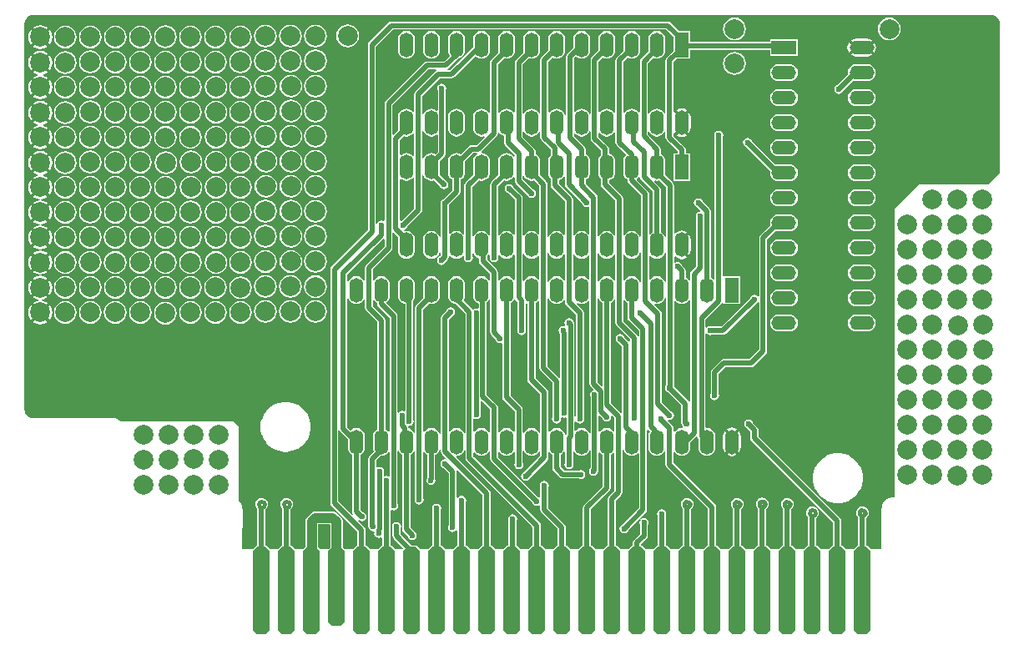
<source format=gtl>
G04*
G04 #@! TF.GenerationSoftware,Altium Limited,Altium Designer,19.0.7 (175)*
G04*
G04 Layer_Physical_Order=1*
G04 Layer_Color=255*
%FSLAX25Y25*%
%MOIN*%
G70*
G01*
G75*
%ADD22C,0.01575*%
%ADD23R,0.00394X0.00394*%
%ADD24R,0.00394X0.00394*%
G04:AMPARAMS|DCode=25|XSize=66mil|YSize=315mil|CornerRadius=0mil|HoleSize=0mil|Usage=FLASHONLY|Rotation=0.000|XOffset=0mil|YOffset=0mil|HoleType=Round|Shape=Octagon|*
%AMOCTAGOND25*
4,1,8,-0.01650,0.15750,0.01650,0.15750,0.03300,0.14100,0.03300,-0.14100,0.01650,-0.15750,-0.01650,-0.15750,-0.03300,-0.14100,-0.03300,0.14100,-0.01650,0.15750,0.0*
%
%ADD25OCTAGOND25*%

G04:AMPARAMS|DCode=26|XSize=66mil|YSize=350mil|CornerRadius=0mil|HoleSize=0mil|Usage=FLASHONLY|Rotation=0.000|XOffset=0mil|YOffset=0mil|HoleType=Round|Shape=Octagon|*
%AMOCTAGOND26*
4,1,8,-0.01650,0.17500,0.01650,0.17500,0.03300,0.15850,0.03300,-0.15850,0.01650,-0.17500,-0.01650,-0.17500,-0.03300,-0.15850,-0.03300,0.15850,-0.01650,0.17500,0.0*
%
%ADD26OCTAGOND26*%

%ADD27C,0.01968*%
%ADD28C,0.03937*%
%ADD29C,0.07874*%
%ADD30O,0.05512X0.09843*%
%ADD31R,0.05512X0.09843*%
%ADD32R,0.09843X0.05512*%
%ADD33O,0.09843X0.05512*%
%ADD34C,0.02362*%
G36*
X388068Y-1228D02*
X388730Y-1503D01*
X389325Y-1900D01*
X389832Y-2407D01*
X390230Y-3002D01*
X390504Y-3664D01*
X390644Y-4366D01*
Y-4724D01*
Y-64081D01*
X385827Y-68898D01*
X358268D01*
X348425Y-78740D01*
Y-157087D01*
Y-193892D01*
X347638D01*
X347618Y-193895D01*
X347598Y-193893D01*
X347262Y-193909D01*
X347204Y-193924D01*
X347145Y-193923D01*
X346485Y-194055D01*
X346412Y-194085D01*
X346335Y-194100D01*
X345713Y-194357D01*
X345648Y-194401D01*
X345575Y-194431D01*
X345015Y-194805D01*
X344959Y-194860D01*
X344894Y-194904D01*
X344418Y-195379D01*
X344373Y-195445D01*
X344318Y-195501D01*
X343943Y-196060D01*
X343913Y-196133D01*
X343869Y-196198D01*
X343611Y-196819D01*
X343595Y-196897D01*
X343565Y-196969D01*
X343432Y-197629D01*
X343432Y-197688D01*
X343418Y-197746D01*
X343401Y-198082D01*
X343404Y-198101D01*
X343400Y-198120D01*
X343334Y-214567D01*
X339170D01*
X337615Y-213012D01*
X337275D01*
Y-201993D01*
X337494Y-201825D01*
X337905Y-201291D01*
X338162Y-200668D01*
X338250Y-200000D01*
X338162Y-199332D01*
X337905Y-198709D01*
X337494Y-198175D01*
X336960Y-197765D01*
X336337Y-197507D01*
X335669Y-197419D01*
X335001Y-197507D01*
X334379Y-197765D01*
X333844Y-198175D01*
X333434Y-198709D01*
X333176Y-199332D01*
X333088Y-200000D01*
X333176Y-200668D01*
X333434Y-201291D01*
X333844Y-201825D01*
X334064Y-201993D01*
Y-213012D01*
X333724D01*
X332169Y-214567D01*
X329170D01*
X327615Y-213012D01*
X327275D01*
Y-203228D01*
X327275Y-203228D01*
X327153Y-202614D01*
X326805Y-202093D01*
X294080Y-169368D01*
Y-166785D01*
X294080Y-166785D01*
X293957Y-166170D01*
X293609Y-165649D01*
X293609Y-165649D01*
X291940Y-163980D01*
X291918Y-163868D01*
X291526Y-163282D01*
X290940Y-162891D01*
X290249Y-162753D01*
X289558Y-162891D01*
X288971Y-163282D01*
X288580Y-163868D01*
X288442Y-164559D01*
X288580Y-165251D01*
X288971Y-165837D01*
X289558Y-166228D01*
X289669Y-166250D01*
X290868Y-167450D01*
Y-170033D01*
X290868Y-170033D01*
X290990Y-170648D01*
X291339Y-171168D01*
X324064Y-203893D01*
Y-213012D01*
X323724D01*
X322169Y-214567D01*
X319170D01*
X317615Y-213012D01*
X317275D01*
Y-201993D01*
X317494Y-201825D01*
X317905Y-201291D01*
X318162Y-200668D01*
X318250Y-200000D01*
X318255D01*
X318241Y-199927D01*
X318162Y-199332D01*
X317905Y-198709D01*
X317494Y-198175D01*
X316960Y-197765D01*
X316337Y-197507D01*
X315669Y-197419D01*
X315001Y-197507D01*
X314379Y-197765D01*
X313844Y-198175D01*
X313434Y-198709D01*
X313176Y-199332D01*
X313088Y-200000D01*
X313176Y-200668D01*
X313434Y-201291D01*
X313844Y-201825D01*
X314064Y-201993D01*
Y-213012D01*
X313724D01*
X312169Y-214567D01*
X309170D01*
X307615Y-213012D01*
X307275D01*
Y-198549D01*
X307494Y-198380D01*
X307905Y-197846D01*
X308162Y-197223D01*
X308250Y-196555D01*
X308162Y-195887D01*
X307905Y-195265D01*
X307494Y-194730D01*
X306960Y-194320D01*
X306337Y-194062D01*
X305669Y-193974D01*
X305001Y-194062D01*
X304379Y-194320D01*
X303844Y-194730D01*
X303434Y-195265D01*
X303176Y-195887D01*
X303088Y-196555D01*
X303176Y-197223D01*
X303434Y-197846D01*
X303844Y-198380D01*
X304064Y-198549D01*
Y-213012D01*
X303724D01*
X302169Y-214567D01*
X299170D01*
X297615Y-213012D01*
X297275D01*
Y-198450D01*
X297494Y-198282D01*
X297905Y-197747D01*
X298163Y-197125D01*
X298250Y-196457D01*
X298163Y-195789D01*
X297905Y-195166D01*
X297494Y-194632D01*
X296960Y-194221D01*
X296337Y-193964D01*
X295669Y-193876D01*
X295001Y-193964D01*
X294379Y-194221D01*
X293844Y-194632D01*
X293434Y-195166D01*
X293176Y-195789D01*
X293088Y-196457D01*
X293176Y-197125D01*
X293434Y-197747D01*
X293844Y-198282D01*
X294064Y-198450D01*
Y-213012D01*
X293724D01*
X292169Y-214567D01*
X289170D01*
X287615Y-213012D01*
X287275D01*
Y-198549D01*
X287494Y-198380D01*
X287905Y-197846D01*
X288162Y-197223D01*
X288250Y-196555D01*
X288162Y-195887D01*
X287905Y-195265D01*
X287494Y-194730D01*
X286960Y-194320D01*
X286337Y-194062D01*
X285669Y-193974D01*
X285001Y-194062D01*
X284379Y-194320D01*
X283844Y-194730D01*
X283434Y-195265D01*
X283176Y-195887D01*
X283088Y-196555D01*
X283176Y-197223D01*
X283434Y-197846D01*
X283844Y-198380D01*
X284064Y-198549D01*
Y-213012D01*
X283724D01*
X282169Y-214567D01*
X279170D01*
X277615Y-213012D01*
X277275D01*
Y-197717D01*
X277275Y-197716D01*
X277153Y-197102D01*
X276805Y-196581D01*
X260267Y-180044D01*
Y-175868D01*
X260767Y-175698D01*
X261157Y-176206D01*
X261856Y-176742D01*
X262670Y-177079D01*
X263543Y-177194D01*
X264417Y-177079D01*
X265231Y-176742D01*
X265930Y-176206D01*
X266466Y-175507D01*
X266804Y-174692D01*
X266919Y-173819D01*
Y-171966D01*
X269340Y-169545D01*
X269474Y-169548D01*
X269872Y-169720D01*
X269962Y-170170D01*
X270168Y-170478D01*
Y-173819D01*
X270283Y-174692D01*
X270620Y-175507D01*
X271157Y-176206D01*
X271856Y-176742D01*
X272670Y-177079D01*
X273543Y-177194D01*
X274417Y-177079D01*
X275231Y-176742D01*
X275930Y-176206D01*
X276466Y-175507D01*
X276804Y-174692D01*
X276919Y-173819D01*
Y-169488D01*
X276804Y-168615D01*
X276466Y-167800D01*
X275930Y-167102D01*
X275231Y-166565D01*
X274417Y-166228D01*
X273543Y-166113D01*
X273427Y-166128D01*
X273051Y-165798D01*
Y-128484D01*
X273551Y-128333D01*
X273625Y-128443D01*
X274211Y-128834D01*
X274902Y-128972D01*
X275593Y-128834D01*
X275688Y-128771D01*
X280078D01*
X280078Y-128771D01*
X280693Y-128649D01*
X281214Y-128301D01*
X293099Y-116416D01*
X293211Y-116393D01*
X293797Y-116002D01*
X293914Y-115827D01*
X294414Y-115979D01*
Y-134812D01*
X290673Y-138552D01*
X280315D01*
X280315Y-138552D01*
X279700Y-138674D01*
X279180Y-139022D01*
X279180Y-139022D01*
X275560Y-142641D01*
X275212Y-143162D01*
X275090Y-143777D01*
X275090Y-143777D01*
Y-152419D01*
X275027Y-152514D01*
X274889Y-153205D01*
X275027Y-153896D01*
X275418Y-154482D01*
X276004Y-154874D01*
X276696Y-155011D01*
X277387Y-154874D01*
X277973Y-154482D01*
X278364Y-153896D01*
X278502Y-153205D01*
X278364Y-152514D01*
X278301Y-152419D01*
Y-144442D01*
X280980Y-141763D01*
X291338D01*
X291339Y-141763D01*
X291953Y-141641D01*
X292474Y-141293D01*
X297155Y-136612D01*
X297155Y-136612D01*
X297503Y-136091D01*
X297625Y-135477D01*
X297625Y-135477D01*
Y-90906D01*
X301210Y-87321D01*
X301292Y-87355D01*
X302165Y-87470D01*
X306496D01*
X307370Y-87355D01*
X308184Y-87018D01*
X308883Y-86481D01*
X309419Y-85782D01*
X309756Y-84968D01*
X309871Y-84095D01*
X309756Y-83221D01*
X309419Y-82407D01*
X308883Y-81708D01*
X308184Y-81171D01*
X307370Y-80834D01*
X306496Y-80719D01*
X302165D01*
X301292Y-80834D01*
X300478Y-81171D01*
X299779Y-81708D01*
X299242Y-82407D01*
X298905Y-83221D01*
X298790Y-84095D01*
X298905Y-84968D01*
X298939Y-85050D01*
X294884Y-89105D01*
X294536Y-89626D01*
X294414Y-90241D01*
X294414Y-90241D01*
Y-113470D01*
X293914Y-113622D01*
X293797Y-113447D01*
X293211Y-113056D01*
X292520Y-112918D01*
X291828Y-113056D01*
X291242Y-113447D01*
X290851Y-114033D01*
X290829Y-114145D01*
X279413Y-125560D01*
X275688D01*
X275593Y-125497D01*
X274902Y-125359D01*
X274211Y-125497D01*
X273625Y-125888D01*
X273551Y-125999D01*
X273051Y-125847D01*
Y-122921D01*
X279482Y-116490D01*
X279697Y-116168D01*
X280197Y-116320D01*
Y-116535D01*
X286890D01*
Y-105512D01*
X280452D01*
X280197Y-105512D01*
X279952Y-105113D01*
Y-49998D01*
X280015Y-49904D01*
X280153Y-49213D01*
X280015Y-48521D01*
X279624Y-47935D01*
X279038Y-47544D01*
X278346Y-47406D01*
X277655Y-47544D01*
X277069Y-47935D01*
X276678Y-48521D01*
X276540Y-49213D01*
X276678Y-49904D01*
X276741Y-49998D01*
Y-106707D01*
X276241Y-106877D01*
X275930Y-106472D01*
X275231Y-105935D01*
X275149Y-105901D01*
Y-79519D01*
X275149Y-79519D01*
X275027Y-78905D01*
X274679Y-78384D01*
X274679Y-78384D01*
X271859Y-75564D01*
X271837Y-75453D01*
X271445Y-74867D01*
X270859Y-74475D01*
X270168Y-74338D01*
X269477Y-74475D01*
X268891Y-74867D01*
X268499Y-75453D01*
X268362Y-76144D01*
X268499Y-76835D01*
X268891Y-77421D01*
X269477Y-77813D01*
X269588Y-77835D01*
X270974Y-79221D01*
X270773Y-79727D01*
X270271Y-79827D01*
X269685Y-80219D01*
X269293Y-80805D01*
X269156Y-81496D01*
X269293Y-82187D01*
X269357Y-82282D01*
Y-101625D01*
X267369Y-103613D01*
X267021Y-104134D01*
X266898Y-104748D01*
X266898Y-104748D01*
Y-106949D01*
X266758Y-107021D01*
X266398Y-107082D01*
X265930Y-106472D01*
X265231Y-105935D01*
X265149Y-105901D01*
Y-103262D01*
X265149Y-103262D01*
X265027Y-102648D01*
X264679Y-102127D01*
X264679Y-102127D01*
X263547Y-100995D01*
X263525Y-100883D01*
X263133Y-100297D01*
X262547Y-99906D01*
X261856Y-99768D01*
X261164Y-99906D01*
X260963Y-100040D01*
X260463Y-99773D01*
Y-97663D01*
X260937Y-97502D01*
X261016Y-97606D01*
X261756Y-98174D01*
X262618Y-98531D01*
X263543Y-98653D01*
X264468Y-98531D01*
X265330Y-98174D01*
X265598Y-97968D01*
X263126Y-95496D01*
X263961Y-94661D01*
X266433Y-97133D01*
X266638Y-96866D01*
X266995Y-96004D01*
X267117Y-95079D01*
Y-90748D01*
X266995Y-89823D01*
X266638Y-88961D01*
X266433Y-88693D01*
X263961Y-91166D01*
X263126Y-90330D01*
X265598Y-87858D01*
X265330Y-87653D01*
X264468Y-87296D01*
X263543Y-87174D01*
X262618Y-87296D01*
X261756Y-87653D01*
X261016Y-88221D01*
X260937Y-88324D01*
X260463Y-88164D01*
Y-69291D01*
X260341Y-68676D01*
X259993Y-68155D01*
X259993Y-68155D01*
X256770Y-64932D01*
X256804Y-64850D01*
X256919Y-63976D01*
Y-59646D01*
X256804Y-58772D01*
X256466Y-57958D01*
X255930Y-57259D01*
X255231Y-56722D01*
X255149Y-56689D01*
Y-54725D01*
X255149Y-54724D01*
X255027Y-54110D01*
X254679Y-53589D01*
X250031Y-48941D01*
Y-47831D01*
X250531Y-47732D01*
X250620Y-47947D01*
X251157Y-48647D01*
X251856Y-49183D01*
X252670Y-49520D01*
X253543Y-49635D01*
X254417Y-49520D01*
X255231Y-49183D01*
X255930Y-48647D01*
X256466Y-47947D01*
X256556Y-47732D01*
X257056Y-47831D01*
Y-50000D01*
X257056Y-50000D01*
X257178Y-50615D01*
X257526Y-51135D01*
X261938Y-55547D01*
Y-56299D01*
X260197D01*
Y-67323D01*
X266890D01*
Y-56299D01*
X265149D01*
Y-54882D01*
X265149Y-54882D01*
X265027Y-54267D01*
X264679Y-53746D01*
X260267Y-49335D01*
Y-48632D01*
X260371Y-48597D01*
X263126Y-45842D01*
X263543Y-46260D01*
X263961Y-45842D01*
X266433Y-48314D01*
X266638Y-48047D01*
X266995Y-47185D01*
X267117Y-46260D01*
Y-41929D01*
X266995Y-41004D01*
X266638Y-40142D01*
X266433Y-39875D01*
X263961Y-42347D01*
X263543Y-41929D01*
X263126Y-42347D01*
X260371Y-39592D01*
X260267Y-39557D01*
Y-19956D01*
X261720Y-18504D01*
X266890D01*
Y-15090D01*
X298819D01*
Y-17441D01*
X309842D01*
Y-10748D01*
X298819D01*
Y-11879D01*
X266890D01*
Y-7480D01*
X262468D01*
X259167Y-4180D01*
X258646Y-3831D01*
X258032Y-3709D01*
X258031Y-3709D01*
X147441D01*
X146827Y-3831D01*
X146306Y-4180D01*
X146306Y-4180D01*
X138628Y-11857D01*
X138280Y-12378D01*
X138158Y-12992D01*
X138158Y-12992D01*
Y-87130D01*
X123668Y-101620D01*
X123320Y-102141D01*
X123197Y-102756D01*
X123197Y-102756D01*
Y-196063D01*
X123197Y-196063D01*
X123320Y-196677D01*
X123668Y-197198D01*
X134064Y-207594D01*
Y-213012D01*
X133724D01*
X132169Y-214567D01*
X128920D01*
X128250Y-213898D01*
Y-203622D01*
X128163Y-202954D01*
X127905Y-202331D01*
X127494Y-201797D01*
X125841Y-200143D01*
X125306Y-199733D01*
X124684Y-199475D01*
X124016Y-199387D01*
X117323D01*
X116655Y-199475D01*
X116032Y-199733D01*
X115498Y-200143D01*
X113988Y-201653D01*
X113578Y-202187D01*
X113320Y-202810D01*
X113232Y-203478D01*
Y-213504D01*
X112169Y-214567D01*
X109170D01*
X107615Y-213012D01*
X107275D01*
Y-198549D01*
X107494Y-198380D01*
X107905Y-197846D01*
X108162Y-197223D01*
X108250Y-196555D01*
X108255D01*
X108241Y-196482D01*
X108162Y-195887D01*
X107905Y-195265D01*
X107494Y-194730D01*
X106960Y-194320D01*
X106337Y-194062D01*
X105669Y-193974D01*
X105001Y-194062D01*
X104379Y-194320D01*
X103844Y-194730D01*
X103434Y-195265D01*
X103176Y-195887D01*
X103088Y-196555D01*
X103176Y-197223D01*
X103434Y-197846D01*
X103844Y-198380D01*
X104064Y-198549D01*
Y-213012D01*
X103724D01*
X102169Y-214567D01*
X99170D01*
X97615Y-213012D01*
X97275D01*
Y-198549D01*
X97494Y-198380D01*
X97905Y-197846D01*
X98163Y-197223D01*
X98250Y-196555D01*
X98255D01*
X98241Y-196482D01*
X98163Y-195887D01*
X97905Y-195265D01*
X97494Y-194730D01*
X96960Y-194320D01*
X96337Y-194062D01*
X95669Y-193974D01*
X95001Y-194062D01*
X94379Y-194320D01*
X93844Y-194730D01*
X93434Y-195265D01*
X93176Y-195887D01*
X93088Y-196555D01*
X93176Y-197223D01*
X93434Y-197846D01*
X93844Y-198380D01*
X94064Y-198549D01*
Y-213012D01*
X93724D01*
X92169Y-214567D01*
X88388D01*
X88035Y-214213D01*
X88103Y-198509D01*
X88095Y-198470D01*
X88100Y-198432D01*
X88095Y-198379D01*
X88079Y-198051D01*
X88065Y-197993D01*
X88065Y-197933D01*
X87934Y-197274D01*
X87904Y-197201D01*
X87888Y-197124D01*
X87632Y-196502D01*
X87588Y-196437D01*
X87558Y-196364D01*
X87185Y-195805D01*
X87129Y-195749D01*
X87086Y-195683D01*
X86614Y-195210D01*
Y-165354D01*
X84646Y-163386D01*
X39435Y-163386D01*
X39164Y-163115D01*
X39099Y-163071D01*
X39043Y-163015D01*
X38483Y-162641D01*
X38410Y-162611D01*
X38344Y-162567D01*
X37722Y-162309D01*
X37644Y-162294D01*
X37571Y-162264D01*
X36911Y-162132D01*
X36851D01*
X36794Y-162118D01*
X36457Y-162101D01*
X36450Y-162102D01*
X36444Y-162101D01*
X36388Y-162099D01*
X36375Y-162101D01*
X36362Y-162099D01*
X4626Y-162100D01*
X4268D01*
X3565Y-161961D01*
X2904Y-161687D01*
X2308Y-161289D01*
X1802Y-160782D01*
X1404Y-160187D01*
X1130Y-159525D01*
X990Y-158823D01*
X990Y-158465D01*
Y-4728D01*
X990Y-4366D01*
X1130Y-3664D01*
X1404Y-3002D01*
X1802Y-2407D01*
X2308Y-1900D01*
X2904Y-1503D01*
X3565Y-1228D01*
X4268Y-1089D01*
X387003D01*
X387366Y-1089D01*
X388068Y-1228D01*
D02*
G37*
G36*
X260197Y-9751D02*
Y-15485D01*
X257526Y-18156D01*
X257178Y-18677D01*
X257056Y-19291D01*
X257056Y-19291D01*
Y-40358D01*
X256556Y-40457D01*
X256466Y-40242D01*
X255930Y-39542D01*
X255231Y-39006D01*
X254417Y-38669D01*
X253543Y-38554D01*
X252670Y-38669D01*
X251856Y-39006D01*
X251157Y-39542D01*
X250620Y-40242D01*
X250531Y-40457D01*
X250031Y-40358D01*
Y-20350D01*
X252170Y-18211D01*
X252670Y-18418D01*
X253543Y-18533D01*
X254417Y-18418D01*
X255231Y-18081D01*
X255930Y-17544D01*
X256466Y-16845D01*
X256804Y-16031D01*
X256919Y-15157D01*
Y-10827D01*
X256804Y-9953D01*
X256466Y-9139D01*
X255930Y-8440D01*
X255231Y-7904D01*
X254417Y-7566D01*
X253543Y-7451D01*
X252670Y-7566D01*
X251856Y-7904D01*
X251157Y-8440D01*
X250620Y-9139D01*
X250283Y-9953D01*
X250168Y-10827D01*
Y-15157D01*
X250228Y-15612D01*
X247290Y-18550D01*
X246942Y-19071D01*
X246819Y-19685D01*
X246819Y-19685D01*
Y-39880D01*
X246320Y-40050D01*
X245930Y-39542D01*
X245231Y-39006D01*
X244417Y-38669D01*
X243543Y-38554D01*
X242670Y-38669D01*
X241856Y-39006D01*
X241157Y-39542D01*
X240688Y-40153D01*
X240329Y-40092D01*
X240188Y-40020D01*
Y-19956D01*
X242003Y-18142D01*
X242670Y-18418D01*
X243543Y-18533D01*
X244417Y-18418D01*
X245231Y-18081D01*
X245930Y-17544D01*
X246466Y-16845D01*
X246804Y-16031D01*
X246919Y-15157D01*
Y-10827D01*
X246804Y-9953D01*
X246466Y-9139D01*
X245930Y-8440D01*
X245231Y-7904D01*
X244417Y-7566D01*
X243543Y-7451D01*
X242670Y-7566D01*
X241856Y-7904D01*
X241157Y-8440D01*
X240620Y-9139D01*
X240283Y-9953D01*
X240168Y-10827D01*
Y-15157D01*
X240200Y-15403D01*
X237447Y-18156D01*
X237099Y-18677D01*
X236977Y-19291D01*
X236977Y-19291D01*
Y-40168D01*
X236477Y-40267D01*
X236466Y-40242D01*
X235930Y-39542D01*
X235231Y-39006D01*
X234417Y-38669D01*
X233543Y-38554D01*
X232670Y-38669D01*
X231856Y-39006D01*
X231157Y-39542D01*
X230846Y-39947D01*
X230346Y-39778D01*
Y-19667D01*
X231910Y-18103D01*
X232670Y-18418D01*
X233543Y-18533D01*
X234417Y-18418D01*
X235231Y-18081D01*
X235930Y-17544D01*
X236466Y-16845D01*
X236804Y-16031D01*
X236919Y-15157D01*
Y-10827D01*
X236804Y-9953D01*
X236466Y-9139D01*
X235930Y-8440D01*
X235231Y-7904D01*
X234417Y-7566D01*
X233543Y-7451D01*
X232670Y-7566D01*
X231856Y-7904D01*
X231157Y-8440D01*
X230620Y-9139D01*
X230283Y-9953D01*
X230168Y-10827D01*
Y-15157D01*
X230185Y-15286D01*
X227605Y-17866D01*
X227257Y-18387D01*
X227134Y-19002D01*
X227134Y-19002D01*
Y-40548D01*
X226635Y-40647D01*
X226466Y-40242D01*
X225930Y-39542D01*
X225231Y-39006D01*
X224417Y-38669D01*
X223543Y-38554D01*
X222670Y-38669D01*
X221856Y-39006D01*
X221157Y-39542D01*
X221003Y-39742D01*
X220503Y-39572D01*
Y-18303D01*
X221216Y-17590D01*
X221856Y-18081D01*
X222670Y-18418D01*
X223543Y-18533D01*
X224417Y-18418D01*
X225231Y-18081D01*
X225930Y-17544D01*
X226466Y-16845D01*
X226804Y-16031D01*
X226919Y-15157D01*
Y-10827D01*
X226804Y-9953D01*
X226466Y-9139D01*
X225930Y-8440D01*
X225231Y-7904D01*
X224417Y-7566D01*
X223543Y-7451D01*
X222670Y-7566D01*
X221856Y-7904D01*
X221157Y-8440D01*
X220620Y-9139D01*
X220283Y-9953D01*
X220168Y-10827D01*
Y-14097D01*
X217762Y-16502D01*
X217414Y-17023D01*
X217292Y-17638D01*
X217292Y-17638D01*
Y-40977D01*
X216804Y-41056D01*
X216466Y-40242D01*
X215930Y-39542D01*
X215231Y-39006D01*
X214417Y-38669D01*
X213543Y-38554D01*
X212670Y-38669D01*
X211856Y-39006D01*
X211157Y-39542D01*
X210767Y-40050D01*
X210267Y-39880D01*
Y-19746D01*
X211910Y-18103D01*
X212670Y-18418D01*
X213543Y-18533D01*
X214417Y-18418D01*
X215231Y-18081D01*
X215930Y-17544D01*
X216466Y-16845D01*
X216804Y-16031D01*
X216919Y-15157D01*
Y-10827D01*
X216804Y-9953D01*
X216466Y-9139D01*
X215930Y-8440D01*
X215231Y-7904D01*
X214417Y-7566D01*
X213543Y-7451D01*
X212670Y-7566D01*
X211856Y-7904D01*
X211157Y-8440D01*
X210620Y-9139D01*
X210283Y-9953D01*
X210168Y-10827D01*
Y-15157D01*
X210185Y-15286D01*
X207526Y-17945D01*
X207178Y-18466D01*
X207056Y-19081D01*
X207056Y-19081D01*
Y-40358D01*
X206556Y-40457D01*
X206466Y-40242D01*
X205930Y-39542D01*
X205231Y-39006D01*
X204417Y-38669D01*
X203543Y-38554D01*
X202670Y-38669D01*
X201856Y-39006D01*
X201157Y-39542D01*
X200620Y-40242D01*
X200531Y-40457D01*
X200031Y-40358D01*
Y-20941D01*
X202588Y-18384D01*
X202670Y-18418D01*
X203543Y-18533D01*
X204417Y-18418D01*
X205231Y-18081D01*
X205930Y-17544D01*
X206466Y-16845D01*
X206804Y-16031D01*
X206919Y-15157D01*
Y-10827D01*
X206804Y-9953D01*
X206466Y-9139D01*
X205930Y-8440D01*
X205231Y-7904D01*
X204417Y-7566D01*
X203543Y-7451D01*
X202670Y-7566D01*
X201856Y-7904D01*
X201157Y-8440D01*
X200620Y-9139D01*
X200283Y-9953D01*
X200168Y-10827D01*
Y-15157D01*
X200283Y-16031D01*
X200317Y-16113D01*
X197290Y-19140D01*
X196942Y-19661D01*
X196819Y-20276D01*
X196819Y-20276D01*
Y-39880D01*
X196319Y-40050D01*
X195930Y-39542D01*
X195231Y-39006D01*
X194417Y-38669D01*
X193543Y-38554D01*
X192670Y-38669D01*
X191856Y-39006D01*
X191157Y-39542D01*
X190658Y-40193D01*
X190494Y-40189D01*
X190158Y-40052D01*
Y-20814D01*
X192588Y-18384D01*
X192670Y-18418D01*
X193543Y-18533D01*
X194417Y-18418D01*
X195231Y-18081D01*
X195930Y-17544D01*
X196466Y-16845D01*
X196804Y-16031D01*
X196919Y-15157D01*
Y-10827D01*
X196804Y-9953D01*
X196466Y-9139D01*
X195930Y-8440D01*
X195231Y-7904D01*
X194417Y-7566D01*
X193543Y-7451D01*
X192670Y-7566D01*
X191856Y-7904D01*
X191157Y-8440D01*
X190620Y-9139D01*
X190283Y-9953D01*
X190168Y-10827D01*
Y-15157D01*
X190283Y-16031D01*
X190317Y-16113D01*
X187417Y-19013D01*
X187069Y-19534D01*
X186946Y-20149D01*
X186946Y-20149D01*
Y-40001D01*
X186498Y-40219D01*
X186446Y-40215D01*
X185930Y-39542D01*
X185231Y-39006D01*
X184417Y-38669D01*
X183543Y-38554D01*
X182670Y-38669D01*
X181856Y-39006D01*
X181157Y-39542D01*
X180620Y-40242D01*
X180283Y-41056D01*
X180168Y-41929D01*
Y-46260D01*
X180283Y-47133D01*
X180620Y-47947D01*
X181157Y-48647D01*
X181856Y-49183D01*
X182670Y-49520D01*
X183543Y-49635D01*
X184417Y-49520D01*
X184523Y-49476D01*
X184806Y-49900D01*
X181666Y-53040D01*
X179606D01*
X178992Y-53162D01*
X178471Y-53510D01*
X175247Y-56735D01*
X175231Y-56722D01*
X174417Y-56385D01*
X173543Y-56270D01*
X172670Y-56385D01*
X171856Y-56722D01*
X171157Y-57259D01*
X170620Y-57958D01*
X170283Y-58772D01*
X170168Y-59646D01*
Y-63976D01*
X170283Y-64850D01*
X170620Y-65664D01*
X171157Y-66363D01*
X171856Y-66900D01*
X171938Y-66934D01*
Y-71067D01*
X168318Y-74687D01*
X168206Y-74709D01*
X167620Y-75101D01*
X167229Y-75687D01*
X167091Y-76378D01*
X167229Y-77069D01*
X167292Y-77164D01*
Y-89796D01*
X166804Y-89874D01*
X166466Y-89060D01*
X165930Y-88361D01*
X165231Y-87825D01*
X164417Y-87488D01*
X163543Y-87373D01*
X162670Y-87488D01*
X161856Y-87825D01*
X161157Y-88361D01*
X160620Y-89060D01*
X160283Y-89874D01*
X160168Y-90748D01*
Y-95079D01*
X160283Y-95952D01*
X160620Y-96766D01*
X161157Y-97465D01*
X161856Y-98002D01*
X162670Y-98339D01*
X163543Y-98454D01*
X164417Y-98339D01*
X165231Y-98002D01*
X165930Y-97465D01*
X166466Y-96766D01*
X166804Y-95952D01*
X167292Y-96030D01*
Y-97268D01*
X167038Y-97522D01*
X166927Y-97544D01*
X166341Y-97935D01*
X165949Y-98521D01*
X165812Y-99213D01*
X165949Y-99904D01*
X166341Y-100490D01*
X166927Y-100882D01*
X167618Y-101019D01*
X168309Y-100882D01*
X168895Y-100490D01*
X169287Y-99904D01*
X169309Y-99792D01*
X170033Y-99068D01*
X170033Y-99068D01*
X170381Y-98547D01*
X170503Y-97933D01*
Y-97435D01*
X171003Y-97266D01*
X171157Y-97465D01*
X171856Y-98002D01*
X172670Y-98339D01*
X173543Y-98454D01*
X174417Y-98339D01*
X175231Y-98002D01*
X175930Y-97465D01*
X176241Y-97061D01*
X176261Y-97067D01*
X176678Y-97340D01*
X176540Y-98032D01*
X176678Y-98723D01*
X177069Y-99309D01*
X177655Y-99700D01*
X178347Y-99838D01*
X179038Y-99700D01*
X179624Y-99309D01*
X180015Y-98723D01*
X180153Y-98032D01*
X180015Y-97340D01*
X179952Y-97246D01*
Y-96460D01*
X180452Y-96361D01*
X180620Y-96766D01*
X181157Y-97465D01*
X181856Y-98002D01*
X182616Y-98317D01*
Y-99576D01*
X182616Y-99576D01*
X182738Y-100190D01*
X183086Y-100711D01*
X186977Y-104602D01*
Y-107097D01*
X186477Y-107196D01*
X186466Y-107171D01*
X185930Y-106472D01*
X185231Y-105935D01*
X184417Y-105598D01*
X183543Y-105483D01*
X182670Y-105598D01*
X181856Y-105935D01*
X181157Y-106472D01*
X180620Y-107171D01*
X180283Y-107985D01*
X180168Y-108858D01*
Y-113189D01*
X180283Y-114063D01*
X180620Y-114877D01*
X181157Y-115576D01*
X181856Y-116112D01*
X182449Y-116358D01*
Y-118029D01*
X181949Y-118363D01*
X181496Y-118272D01*
X180805Y-118410D01*
X180219Y-118801D01*
X179831Y-118505D01*
X176352Y-115026D01*
X176466Y-114877D01*
X176804Y-114063D01*
X176919Y-113189D01*
Y-108858D01*
X176804Y-107985D01*
X176466Y-107171D01*
X175930Y-106472D01*
X175231Y-105935D01*
X174417Y-105598D01*
X173543Y-105483D01*
X172670Y-105598D01*
X171856Y-105935D01*
X171157Y-106472D01*
X170620Y-107171D01*
X170283Y-107985D01*
X170168Y-108858D01*
Y-113189D01*
X170283Y-114063D01*
X170620Y-114877D01*
X171157Y-115576D01*
X171856Y-116112D01*
X172670Y-116449D01*
X173319Y-116535D01*
X177135Y-120350D01*
Y-168107D01*
X176635Y-168206D01*
X176466Y-167800D01*
X175930Y-167102D01*
X175231Y-166565D01*
X174417Y-166228D01*
X173543Y-166113D01*
X172670Y-166228D01*
X171856Y-166565D01*
X171157Y-167102D01*
X171003Y-167301D01*
X170503Y-167131D01*
Y-122712D01*
X171839Y-121376D01*
X171951Y-121354D01*
X172537Y-120962D01*
X172929Y-120376D01*
X173066Y-119685D01*
X172929Y-118994D01*
X172537Y-118408D01*
X171951Y-118016D01*
X171260Y-117879D01*
X170569Y-118016D01*
X169983Y-118408D01*
X169591Y-118994D01*
X169569Y-119105D01*
X167762Y-120912D01*
X167414Y-121433D01*
X167292Y-122047D01*
X167292Y-122047D01*
Y-168537D01*
X166804Y-168615D01*
X166466Y-167800D01*
X165930Y-167102D01*
X165231Y-166565D01*
X164417Y-166228D01*
X163543Y-166113D01*
X162670Y-166228D01*
X161856Y-166565D01*
X161157Y-167102D01*
X160767Y-167609D01*
X160267Y-167439D01*
Y-118736D01*
X162588Y-116415D01*
X162670Y-116449D01*
X163543Y-116564D01*
X164417Y-116449D01*
X165231Y-116112D01*
X165930Y-115576D01*
X166466Y-114877D01*
X166804Y-114063D01*
X166919Y-113189D01*
Y-108858D01*
X166804Y-107985D01*
X166466Y-107171D01*
X165930Y-106472D01*
X165231Y-105935D01*
X164417Y-105598D01*
X163543Y-105483D01*
X162670Y-105598D01*
X161856Y-105935D01*
X161157Y-106472D01*
X160620Y-107171D01*
X160283Y-107985D01*
X160168Y-108858D01*
Y-113189D01*
X160283Y-114063D01*
X160317Y-114145D01*
X157526Y-116936D01*
X157178Y-117456D01*
X157056Y-118071D01*
X157056Y-118071D01*
Y-167917D01*
X156556Y-168016D01*
X156466Y-167800D01*
X155930Y-167102D01*
X155231Y-166565D01*
X154471Y-166250D01*
Y-165964D01*
X154471Y-165964D01*
X154406Y-165639D01*
X154694Y-165235D01*
X154734Y-165200D01*
X154786Y-165180D01*
X155416Y-165055D01*
X156002Y-164663D01*
X156393Y-164077D01*
X156531Y-163386D01*
X156393Y-162695D01*
X156330Y-162600D01*
Y-115054D01*
X156466Y-114877D01*
X156804Y-114063D01*
X156919Y-113189D01*
Y-108858D01*
X156804Y-107985D01*
X156466Y-107171D01*
X155930Y-106472D01*
X155231Y-105935D01*
X154417Y-105598D01*
X153543Y-105483D01*
X152670Y-105598D01*
X151856Y-105935D01*
X151157Y-106472D01*
X150620Y-107171D01*
X150283Y-107985D01*
X150168Y-108858D01*
Y-113189D01*
X150283Y-114063D01*
X150620Y-114877D01*
X151157Y-115576D01*
X151856Y-116112D01*
X152670Y-116449D01*
X153119Y-116508D01*
Y-159131D01*
X152739Y-159334D01*
X152619Y-159347D01*
X151969Y-159217D01*
X151277Y-159355D01*
X150691Y-159746D01*
X150531Y-159986D01*
X150031Y-159835D01*
Y-121407D01*
X150031Y-121407D01*
X149909Y-120793D01*
X149561Y-120272D01*
X149560Y-120272D01*
X145595Y-116307D01*
X145628Y-115808D01*
X145930Y-115576D01*
X146466Y-114877D01*
X146804Y-114063D01*
X146919Y-113189D01*
Y-108858D01*
X146804Y-107985D01*
X146466Y-107171D01*
X145930Y-106472D01*
X145231Y-105935D01*
X144417Y-105598D01*
X143543Y-105483D01*
X142670Y-105598D01*
X141856Y-105935D01*
X141157Y-106472D01*
X140688Y-107082D01*
X140329Y-107021D01*
X140188Y-106949D01*
Y-102634D01*
X147592Y-95230D01*
X147592Y-95230D01*
X147940Y-94709D01*
X148062Y-94095D01*
Y-88245D01*
X148562Y-88038D01*
X150317Y-89792D01*
X150283Y-89874D01*
X150168Y-90748D01*
Y-95079D01*
X150283Y-95952D01*
X150620Y-96766D01*
X151157Y-97465D01*
X151856Y-98002D01*
X152670Y-98339D01*
X153543Y-98454D01*
X154417Y-98339D01*
X155231Y-98002D01*
X155930Y-97465D01*
X156466Y-96766D01*
X156804Y-95952D01*
X156919Y-95079D01*
Y-90748D01*
X156804Y-89874D01*
X156466Y-89060D01*
X155930Y-88361D01*
X155231Y-87825D01*
X154417Y-87488D01*
X153543Y-87373D01*
X152869Y-87462D01*
X152701Y-87288D01*
X152852Y-86761D01*
X152866Y-86746D01*
X153053Y-86708D01*
X153639Y-86317D01*
X154031Y-85731D01*
X154053Y-85619D01*
X159403Y-80269D01*
X159403Y-80269D01*
X159751Y-79748D01*
X159873Y-79134D01*
X159873Y-79134D01*
Y-65168D01*
X160373Y-65068D01*
X160620Y-65664D01*
X161157Y-66363D01*
X161856Y-66900D01*
X162670Y-67237D01*
X163543Y-67352D01*
X164417Y-67237D01*
X164499Y-67203D01*
X166815Y-69519D01*
X166837Y-69630D01*
X167229Y-70216D01*
X167815Y-70608D01*
X168506Y-70745D01*
X169197Y-70608D01*
X169783Y-70216D01*
X170175Y-69630D01*
X170312Y-68939D01*
X170175Y-68248D01*
X169783Y-67662D01*
X169197Y-67270D01*
X169086Y-67248D01*
X166770Y-64932D01*
X166804Y-64850D01*
X166919Y-63976D01*
Y-59646D01*
X166886Y-59400D01*
X168852Y-57435D01*
X168852Y-57435D01*
X169200Y-56914D01*
X169322Y-56299D01*
Y-31101D01*
X169385Y-31006D01*
X169523Y-30315D01*
X169385Y-29624D01*
X168994Y-29038D01*
X168408Y-28646D01*
X167717Y-28509D01*
X167025Y-28646D01*
X166439Y-29038D01*
X166048Y-29624D01*
X165910Y-30315D01*
X166048Y-31006D01*
X166111Y-31101D01*
Y-39051D01*
X165611Y-39298D01*
X165231Y-39006D01*
X164417Y-38669D01*
X163543Y-38554D01*
X162670Y-38669D01*
X161856Y-39006D01*
X161157Y-39542D01*
X160620Y-40242D01*
X160373Y-40837D01*
X159873Y-40738D01*
Y-33342D01*
X166807Y-26409D01*
X171732D01*
X171732Y-26409D01*
X172347Y-26287D01*
X172868Y-25938D01*
X181216Y-17590D01*
X181856Y-18081D01*
X182670Y-18418D01*
X183543Y-18533D01*
X184417Y-18418D01*
X185231Y-18081D01*
X185930Y-17544D01*
X186466Y-16845D01*
X186804Y-16031D01*
X186919Y-15157D01*
Y-10827D01*
X186804Y-9953D01*
X186466Y-9139D01*
X185930Y-8440D01*
X185231Y-7904D01*
X184417Y-7566D01*
X183543Y-7451D01*
X182670Y-7566D01*
X181856Y-7904D01*
X181157Y-8440D01*
X180620Y-9139D01*
X180283Y-9953D01*
X180168Y-10827D01*
Y-14097D01*
X171067Y-23198D01*
X170057D01*
X169983Y-22975D01*
X169974Y-22697D01*
X170427Y-22395D01*
X174402Y-18420D01*
X174417Y-18418D01*
X175231Y-18081D01*
X175930Y-17544D01*
X176466Y-16845D01*
X176804Y-16031D01*
X176919Y-15157D01*
Y-10827D01*
X176804Y-9953D01*
X176466Y-9139D01*
X175930Y-8440D01*
X175231Y-7904D01*
X174417Y-7566D01*
X173543Y-7451D01*
X172670Y-7566D01*
X171856Y-7904D01*
X171157Y-8440D01*
X170620Y-9139D01*
X170283Y-9953D01*
X170168Y-10827D01*
Y-15157D01*
X170283Y-16031D01*
X170620Y-16845D01*
X170974Y-17306D01*
X168626Y-19654D01*
X161811D01*
X161811Y-19654D01*
X161197Y-19776D01*
X160676Y-20124D01*
X160676Y-20124D01*
X145321Y-35479D01*
X144973Y-36000D01*
X144851Y-36614D01*
X144851Y-36614D01*
Y-83181D01*
X144351Y-83448D01*
X144235Y-83371D01*
X143543Y-83233D01*
X142852Y-83371D01*
X142266Y-83762D01*
X141874Y-84348D01*
X141869Y-84373D01*
X141369Y-84324D01*
Y-13657D01*
X148106Y-6921D01*
X257366D01*
X260197Y-9751D01*
D02*
G37*
G36*
X165450Y-23088D02*
X165459Y-23366D01*
X165006Y-23668D01*
X165006Y-23668D01*
X157132Y-31542D01*
X156784Y-32063D01*
X156662Y-32677D01*
X156662Y-32677D01*
Y-39675D01*
X156162Y-39845D01*
X155930Y-39542D01*
X155231Y-39006D01*
X154417Y-38669D01*
X153543Y-38554D01*
X152670Y-38669D01*
X151856Y-39006D01*
X151157Y-39542D01*
X150620Y-40242D01*
X150283Y-41056D01*
X150168Y-41929D01*
Y-46260D01*
X150283Y-47133D01*
X150317Y-47216D01*
X148562Y-48970D01*
X148062Y-48763D01*
Y-37279D01*
X162476Y-22865D01*
X165376D01*
X165450Y-23088D01*
D02*
G37*
G36*
X236977Y-48021D02*
Y-51968D01*
X236977Y-51968D01*
X237099Y-52583D01*
X237447Y-53104D01*
X241184Y-56841D01*
X241157Y-57259D01*
X240620Y-57958D01*
X240283Y-58772D01*
X240168Y-59646D01*
Y-63976D01*
X240283Y-64850D01*
X240620Y-65664D01*
X241157Y-66363D01*
X241856Y-66900D01*
X241938Y-66934D01*
Y-67165D01*
X241938Y-67165D01*
X242060Y-67780D01*
X242408Y-68301D01*
X247213Y-73106D01*
Y-89557D01*
X246713Y-89656D01*
X246466Y-89060D01*
X245930Y-88361D01*
X245231Y-87825D01*
X244417Y-87488D01*
X243543Y-87373D01*
X242670Y-87488D01*
X241856Y-87825D01*
X241157Y-88361D01*
X240688Y-88972D01*
X240329Y-88911D01*
X240188Y-88839D01*
Y-74410D01*
X240188Y-74410D01*
X240066Y-73795D01*
X239718Y-73274D01*
X239718Y-73274D01*
X234471Y-68027D01*
Y-67214D01*
X235231Y-66900D01*
X235930Y-66363D01*
X236466Y-65664D01*
X236804Y-64850D01*
X236919Y-63976D01*
Y-59646D01*
X236804Y-58772D01*
X236466Y-57958D01*
X235930Y-57259D01*
X235231Y-56722D01*
X234471Y-56408D01*
Y-54519D01*
X234471Y-54519D01*
X234349Y-53904D01*
X234001Y-53383D01*
X234001Y-53383D01*
X230346Y-49729D01*
Y-48411D01*
X230846Y-48242D01*
X231157Y-48647D01*
X231856Y-49183D01*
X232670Y-49520D01*
X233543Y-49635D01*
X234417Y-49520D01*
X235231Y-49183D01*
X235930Y-48647D01*
X236466Y-47947D01*
X236477Y-47922D01*
X236977Y-48021D01*
D02*
G37*
G36*
X227134Y-47641D02*
Y-50394D01*
X227134Y-50394D01*
X227257Y-51008D01*
X227605Y-51529D01*
X231260Y-55184D01*
Y-57180D01*
X231157Y-57259D01*
X230620Y-57958D01*
X230283Y-58772D01*
X230168Y-59646D01*
Y-63976D01*
X230283Y-64850D01*
X230620Y-65664D01*
X231157Y-66363D01*
X231260Y-66442D01*
Y-68692D01*
X231260Y-68692D01*
X231382Y-69307D01*
X231730Y-69828D01*
X236977Y-75074D01*
Y-88986D01*
X236477Y-89086D01*
X236466Y-89060D01*
X235930Y-88361D01*
X235231Y-87825D01*
X234417Y-87488D01*
X233543Y-87373D01*
X232670Y-87488D01*
X231856Y-87825D01*
X231157Y-88361D01*
X230620Y-89060D01*
X230452Y-89466D01*
X229952Y-89367D01*
Y-74016D01*
X229952Y-74016D01*
X229830Y-73401D01*
X229482Y-72880D01*
X225149Y-68547D01*
Y-66934D01*
X225231Y-66900D01*
X225930Y-66363D01*
X226466Y-65664D01*
X226804Y-64850D01*
X226919Y-63976D01*
Y-59646D01*
X226804Y-58772D01*
X226466Y-57958D01*
X225930Y-57259D01*
X225231Y-56722D01*
X225149Y-56689D01*
Y-54646D01*
X225149Y-54646D01*
X225027Y-54031D01*
X224679Y-53510D01*
X224679Y-53510D01*
X220503Y-49335D01*
Y-48616D01*
X221003Y-48447D01*
X221157Y-48647D01*
X221856Y-49183D01*
X222670Y-49520D01*
X223543Y-49635D01*
X224417Y-49520D01*
X225231Y-49183D01*
X225930Y-48647D01*
X226466Y-47947D01*
X226635Y-47542D01*
X227134Y-47641D01*
D02*
G37*
G36*
X207056Y-47831D02*
Y-50000D01*
X207056Y-50000D01*
X207178Y-50615D01*
X207526Y-51135D01*
X211260Y-54869D01*
Y-57180D01*
X211157Y-57259D01*
X210620Y-57958D01*
X210283Y-58772D01*
X210168Y-59646D01*
Y-63976D01*
X210283Y-64850D01*
X210620Y-65664D01*
X211157Y-66363D01*
X211260Y-66442D01*
Y-69165D01*
X211260Y-69165D01*
X211382Y-69779D01*
X211730Y-70300D01*
X216898Y-75468D01*
Y-88839D01*
X216758Y-88911D01*
X216398Y-88972D01*
X215930Y-88361D01*
X215231Y-87825D01*
X214417Y-87488D01*
X213543Y-87373D01*
X212670Y-87488D01*
X211856Y-87825D01*
X211157Y-88361D01*
X210620Y-89060D01*
X210373Y-89656D01*
X209873Y-89557D01*
Y-68664D01*
X209751Y-68050D01*
X209403Y-67529D01*
X209403Y-67529D01*
X206780Y-64906D01*
X206804Y-64850D01*
X206919Y-63976D01*
Y-59646D01*
X206804Y-58772D01*
X206466Y-57958D01*
X205930Y-57259D01*
X205231Y-56722D01*
X205149Y-56689D01*
Y-55512D01*
X205149Y-55512D01*
X205027Y-54897D01*
X204679Y-54376D01*
X200031Y-49729D01*
Y-47831D01*
X200531Y-47732D01*
X200620Y-47947D01*
X201157Y-48647D01*
X201856Y-49183D01*
X202670Y-49520D01*
X203543Y-49635D01*
X204417Y-49520D01*
X205231Y-49183D01*
X205930Y-48647D01*
X206466Y-47947D01*
X206556Y-47732D01*
X207056Y-47831D01*
D02*
G37*
G36*
X156662Y-48514D02*
Y-57392D01*
X156162Y-57561D01*
X155930Y-57259D01*
X155231Y-56722D01*
X154417Y-56385D01*
X153543Y-56270D01*
X152670Y-56385D01*
X151856Y-56722D01*
X151515Y-56984D01*
X151015Y-56737D01*
Y-51059D01*
X152588Y-49486D01*
X152670Y-49520D01*
X153543Y-49635D01*
X154417Y-49520D01*
X155231Y-49183D01*
X155930Y-48647D01*
X156162Y-48344D01*
X156662Y-48514D01*
D02*
G37*
G36*
X160620Y-47947D02*
X161157Y-48647D01*
X161856Y-49183D01*
X162670Y-49520D01*
X163543Y-49635D01*
X164417Y-49520D01*
X165231Y-49183D01*
X165611Y-48891D01*
X166111Y-49138D01*
Y-55634D01*
X165084Y-56661D01*
X164417Y-56385D01*
X163543Y-56270D01*
X162670Y-56385D01*
X161856Y-56722D01*
X161157Y-57259D01*
X160620Y-57958D01*
X160373Y-58554D01*
X159873Y-58454D01*
Y-47451D01*
X160373Y-47352D01*
X160620Y-47947D01*
D02*
G37*
G36*
X191157Y-48647D02*
X191856Y-49183D01*
X192489Y-49445D01*
Y-51968D01*
X192489Y-51968D01*
X192611Y-52583D01*
X192959Y-53104D01*
X196819Y-56964D01*
Y-57597D01*
X196319Y-57767D01*
X195930Y-57259D01*
X195231Y-56722D01*
X194417Y-56385D01*
X193543Y-56270D01*
X192670Y-56385D01*
X191856Y-56722D01*
X191157Y-57259D01*
X190620Y-57958D01*
X190283Y-58772D01*
X190168Y-59646D01*
Y-63976D01*
X190283Y-64850D01*
X190317Y-64932D01*
X187447Y-67802D01*
X187099Y-68322D01*
X186977Y-68937D01*
X186977Y-68937D01*
Y-88986D01*
X186477Y-89086D01*
X186466Y-89060D01*
X185930Y-88361D01*
X185231Y-87825D01*
X184417Y-87488D01*
X183543Y-87373D01*
X182670Y-87488D01*
X181856Y-87825D01*
X181157Y-88361D01*
X180620Y-89060D01*
X180452Y-89466D01*
X179952Y-89367D01*
Y-69838D01*
X182588Y-67203D01*
X182670Y-67237D01*
X183543Y-67352D01*
X184417Y-67237D01*
X185231Y-66900D01*
X185930Y-66363D01*
X186466Y-65664D01*
X186804Y-64850D01*
X186919Y-63976D01*
Y-59646D01*
X186804Y-58772D01*
X186466Y-57958D01*
X185930Y-57259D01*
X185231Y-56722D01*
X184417Y-56385D01*
X183620Y-56280D01*
X183513Y-56074D01*
X183472Y-55816D01*
X183473Y-55775D01*
X189687Y-49561D01*
X190035Y-49040D01*
X190158Y-48425D01*
X190158Y-48425D01*
Y-48137D01*
X190494Y-48000D01*
X190658Y-47996D01*
X191157Y-48647D01*
D02*
G37*
G36*
X257252Y-69956D02*
Y-89650D01*
X256752Y-89750D01*
X256466Y-89060D01*
X255930Y-88361D01*
X255231Y-87825D01*
X255149Y-87791D01*
Y-70866D01*
X255149Y-70866D01*
X255027Y-70252D01*
X254679Y-69731D01*
X252692Y-67744D01*
X252925Y-67270D01*
X253543Y-67352D01*
X254417Y-67237D01*
X254499Y-67203D01*
X257252Y-69956D01*
D02*
G37*
G36*
X156662Y-66230D02*
Y-78469D01*
X151783Y-83348D01*
X151671Y-83371D01*
X151515Y-83475D01*
X151015Y-83207D01*
Y-66885D01*
X151515Y-66638D01*
X151856Y-66900D01*
X152670Y-67237D01*
X153543Y-67352D01*
X154417Y-67237D01*
X155231Y-66900D01*
X155930Y-66363D01*
X156162Y-66061D01*
X156662Y-66230D01*
D02*
G37*
G36*
X200620Y-65664D02*
X201157Y-66363D01*
X201856Y-66900D01*
X202670Y-67237D01*
X203543Y-67352D01*
X204417Y-67237D01*
X204525Y-67192D01*
X206662Y-69330D01*
Y-88494D01*
X206162Y-88664D01*
X205930Y-88361D01*
X205231Y-87825D01*
X204417Y-87488D01*
X203543Y-87373D01*
X202670Y-87488D01*
X201856Y-87825D01*
X201157Y-88361D01*
X200620Y-89060D01*
X200531Y-89276D01*
X200031Y-89177D01*
Y-74224D01*
X199909Y-73609D01*
X199561Y-73088D01*
X199560Y-73088D01*
X196365Y-69893D01*
X196343Y-69781D01*
X195951Y-69195D01*
X195365Y-68804D01*
X194674Y-68666D01*
X193983Y-68804D01*
X193397Y-69195D01*
X193005Y-69781D01*
X192868Y-70472D01*
X193005Y-71164D01*
X193397Y-71750D01*
X193983Y-72141D01*
X194095Y-72163D01*
X196819Y-74888D01*
Y-88699D01*
X196319Y-88869D01*
X195930Y-88361D01*
X195231Y-87825D01*
X194417Y-87488D01*
X193543Y-87373D01*
X192670Y-87488D01*
X191856Y-87825D01*
X191157Y-88361D01*
X190688Y-88972D01*
X190329Y-88911D01*
X190188Y-88839D01*
Y-69602D01*
X192588Y-67203D01*
X192670Y-67237D01*
X193543Y-67352D01*
X194417Y-67237D01*
X195231Y-66900D01*
X195930Y-66363D01*
X196319Y-65855D01*
X196819Y-66025D01*
Y-67323D01*
X196819Y-67323D01*
X196942Y-67937D01*
X197290Y-68458D01*
X201852Y-73021D01*
X201874Y-73132D01*
X202266Y-73718D01*
X202852Y-74110D01*
X203543Y-74247D01*
X204235Y-74110D01*
X204821Y-73718D01*
X205212Y-73132D01*
X205350Y-72441D01*
X205212Y-71750D01*
X204821Y-71164D01*
X204235Y-70772D01*
X204123Y-70750D01*
X200031Y-66658D01*
Y-65548D01*
X200531Y-65448D01*
X200620Y-65664D01*
D02*
G37*
G36*
X246863Y-65968D02*
X246942Y-66363D01*
X247290Y-66883D01*
X251938Y-71531D01*
Y-87791D01*
X251856Y-87825D01*
X251157Y-88361D01*
X250924Y-88664D01*
X250425Y-88494D01*
Y-72441D01*
X250425Y-72441D01*
X250302Y-71826D01*
X249954Y-71306D01*
X249954Y-71306D01*
X245679Y-67030D01*
X245711Y-66531D01*
X245930Y-66363D01*
X246330Y-65842D01*
X246863Y-65968D01*
D02*
G37*
G36*
X216758Y-65813D02*
X216898Y-65886D01*
Y-68898D01*
X216898Y-68898D01*
X217021Y-69512D01*
X217369Y-70033D01*
X223900Y-76564D01*
X223922Y-76675D01*
X224313Y-77262D01*
X224899Y-77653D01*
X225590Y-77791D01*
X226241Y-77661D01*
X226361Y-77674D01*
X226741Y-77877D01*
Y-88597D01*
X226241Y-88766D01*
X225930Y-88361D01*
X225231Y-87825D01*
X224417Y-87488D01*
X223543Y-87373D01*
X222670Y-87488D01*
X221856Y-87825D01*
X221157Y-88361D01*
X220620Y-89060D01*
X220610Y-89086D01*
X220110Y-88986D01*
Y-74803D01*
X220110Y-74803D01*
X219987Y-74189D01*
X219639Y-73668D01*
X214471Y-68499D01*
Y-67214D01*
X215231Y-66900D01*
X215930Y-66363D01*
X216398Y-65753D01*
X216758Y-65813D01*
D02*
G37*
G36*
X181819Y-56696D02*
X181818Y-56751D01*
X181157Y-57259D01*
X180620Y-57958D01*
X180283Y-58772D01*
X180168Y-59646D01*
Y-63976D01*
X180283Y-64850D01*
X180317Y-64932D01*
X177211Y-68038D01*
X176863Y-68559D01*
X176741Y-69173D01*
X176741Y-69173D01*
Y-88597D01*
X176241Y-88766D01*
X175930Y-88361D01*
X175231Y-87825D01*
X174417Y-87488D01*
X173543Y-87373D01*
X172670Y-87488D01*
X171856Y-87825D01*
X171157Y-88361D01*
X171003Y-88561D01*
X170503Y-88391D01*
Y-77164D01*
X170566Y-77069D01*
X170589Y-76958D01*
X174679Y-72868D01*
X174679Y-72868D01*
X175027Y-72347D01*
X175149Y-71732D01*
X175149Y-71732D01*
Y-66934D01*
X175231Y-66900D01*
X175930Y-66363D01*
X176466Y-65664D01*
X176804Y-64850D01*
X176919Y-63976D01*
Y-59646D01*
X176914Y-59609D01*
X180271Y-56251D01*
X181509D01*
X181819Y-56696D01*
D02*
G37*
G36*
X257252Y-96176D02*
Y-107761D01*
X256752Y-107860D01*
X256466Y-107171D01*
X255930Y-106472D01*
X255231Y-105935D01*
X254417Y-105598D01*
X253543Y-105483D01*
X252670Y-105598D01*
X251856Y-105935D01*
X251157Y-106472D01*
X250924Y-106774D01*
X250425Y-106604D01*
Y-97333D01*
X250924Y-97163D01*
X251157Y-97465D01*
X251856Y-98002D01*
X252670Y-98339D01*
X253543Y-98454D01*
X254417Y-98339D01*
X255231Y-98002D01*
X255930Y-97465D01*
X256466Y-96766D01*
X256752Y-96077D01*
X257252Y-96176D01*
D02*
G37*
G36*
X247213Y-96270D02*
Y-107667D01*
X246713Y-107766D01*
X246466Y-107171D01*
X245930Y-106472D01*
X245231Y-105935D01*
X244417Y-105598D01*
X243543Y-105483D01*
X242670Y-105598D01*
X241856Y-105935D01*
X241157Y-106472D01*
X240688Y-107082D01*
X240329Y-107021D01*
X240188Y-106949D01*
Y-96988D01*
X240329Y-96916D01*
X240688Y-96855D01*
X241157Y-97465D01*
X241856Y-98002D01*
X242670Y-98339D01*
X243543Y-98454D01*
X244417Y-98339D01*
X245231Y-98002D01*
X245930Y-97465D01*
X246466Y-96766D01*
X246713Y-96171D01*
X247213Y-96270D01*
D02*
G37*
G36*
X200620Y-96766D02*
X201157Y-97465D01*
X201856Y-98002D01*
X202670Y-98339D01*
X203543Y-98454D01*
X204417Y-98339D01*
X205231Y-98002D01*
X205930Y-97465D01*
X206162Y-97163D01*
X206662Y-97333D01*
Y-106604D01*
X206162Y-106774D01*
X205930Y-106472D01*
X205231Y-105935D01*
X204417Y-105598D01*
X203543Y-105483D01*
X202670Y-105598D01*
X201856Y-105935D01*
X201157Y-106472D01*
X200620Y-107171D01*
X200531Y-107386D01*
X200031Y-107287D01*
Y-96650D01*
X200531Y-96551D01*
X200620Y-96766D01*
D02*
G37*
G36*
X220620D02*
X221157Y-97465D01*
X221856Y-98002D01*
X222670Y-98339D01*
X223543Y-98454D01*
X224417Y-98339D01*
X225231Y-98002D01*
X225930Y-97465D01*
X226241Y-97061D01*
X226741Y-97230D01*
Y-106707D01*
X226241Y-106877D01*
X225930Y-106472D01*
X225231Y-105935D01*
X224417Y-105598D01*
X223543Y-105483D01*
X222670Y-105598D01*
X221856Y-105935D01*
X221157Y-106472D01*
X220620Y-107171D01*
X220610Y-107196D01*
X220110Y-107097D01*
Y-96840D01*
X220610Y-96741D01*
X220620Y-96766D01*
D02*
G37*
G36*
X186865Y-97063D02*
X186926Y-97321D01*
X186914Y-97340D01*
X186776Y-98032D01*
X186914Y-98723D01*
X187305Y-99309D01*
X187891Y-99700D01*
X188583Y-99838D01*
X189274Y-99700D01*
X189860Y-99309D01*
X190252Y-98723D01*
X190389Y-98032D01*
X190258Y-97374D01*
X190300Y-97248D01*
X190324Y-97202D01*
X190914Y-97150D01*
X191157Y-97465D01*
X191856Y-98002D01*
X192670Y-98339D01*
X193543Y-98454D01*
X194417Y-98339D01*
X195231Y-98002D01*
X195930Y-97465D01*
X196319Y-96958D01*
X196819Y-97128D01*
Y-106809D01*
X196319Y-106979D01*
X195930Y-106472D01*
X195231Y-105935D01*
X194417Y-105598D01*
X193543Y-105483D01*
X192670Y-105598D01*
X191856Y-105935D01*
X191157Y-106472D01*
X190688Y-107082D01*
X190329Y-107021D01*
X190188Y-106949D01*
Y-103937D01*
X190066Y-103323D01*
X189718Y-102802D01*
X185827Y-98910D01*
Y-97545D01*
X185930Y-97465D01*
X186325Y-96951D01*
X186865Y-97063D01*
D02*
G37*
G36*
X210620Y-96766D02*
X211157Y-97465D01*
X211856Y-98002D01*
X212670Y-98339D01*
X213543Y-98454D01*
X214417Y-98339D01*
X215231Y-98002D01*
X215930Y-97465D01*
X216398Y-96855D01*
X216758Y-96916D01*
X216898Y-96988D01*
Y-106949D01*
X216758Y-107021D01*
X216398Y-107082D01*
X215930Y-106472D01*
X215231Y-105935D01*
X214417Y-105598D01*
X213543Y-105483D01*
X212670Y-105598D01*
X211856Y-105935D01*
X211157Y-106472D01*
X210620Y-107171D01*
X210373Y-107766D01*
X209873Y-107667D01*
Y-96270D01*
X210373Y-96171D01*
X210620Y-96766D01*
D02*
G37*
G36*
X230620D02*
X231157Y-97465D01*
X231856Y-98002D01*
X232670Y-98339D01*
X233543Y-98454D01*
X234417Y-98339D01*
X235231Y-98002D01*
X235930Y-97465D01*
X236466Y-96766D01*
X236477Y-96741D01*
X236977Y-96840D01*
Y-107097D01*
X236477Y-107196D01*
X236466Y-107171D01*
X235930Y-106472D01*
X235231Y-105935D01*
X234417Y-105598D01*
X233543Y-105483D01*
X232670Y-105598D01*
X231856Y-105935D01*
X231157Y-106472D01*
X230620Y-107171D01*
X230452Y-107576D01*
X229952Y-107477D01*
Y-96460D01*
X230452Y-96361D01*
X230620Y-96766D01*
D02*
G37*
G36*
X144851Y-90765D02*
Y-93429D01*
X137447Y-100833D01*
X137099Y-101354D01*
X136977Y-101969D01*
X136977Y-101969D01*
Y-107097D01*
X136477Y-107196D01*
X136466Y-107171D01*
X135930Y-106472D01*
X135231Y-105935D01*
X134417Y-105598D01*
X133543Y-105483D01*
X132670Y-105598D01*
X131856Y-105935D01*
X131157Y-106472D01*
X130620Y-107171D01*
X130452Y-107576D01*
X129952Y-107477D01*
Y-104956D01*
X144351Y-90557D01*
X144851Y-90765D01*
D02*
G37*
G36*
X266758Y-115026D02*
X266898Y-115098D01*
Y-155533D01*
X266675Y-155607D01*
X266398Y-155616D01*
X266096Y-155164D01*
X266096Y-155164D01*
X260463Y-149531D01*
Y-115494D01*
X260963Y-115324D01*
X261157Y-115576D01*
X261856Y-116112D01*
X262670Y-116449D01*
X263543Y-116564D01*
X264417Y-116449D01*
X265231Y-116112D01*
X265930Y-115576D01*
X266398Y-114965D01*
X266758Y-115026D01*
D02*
G37*
G36*
X257252Y-114287D02*
Y-148920D01*
X256993Y-149309D01*
X256855Y-150000D01*
X256993Y-150691D01*
X257384Y-151277D01*
X257970Y-151669D01*
X258082Y-151691D01*
X263355Y-156964D01*
Y-164111D01*
X263355Y-164111D01*
X263477Y-164725D01*
X263712Y-165076D01*
X263748Y-165258D01*
X264024Y-165672D01*
X263751Y-166140D01*
X263543Y-166113D01*
X262670Y-166228D01*
X261856Y-166565D01*
X261157Y-167102D01*
X260767Y-167609D01*
X260267Y-167439D01*
Y-166248D01*
X260267Y-166248D01*
X260145Y-165634D01*
X259797Y-165113D01*
X259797Y-165113D01*
X257855Y-163171D01*
X258112Y-162721D01*
X258661Y-162830D01*
X259353Y-162692D01*
X259939Y-162301D01*
X260330Y-161715D01*
X260468Y-161024D01*
X260330Y-160332D01*
X259939Y-159746D01*
X259353Y-159355D01*
X259241Y-159333D01*
X255543Y-155634D01*
Y-120473D01*
X255543Y-120473D01*
X255420Y-119858D01*
X255072Y-119337D01*
X252692Y-116956D01*
X252925Y-116483D01*
X253543Y-116564D01*
X254417Y-116449D01*
X255231Y-116112D01*
X255930Y-115576D01*
X256466Y-114877D01*
X256752Y-114187D01*
X257252Y-114287D01*
D02*
G37*
G36*
X226741Y-115340D02*
Y-148425D01*
X226741Y-148425D01*
X226863Y-149040D01*
X227211Y-149561D01*
X228199Y-150548D01*
X228112Y-151041D01*
X228038Y-151094D01*
X227463Y-151479D01*
X227071Y-152065D01*
X226934Y-152756D01*
X227071Y-153447D01*
X227134Y-153542D01*
Y-168107D01*
X226635Y-168206D01*
X226466Y-167800D01*
X225930Y-167102D01*
X225231Y-166565D01*
X224417Y-166228D01*
X223543Y-166113D01*
X222670Y-166228D01*
X221856Y-166565D01*
X221200Y-167068D01*
X220855Y-166999D01*
X220700Y-166946D01*
Y-163692D01*
X220789Y-163625D01*
X221466Y-163739D01*
X221557Y-163876D01*
X222143Y-164267D01*
X222835Y-164405D01*
X223526Y-164267D01*
X224112Y-163876D01*
X224503Y-163290D01*
X224641Y-162598D01*
X224503Y-161907D01*
X224440Y-161813D01*
Y-120079D01*
X224440Y-120079D01*
X224318Y-119464D01*
X223970Y-118943D01*
X221483Y-116457D01*
X221814Y-116080D01*
X221856Y-116112D01*
X222670Y-116449D01*
X223543Y-116564D01*
X224417Y-116449D01*
X225231Y-116112D01*
X225930Y-115576D01*
X226241Y-115171D01*
X226741Y-115340D01*
D02*
G37*
G36*
X241157Y-115576D02*
X241856Y-116112D01*
X241938Y-116146D01*
Y-122050D01*
X241938Y-122050D01*
X242060Y-122665D01*
X242408Y-123186D01*
X246426Y-127204D01*
Y-129220D01*
X246203Y-129295D01*
X245926Y-129303D01*
X245624Y-128851D01*
X245623Y-128851D01*
X240188Y-123416D01*
Y-115098D01*
X240329Y-115026D01*
X240688Y-114965D01*
X241157Y-115576D01*
D02*
G37*
G36*
X236977Y-114951D02*
Y-124081D01*
X236977Y-124081D01*
X237099Y-124695D01*
X237447Y-125216D01*
X242882Y-130651D01*
Y-131259D01*
X242740Y-131358D01*
X242383Y-131450D01*
X240667Y-129735D01*
X240645Y-129624D01*
X240254Y-129038D01*
X239668Y-128646D01*
X238976Y-128509D01*
X238285Y-128646D01*
X237699Y-129038D01*
X237308Y-129624D01*
X237170Y-130315D01*
X237308Y-131006D01*
X237699Y-131592D01*
X238285Y-131984D01*
X238397Y-132006D01*
X239733Y-133342D01*
Y-159999D01*
X239590Y-160098D01*
X239233Y-160191D01*
X235267Y-156225D01*
Y-116084D01*
X235930Y-115576D01*
X236466Y-114877D01*
X236477Y-114851D01*
X236977Y-114951D01*
D02*
G37*
G36*
X230620Y-114877D02*
X231157Y-115576D01*
X231856Y-116112D01*
X232056Y-116195D01*
Y-149211D01*
X231594Y-149402D01*
X229952Y-147760D01*
Y-114570D01*
X230452Y-114471D01*
X230620Y-114877D01*
D02*
G37*
G36*
X210620D02*
X211157Y-115576D01*
X211856Y-116112D01*
X212670Y-116449D01*
X213543Y-116564D01*
X214417Y-116449D01*
X215231Y-116112D01*
X215930Y-115576D01*
X216398Y-114965D01*
X216758Y-115026D01*
X216898Y-115098D01*
Y-115748D01*
X216898Y-115748D01*
X217021Y-116363D01*
X217369Y-116883D01*
X221229Y-120744D01*
Y-161298D01*
X221071Y-161392D01*
X220700Y-161196D01*
Y-124713D01*
X220578Y-124098D01*
X220230Y-123577D01*
X220230Y-123577D01*
X220221Y-123569D01*
X220173Y-123325D01*
X219781Y-122739D01*
X219195Y-122347D01*
X218504Y-122209D01*
X217813Y-122347D01*
X217227Y-122739D01*
X216835Y-123325D01*
X216698Y-124016D01*
X216835Y-124707D01*
X217081Y-125075D01*
X216956Y-125287D01*
X216751Y-125480D01*
X216141Y-125359D01*
X215450Y-125497D01*
X214864Y-125888D01*
X214472Y-126474D01*
X214335Y-127166D01*
X214472Y-127857D01*
X214616Y-128073D01*
X214658Y-128280D01*
X214930Y-128687D01*
Y-145810D01*
X214430Y-146017D01*
X209873Y-141461D01*
Y-114380D01*
X210373Y-114281D01*
X210620Y-114877D01*
D02*
G37*
G36*
X186977Y-158539D02*
Y-167727D01*
X186477Y-167826D01*
X186466Y-167800D01*
X185930Y-167102D01*
X185231Y-166565D01*
X184417Y-166228D01*
X183543Y-166113D01*
X182670Y-166228D01*
X181856Y-166565D01*
X181157Y-167102D01*
X180846Y-167507D01*
X180346Y-167337D01*
Y-162522D01*
X180726Y-162320D01*
X180846Y-162307D01*
X181496Y-162436D01*
X182187Y-162299D01*
X182773Y-161907D01*
X183165Y-161321D01*
X183302Y-160630D01*
X183165Y-159939D01*
X183102Y-159844D01*
Y-155317D01*
X183564Y-155126D01*
X186977Y-158539D01*
D02*
G37*
G36*
X231826Y-162258D02*
X231874Y-162502D01*
X232266Y-163088D01*
X232852Y-163480D01*
X233543Y-163617D01*
X234235Y-163480D01*
X234821Y-163088D01*
X235212Y-162502D01*
X235350Y-161811D01*
X235286Y-161493D01*
X235747Y-161246D01*
X236583Y-162082D01*
Y-167131D01*
X236083Y-167301D01*
X235930Y-167102D01*
X235231Y-166565D01*
X234417Y-166228D01*
X233543Y-166113D01*
X232670Y-166228D01*
X231856Y-166565D01*
X231157Y-167102D01*
X230846Y-167507D01*
X230346Y-167337D01*
Y-161431D01*
X230808Y-161240D01*
X231826Y-162258D01*
D02*
G37*
G36*
X186977Y-114951D02*
Y-127953D01*
X186977Y-127953D01*
X187099Y-128567D01*
X187447Y-129088D01*
X189254Y-130895D01*
X189276Y-131006D01*
X189668Y-131592D01*
X190254Y-131984D01*
X190945Y-132121D01*
X191438Y-132023D01*
X191938Y-132338D01*
Y-153779D01*
X191938Y-153779D01*
X192060Y-154394D01*
X192408Y-154915D01*
X196819Y-159327D01*
Y-167439D01*
X196319Y-167609D01*
X195930Y-167102D01*
X195231Y-166565D01*
X194417Y-166228D01*
X193543Y-166113D01*
X192670Y-166228D01*
X191856Y-166565D01*
X191157Y-167102D01*
X190688Y-167712D01*
X190329Y-167651D01*
X190188Y-167579D01*
Y-157874D01*
X190188Y-157874D01*
X190066Y-157260D01*
X189718Y-156739D01*
X185661Y-152681D01*
Y-115782D01*
X185930Y-115576D01*
X186466Y-114877D01*
X186477Y-114851D01*
X186977Y-114951D01*
D02*
G37*
G36*
X141157Y-115576D02*
X141856Y-116112D01*
X141938Y-116146D01*
Y-116525D01*
X141938Y-116526D01*
X142060Y-117140D01*
X142408Y-117661D01*
X146819Y-122073D01*
Y-167439D01*
X146319Y-167609D01*
X145930Y-167102D01*
X145231Y-166565D01*
X145149Y-166531D01*
Y-123071D01*
X145149Y-123071D01*
X145027Y-122456D01*
X144679Y-121935D01*
X144679Y-121935D01*
X140188Y-117445D01*
Y-115098D01*
X140329Y-115026D01*
X140688Y-114965D01*
X141157Y-115576D01*
D02*
G37*
G36*
X197290Y-115052D02*
X198000Y-115763D01*
Y-126380D01*
X197937Y-126474D01*
X197800Y-127166D01*
X197937Y-127857D01*
X198328Y-128443D01*
X198915Y-128834D01*
X199606Y-128972D01*
X200297Y-128834D01*
X200883Y-128443D01*
X201275Y-127857D01*
X201412Y-127166D01*
X201275Y-126474D01*
X201212Y-126380D01*
Y-116476D01*
X201712Y-116202D01*
X201938Y-116346D01*
Y-146838D01*
X201938Y-146838D01*
X202060Y-147452D01*
X202408Y-147973D01*
X207056Y-152621D01*
Y-167917D01*
X206556Y-168016D01*
X206466Y-167800D01*
X205930Y-167102D01*
X205231Y-166565D01*
X204417Y-166228D01*
X203543Y-166113D01*
X202670Y-166228D01*
X201856Y-166565D01*
X201157Y-167102D01*
X200620Y-167800D01*
X200531Y-168016D01*
X200031Y-167917D01*
Y-158661D01*
X200031Y-158661D01*
X199909Y-158047D01*
X199561Y-157526D01*
X199560Y-157526D01*
X195149Y-153114D01*
Y-116146D01*
X195231Y-116112D01*
X195930Y-115576D01*
X196466Y-114877D01*
X196516Y-114758D01*
X197071Y-114724D01*
X197290Y-115052D01*
D02*
G37*
G36*
X206662Y-115443D02*
Y-142126D01*
X206662Y-142126D01*
X206784Y-142740D01*
X207132Y-143261D01*
X211938Y-148067D01*
Y-161813D01*
X211874Y-161907D01*
X211737Y-162598D01*
X211874Y-163290D01*
X212266Y-163876D01*
X212852Y-164267D01*
X213543Y-164405D01*
X214235Y-164267D01*
X214821Y-163876D01*
X215212Y-163290D01*
X215350Y-162598D01*
X215253Y-162111D01*
X215703Y-161811D01*
X215844Y-161905D01*
X216535Y-162043D01*
X216989Y-161952D01*
X217489Y-162285D01*
Y-168573D01*
X217321Y-168711D01*
X217070Y-168664D01*
X216765Y-168520D01*
X216466Y-167800D01*
X215930Y-167102D01*
X215231Y-166565D01*
X214417Y-166228D01*
X213543Y-166113D01*
X212670Y-166228D01*
X211856Y-166565D01*
X211157Y-167102D01*
X210767Y-167609D01*
X210267Y-167439D01*
Y-151956D01*
X210145Y-151341D01*
X209797Y-150820D01*
X209797Y-150820D01*
X205149Y-146173D01*
Y-116146D01*
X205231Y-116112D01*
X205930Y-115576D01*
X206162Y-115273D01*
X206662Y-115443D01*
D02*
G37*
G36*
X227134Y-175200D02*
Y-182125D01*
X227069Y-182169D01*
X226678Y-182755D01*
X226540Y-183446D01*
X226678Y-184138D01*
X227069Y-184724D01*
X227655Y-185115D01*
X228346Y-185253D01*
X229038Y-185115D01*
X229624Y-184724D01*
X230015Y-184138D01*
X230060Y-183912D01*
X230224Y-183667D01*
X230346Y-183053D01*
X230346Y-183053D01*
Y-175970D01*
X230846Y-175801D01*
X231157Y-176206D01*
X231856Y-176742D01*
X231938Y-176776D01*
Y-189414D01*
X224534Y-196817D01*
X224186Y-197338D01*
X224064Y-197953D01*
X224064Y-197953D01*
Y-213012D01*
X223724D01*
X222169Y-214567D01*
X219170D01*
X217615Y-213012D01*
X217275D01*
Y-205827D01*
X217153Y-205212D01*
X216805Y-204691D01*
X216805Y-204691D01*
X210267Y-198154D01*
Y-189762D01*
X210330Y-189668D01*
X210468Y-188976D01*
X210330Y-188285D01*
X209939Y-187699D01*
X209353Y-187308D01*
X208661Y-187170D01*
X207970Y-187308D01*
X207384Y-187699D01*
X206993Y-188285D01*
X206855Y-188976D01*
X206993Y-189668D01*
X207056Y-189762D01*
Y-193627D01*
X206556Y-193895D01*
X206361Y-193764D01*
X206249Y-193742D01*
X199647Y-187140D01*
X199966Y-186752D01*
X200490Y-187102D01*
X201181Y-187239D01*
X201872Y-187102D01*
X202458Y-186710D01*
X202850Y-186124D01*
X202872Y-186013D01*
X209797Y-179088D01*
X210145Y-178567D01*
X210267Y-177953D01*
X210267Y-177953D01*
Y-175868D01*
X210767Y-175698D01*
X211157Y-176206D01*
X211856Y-176742D01*
X211938Y-176776D01*
Y-182283D01*
X211938Y-182283D01*
X212060Y-182898D01*
X212408Y-183419D01*
X214770Y-185781D01*
X214770Y-185781D01*
X215291Y-186129D01*
X215905Y-186251D01*
X215905Y-186251D01*
X222443D01*
X222537Y-186314D01*
X223228Y-186452D01*
X223920Y-186314D01*
X224506Y-185923D01*
X224897Y-185337D01*
X225035Y-184646D01*
X224897Y-183954D01*
X224506Y-183368D01*
X223920Y-182977D01*
X223228Y-182839D01*
X222537Y-182977D01*
X222443Y-183040D01*
X216571D01*
X215149Y-181618D01*
Y-176776D01*
X215231Y-176742D01*
X215930Y-176206D01*
X216398Y-175595D01*
X216758Y-175656D01*
X216898Y-175728D01*
Y-179923D01*
X216835Y-180017D01*
X216698Y-180709D01*
X216835Y-181400D01*
X217227Y-181986D01*
X217813Y-182378D01*
X218504Y-182515D01*
X219195Y-182378D01*
X219781Y-181986D01*
X220173Y-181400D01*
X220310Y-180709D01*
X220173Y-180017D01*
X220110Y-179923D01*
Y-175580D01*
X220610Y-175481D01*
X220620Y-175507D01*
X221157Y-176206D01*
X221856Y-176742D01*
X222670Y-177079D01*
X223543Y-177194D01*
X224417Y-177079D01*
X225231Y-176742D01*
X225930Y-176206D01*
X226466Y-175507D01*
X226635Y-175101D01*
X227134Y-175200D01*
D02*
G37*
G36*
X207056Y-175390D02*
Y-177288D01*
X200601Y-183742D01*
X200490Y-183764D01*
X199904Y-184156D01*
X199512Y-184742D01*
X199375Y-185433D01*
X199512Y-186124D01*
X199862Y-186648D01*
X199474Y-186967D01*
X190188Y-177681D01*
Y-175728D01*
X190329Y-175656D01*
X190688Y-175595D01*
X191157Y-176206D01*
X191856Y-176742D01*
X192670Y-177079D01*
X193543Y-177194D01*
X194417Y-177079D01*
X195231Y-176742D01*
X195930Y-176206D01*
X196319Y-175698D01*
X196819Y-175868D01*
Y-179923D01*
X196756Y-180017D01*
X196619Y-180709D01*
X196756Y-181400D01*
X197148Y-181986D01*
X197734Y-182378D01*
X198425Y-182515D01*
X199117Y-182378D01*
X199703Y-181986D01*
X200094Y-181400D01*
X200232Y-180709D01*
X200094Y-180017D01*
X200031Y-179923D01*
Y-175390D01*
X200531Y-175291D01*
X200620Y-175507D01*
X201157Y-176206D01*
X201856Y-176742D01*
X202670Y-177079D01*
X203543Y-177194D01*
X204417Y-177079D01*
X205231Y-176742D01*
X205930Y-176206D01*
X206466Y-175507D01*
X206556Y-175291D01*
X207056Y-175390D01*
D02*
G37*
G36*
X186977Y-175580D02*
Y-178346D01*
X186977Y-178347D01*
X187099Y-178961D01*
X187447Y-179482D01*
X203978Y-196013D01*
X204000Y-196124D01*
X204392Y-196710D01*
X204978Y-197102D01*
X205669Y-197239D01*
X206361Y-197102D01*
X206556Y-196971D01*
X207056Y-197239D01*
Y-198819D01*
X207056Y-198819D01*
X207178Y-199433D01*
X207526Y-199954D01*
X214064Y-206492D01*
Y-213012D01*
X213724D01*
X212169Y-214567D01*
X209170D01*
X207615Y-213012D01*
X207275D01*
Y-205039D01*
X207275Y-205039D01*
X207153Y-204425D01*
X206805Y-203904D01*
X180346Y-177445D01*
Y-175970D01*
X180846Y-175801D01*
X181157Y-176206D01*
X181856Y-176742D01*
X182670Y-177079D01*
X183543Y-177194D01*
X184417Y-177079D01*
X185231Y-176742D01*
X185930Y-176206D01*
X186466Y-175507D01*
X186477Y-175481D01*
X186977Y-175580D01*
D02*
G37*
G36*
X146819Y-175868D02*
Y-185115D01*
X146440Y-185318D01*
X146319Y-185331D01*
X145669Y-185202D01*
X145019Y-185331D01*
X144899Y-185318D01*
X144519Y-185115D01*
Y-184250D01*
X144582Y-184156D01*
X144720Y-183465D01*
X144582Y-182773D01*
X144191Y-182187D01*
X143605Y-181796D01*
X142913Y-181658D01*
X142222Y-181796D01*
X142066Y-181900D01*
X141566Y-181633D01*
Y-178975D01*
X143369Y-177171D01*
X143543Y-177194D01*
X144417Y-177079D01*
X145231Y-176742D01*
X145930Y-176206D01*
X146319Y-175698D01*
X146819Y-175868D01*
D02*
G37*
G36*
X167292Y-174770D02*
Y-175495D01*
X167292Y-175495D01*
X167414Y-176110D01*
X167762Y-176630D01*
X169188Y-178057D01*
X168942Y-178517D01*
X168898Y-178509D01*
X168206Y-178646D01*
X167620Y-179038D01*
X167229Y-179624D01*
X167091Y-180315D01*
X167229Y-181006D01*
X167620Y-181592D01*
X168206Y-181984D01*
X168318Y-182006D01*
X170442Y-184130D01*
Y-205120D01*
X170378Y-205214D01*
X170241Y-205906D01*
X170378Y-206597D01*
X170770Y-207183D01*
X171356Y-207574D01*
X172047Y-207712D01*
X172739Y-207574D01*
X173325Y-207183D01*
X173564Y-206825D01*
X174064Y-206977D01*
Y-213012D01*
X173724D01*
X172169Y-214567D01*
X169170D01*
X167615Y-213012D01*
X167275D01*
Y-198896D01*
X167338Y-198802D01*
X167476Y-198110D01*
X167338Y-197419D01*
X166947Y-196833D01*
X166360Y-196441D01*
X165669Y-196304D01*
X164978Y-196441D01*
X164392Y-196833D01*
X164000Y-197419D01*
X163863Y-198110D01*
X164000Y-198802D01*
X164064Y-198896D01*
Y-213012D01*
X163724D01*
X162169Y-214567D01*
X159170D01*
X157615Y-213012D01*
X155624D01*
X151212Y-208599D01*
Y-206298D01*
X151275Y-206203D01*
X151413Y-205512D01*
X151275Y-204821D01*
X150884Y-204235D01*
X150298Y-203843D01*
X149606Y-203705D01*
X148915Y-203843D01*
X148329Y-204235D01*
X147937Y-204821D01*
X147800Y-205512D01*
X147937Y-206203D01*
X148001Y-206298D01*
Y-209264D01*
X148001Y-209265D01*
X148123Y-209879D01*
X148471Y-210400D01*
X152138Y-214067D01*
X151931Y-214567D01*
X149170D01*
X147615Y-213012D01*
X147275D01*
Y-199137D01*
X147655Y-198934D01*
X147775Y-198921D01*
X148425Y-199050D01*
X149117Y-198913D01*
X149703Y-198521D01*
X150094Y-197935D01*
X150232Y-197244D01*
X150094Y-196553D01*
X150031Y-196458D01*
Y-175390D01*
X150531Y-175291D01*
X150620Y-175507D01*
X151157Y-176206D01*
X151856Y-176742D01*
X151938Y-176776D01*
Y-206586D01*
X151938Y-206586D01*
X152060Y-207201D01*
X152408Y-207722D01*
X154188Y-209502D01*
X154237Y-209746D01*
X154628Y-210332D01*
X155214Y-210724D01*
X155905Y-210861D01*
X156597Y-210724D01*
X157183Y-210332D01*
X157574Y-209746D01*
X157712Y-209055D01*
X157574Y-208364D01*
X157183Y-207778D01*
X156649Y-207421D01*
X155149Y-205921D01*
Y-176776D01*
X155231Y-176742D01*
X155930Y-176206D01*
X156466Y-175507D01*
X156556Y-175291D01*
X157056Y-175390D01*
Y-194096D01*
X156993Y-194191D01*
X156855Y-194882D01*
X156993Y-195573D01*
X157384Y-196159D01*
X157970Y-196551D01*
X158661Y-196688D01*
X159353Y-196551D01*
X159939Y-196159D01*
X160330Y-195573D01*
X160468Y-194882D01*
X160330Y-194191D01*
X160267Y-194096D01*
Y-175868D01*
X160767Y-175698D01*
X161157Y-176206D01*
X161855Y-176742D01*
Y-186075D01*
X161852Y-186114D01*
X161717Y-186317D01*
X161580Y-187008D01*
X161717Y-187699D01*
X162109Y-188285D01*
X162695Y-188677D01*
X163386Y-188814D01*
X164077Y-188677D01*
X164663Y-188285D01*
X165055Y-187699D01*
X165192Y-187008D01*
X165057Y-186328D01*
X165061Y-186285D01*
X165053Y-186214D01*
X165067Y-186145D01*
Y-176810D01*
X165231Y-176742D01*
X165930Y-176206D01*
X166466Y-175507D01*
X166804Y-174692D01*
X167292Y-174770D01*
D02*
G37*
G36*
X127211Y-167592D02*
X130168Y-170549D01*
Y-173819D01*
X130283Y-174692D01*
X130620Y-175507D01*
X131157Y-176206D01*
X131856Y-176742D01*
X131938Y-176776D01*
Y-199587D01*
X131938Y-199587D01*
X132060Y-200201D01*
X132343Y-200625D01*
X131955Y-200944D01*
X126409Y-195398D01*
Y-167223D01*
X126632Y-167148D01*
X126909Y-167140D01*
X127211Y-167592D01*
D02*
G37*
G36*
X130620Y-114877D02*
X131157Y-115576D01*
X131856Y-116112D01*
X132670Y-116449D01*
X133543Y-116564D01*
X134417Y-116449D01*
X135231Y-116112D01*
X135930Y-115576D01*
X136466Y-114877D01*
X136477Y-114851D01*
X136977Y-114951D01*
Y-118110D01*
X136977Y-118110D01*
X137099Y-118725D01*
X137447Y-119246D01*
X141938Y-123736D01*
Y-166531D01*
X141856Y-166565D01*
X141157Y-167102D01*
X140620Y-167800D01*
X140283Y-168615D01*
X140168Y-169488D01*
Y-173819D01*
X140283Y-174692D01*
X140583Y-175417D01*
X138825Y-177174D01*
X138477Y-177695D01*
X138355Y-178310D01*
X138355Y-178310D01*
Y-205315D01*
X138355Y-205315D01*
X138373Y-205404D01*
X138351Y-205512D01*
X138489Y-206203D01*
X138880Y-206789D01*
X139466Y-207181D01*
X140157Y-207318D01*
X140463Y-207258D01*
X140603Y-207373D01*
X140827Y-207695D01*
X140713Y-208268D01*
X140851Y-208959D01*
X141242Y-209545D01*
X141828Y-209937D01*
X142520Y-210074D01*
X143211Y-209937D01*
X143564Y-209701D01*
X144064Y-209968D01*
Y-213012D01*
X143724D01*
X142169Y-214567D01*
X139170D01*
X137615Y-213012D01*
X137275D01*
Y-206929D01*
X137153Y-206315D01*
X136805Y-205794D01*
X136805Y-205794D01*
X134293Y-203282D01*
X134612Y-202894D01*
X135135Y-203244D01*
X135827Y-203381D01*
X136518Y-203244D01*
X137104Y-202852D01*
X137496Y-202266D01*
X137633Y-201575D01*
X137496Y-200884D01*
X137104Y-200297D01*
X136518Y-199906D01*
X136038Y-199810D01*
X135149Y-198922D01*
Y-176776D01*
X135231Y-176742D01*
X135930Y-176206D01*
X136466Y-175507D01*
X136804Y-174692D01*
X136919Y-173819D01*
Y-169488D01*
X136804Y-168615D01*
X136466Y-167800D01*
X135930Y-167102D01*
X135231Y-166565D01*
X134417Y-166228D01*
X133543Y-166113D01*
X132670Y-166228D01*
X131856Y-166565D01*
X131216Y-167056D01*
X129952Y-165792D01*
Y-114570D01*
X130452Y-114471D01*
X130620Y-114877D01*
D02*
G37*
G36*
X250846Y-167506D02*
X250620Y-167800D01*
X250283Y-168615D01*
X250168Y-169488D01*
Y-173819D01*
X250283Y-174692D01*
X250620Y-175507D01*
X251157Y-176206D01*
X251856Y-176742D01*
X252670Y-177079D01*
X253543Y-177194D01*
X254417Y-177079D01*
X255231Y-176742D01*
X255930Y-176206D01*
X256466Y-175507D01*
X256556Y-175291D01*
X257056Y-175390D01*
Y-180709D01*
X257056Y-180709D01*
X257178Y-181323D01*
X257526Y-181844D01*
X274064Y-198382D01*
Y-213012D01*
X273724D01*
X272169Y-214567D01*
X269170D01*
X267615Y-213012D01*
X267275D01*
Y-198549D01*
X267494Y-198380D01*
X267905Y-197846D01*
X268162Y-197223D01*
X268250Y-196555D01*
X268162Y-195887D01*
X267905Y-195265D01*
X267494Y-194730D01*
X266960Y-194320D01*
X266337Y-194062D01*
X265669Y-193974D01*
X265001Y-194062D01*
X264379Y-194320D01*
X263844Y-194730D01*
X263434Y-195265D01*
X263176Y-195887D01*
X263088Y-196555D01*
X263176Y-197223D01*
X263434Y-197846D01*
X263844Y-198380D01*
X264064Y-198549D01*
Y-213012D01*
X263724D01*
X262169Y-214567D01*
X259170D01*
X257615Y-213012D01*
X257193D01*
Y-201024D01*
X257318Y-200394D01*
X257181Y-199702D01*
X256789Y-199116D01*
X256203Y-198725D01*
X255512Y-198587D01*
X254821Y-198725D01*
X254235Y-199116D01*
X253843Y-199702D01*
X253706Y-200394D01*
X253843Y-201085D01*
X253981Y-201292D01*
Y-213012D01*
X253724D01*
X252169Y-214567D01*
X249170D01*
X247615Y-213012D01*
X247275D01*
Y-212476D01*
X249561Y-210191D01*
X249909Y-209670D01*
X250031Y-209055D01*
Y-204723D01*
X250094Y-204628D01*
X250232Y-203937D01*
X250094Y-203246D01*
X249703Y-202660D01*
X249116Y-202268D01*
X248425Y-202131D01*
X247734Y-202268D01*
X247210Y-202618D01*
X246891Y-202230D01*
X249167Y-199954D01*
X249167Y-199954D01*
X249515Y-199433D01*
X249637Y-198819D01*
X249637Y-198819D01*
Y-166988D01*
X249780Y-166889D01*
X250137Y-166797D01*
X250846Y-167506D01*
D02*
G37*
G36*
X240620Y-175507D02*
X241157Y-176206D01*
X241856Y-176742D01*
X242670Y-177079D01*
X243543Y-177194D01*
X244417Y-177079D01*
X245231Y-176742D01*
X245930Y-176206D01*
X245952Y-176177D01*
X246426Y-176337D01*
Y-198154D01*
X239971Y-204608D01*
X239860Y-204630D01*
X239274Y-205022D01*
X238882Y-205608D01*
X238745Y-206299D01*
X238882Y-206991D01*
X239274Y-207576D01*
X239860Y-207968D01*
X240551Y-208106D01*
X241242Y-207968D01*
X241828Y-207576D01*
X242220Y-206991D01*
X242242Y-206879D01*
X246718Y-202403D01*
X247106Y-202722D01*
X246756Y-203246D01*
X246619Y-203937D01*
X246756Y-204628D01*
X246819Y-204723D01*
Y-208390D01*
X244534Y-210676D01*
X244186Y-211197D01*
X244064Y-211811D01*
X244064Y-211811D01*
Y-213012D01*
X243724D01*
X242169Y-214567D01*
X239170D01*
X237615Y-213012D01*
X237275D01*
Y-195026D01*
X239324Y-192976D01*
X239324Y-192976D01*
X239672Y-192456D01*
X239795Y-191841D01*
X239795Y-191841D01*
Y-174770D01*
X240283Y-174692D01*
X240620Y-175507D01*
D02*
G37*
G36*
X236583Y-176176D02*
Y-191176D01*
X234534Y-193225D01*
X234186Y-193746D01*
X234064Y-194361D01*
X234064Y-194361D01*
Y-213012D01*
X233724D01*
X232169Y-214567D01*
X229170D01*
X227615Y-213012D01*
X227275D01*
Y-198618D01*
X234679Y-191214D01*
X234679Y-191214D01*
X235027Y-190693D01*
X235149Y-190079D01*
Y-176776D01*
X235231Y-176742D01*
X235930Y-176206D01*
X236083Y-176006D01*
X236583Y-176176D01*
D02*
G37*
G36*
X177135Y-175200D02*
Y-178110D01*
X177135Y-178110D01*
X177257Y-178725D01*
X177605Y-179246D01*
X204064Y-205704D01*
Y-213012D01*
X203724D01*
X202169Y-214567D01*
X199170D01*
X197615Y-213012D01*
X197593D01*
Y-203261D01*
X197732Y-203053D01*
X197869Y-202362D01*
X197732Y-201671D01*
X197340Y-201085D01*
X196754Y-200693D01*
X196063Y-200556D01*
X195372Y-200693D01*
X194786Y-201085D01*
X194394Y-201671D01*
X194257Y-202362D01*
X194382Y-202993D01*
Y-213012D01*
X193724D01*
X192169Y-214567D01*
X189170D01*
X187615Y-213012D01*
X187275D01*
Y-192267D01*
X187153Y-191652D01*
X186805Y-191131D01*
X186805Y-191131D01*
X173315Y-177642D01*
X173467Y-177334D01*
X173571Y-177191D01*
X174417Y-177079D01*
X175231Y-176742D01*
X175930Y-176206D01*
X176466Y-175507D01*
X176635Y-175101D01*
X177135Y-175200D01*
D02*
G37*
G36*
X184064Y-192932D02*
Y-213012D01*
X183724D01*
X182169Y-214567D01*
X179170D01*
X177615Y-213012D01*
X177275D01*
Y-195747D01*
X177338Y-195652D01*
X177476Y-194961D01*
X177338Y-194269D01*
X176947Y-193683D01*
X176360Y-193292D01*
X175669Y-193154D01*
X174978Y-193292D01*
X174392Y-193683D01*
X174153Y-194041D01*
X173653Y-193889D01*
Y-183465D01*
X173653Y-183465D01*
X173594Y-183169D01*
X174055Y-182923D01*
X184064Y-192932D01*
D02*
G37*
G36*
X123088Y-204691D02*
Y-213898D01*
X122419Y-214567D01*
X119170D01*
X118394Y-213792D01*
Y-204550D01*
X122947D01*
X123088Y-204691D01*
D02*
G37*
%LPC*%
G36*
X7323Y-5156D02*
X6089Y-5319D01*
X4940Y-5794D01*
X4426Y-6189D01*
X7323Y-9086D01*
X10220Y-6189D01*
X9705Y-5794D01*
X8556Y-5319D01*
X7323Y-5156D01*
D02*
G37*
G36*
X346457Y-2126D02*
X345275Y-2282D01*
X344173Y-2738D01*
X343228Y-3464D01*
X342502Y-4410D01*
X342046Y-5511D01*
X341890Y-6693D01*
X342046Y-7875D01*
X342502Y-8976D01*
X343228Y-9922D01*
X344173Y-10648D01*
X345275Y-11104D01*
X346457Y-11259D01*
X347639Y-11104D01*
X348740Y-10648D01*
X349686Y-9922D01*
X350412Y-8976D01*
X350868Y-7875D01*
X351023Y-6693D01*
X350868Y-5511D01*
X350412Y-4410D01*
X349686Y-3464D01*
X348740Y-2738D01*
X347639Y-2282D01*
X346457Y-2126D01*
D02*
G37*
G36*
X284646Y-2126D02*
X283464Y-2282D01*
X282362Y-2738D01*
X281417Y-3464D01*
X280691Y-4410D01*
X280235Y-5511D01*
X280079Y-6693D01*
X280235Y-7875D01*
X280691Y-8976D01*
X281417Y-9922D01*
X282362Y-10648D01*
X283464Y-11104D01*
X284646Y-11260D01*
X285828Y-11104D01*
X286929Y-10648D01*
X287875Y-9922D01*
X288600Y-8976D01*
X289057Y-7875D01*
X289212Y-6693D01*
X289057Y-5511D01*
X288600Y-4410D01*
X287875Y-3464D01*
X286929Y-2738D01*
X285828Y-2282D01*
X284646Y-2126D01*
D02*
G37*
G36*
X11055Y-7024D02*
X8158Y-9921D01*
X11055Y-12818D01*
X11450Y-12304D01*
X11926Y-11155D01*
X12088Y-9921D01*
X11926Y-8688D01*
X11450Y-7539D01*
X11055Y-7024D01*
D02*
G37*
G36*
X3591D02*
X3196Y-7539D01*
X2720Y-8688D01*
X2558Y-9921D01*
X2720Y-11155D01*
X3196Y-12304D01*
X3591Y-12818D01*
X6488Y-9921D01*
X3591Y-7024D01*
D02*
G37*
G36*
X130091Y-4882D02*
X128909Y-5038D01*
X127808Y-5494D01*
X126862Y-6220D01*
X126136Y-7165D01*
X125680Y-8267D01*
X125525Y-9449D01*
X125680Y-10631D01*
X126136Y-11732D01*
X126862Y-12678D01*
X127808Y-13404D01*
X128909Y-13860D01*
X130091Y-14016D01*
X131273Y-13860D01*
X132375Y-13404D01*
X133320Y-12678D01*
X134046Y-11732D01*
X134502Y-10631D01*
X134658Y-9449D01*
X134502Y-8267D01*
X134046Y-7165D01*
X133320Y-6220D01*
X132375Y-5494D01*
X131273Y-5038D01*
X130091Y-4882D01*
D02*
G37*
G36*
X117244Y-4961D02*
X116062Y-5116D01*
X114961Y-5573D01*
X114015Y-6299D01*
X113289Y-7244D01*
X112833Y-8346D01*
X112678Y-9528D01*
X112833Y-10710D01*
X113289Y-11811D01*
X114015Y-12757D01*
X114961Y-13482D01*
X116062Y-13939D01*
X117244Y-14094D01*
X118426Y-13939D01*
X119527Y-13482D01*
X120473Y-12757D01*
X121199Y-11811D01*
X121655Y-10710D01*
X121811Y-9528D01*
X121655Y-8346D01*
X121199Y-7244D01*
X120473Y-6299D01*
X119527Y-5573D01*
X118426Y-5116D01*
X117244Y-4961D01*
D02*
G37*
G36*
X107244D02*
X106062Y-5116D01*
X104961Y-5573D01*
X104015Y-6299D01*
X103289Y-7244D01*
X102833Y-8346D01*
X102678Y-9528D01*
X102833Y-10710D01*
X103289Y-11811D01*
X104015Y-12757D01*
X104961Y-13482D01*
X106062Y-13939D01*
X107244Y-14094D01*
X108426Y-13939D01*
X109527Y-13482D01*
X110473Y-12757D01*
X111199Y-11811D01*
X111655Y-10710D01*
X111811Y-9528D01*
X111655Y-8346D01*
X111199Y-7244D01*
X110473Y-6299D01*
X109527Y-5573D01*
X108426Y-5116D01*
X107244Y-4961D01*
D02*
G37*
G36*
X97244D02*
X96062Y-5116D01*
X94961Y-5573D01*
X94015Y-6299D01*
X93289Y-7244D01*
X92833Y-8346D01*
X92677Y-9528D01*
X92833Y-10710D01*
X93289Y-11811D01*
X94015Y-12757D01*
X94961Y-13482D01*
X96062Y-13939D01*
X97244Y-14094D01*
X98426Y-13939D01*
X99527Y-13482D01*
X100473Y-12757D01*
X101199Y-11811D01*
X101655Y-10710D01*
X101811Y-9528D01*
X101655Y-8346D01*
X101199Y-7244D01*
X100473Y-6299D01*
X99527Y-5573D01*
X98426Y-5116D01*
X97244Y-4961D01*
D02*
G37*
G36*
X57323Y-5276D02*
X56141Y-5432D01*
X55040Y-5888D01*
X54094Y-6613D01*
X53368Y-7559D01*
X52912Y-8661D01*
X52756Y-9843D01*
X52912Y-11024D01*
X53368Y-12126D01*
X54094Y-13072D01*
X55040Y-13797D01*
X56141Y-14254D01*
X57323Y-14409D01*
X58505Y-14254D01*
X59606Y-13797D01*
X60552Y-13072D01*
X61278Y-12126D01*
X61734Y-11024D01*
X61889Y-9843D01*
X61734Y-8661D01*
X61278Y-7559D01*
X60552Y-6613D01*
X59606Y-5888D01*
X58505Y-5432D01*
X57323Y-5276D01*
D02*
G37*
G36*
X87323Y-5355D02*
X86141Y-5510D01*
X85040Y-5966D01*
X84094Y-6692D01*
X83368Y-7638D01*
X82912Y-8739D01*
X82756Y-9921D01*
X82912Y-11103D01*
X83368Y-12205D01*
X84094Y-13150D01*
X85040Y-13876D01*
X86141Y-14332D01*
X87323Y-14488D01*
X88505Y-14332D01*
X89606Y-13876D01*
X90552Y-13150D01*
X91278Y-12205D01*
X91734Y-11103D01*
X91890Y-9921D01*
X91734Y-8739D01*
X91278Y-7638D01*
X90552Y-6692D01*
X89606Y-5966D01*
X88505Y-5510D01*
X87323Y-5355D01*
D02*
G37*
G36*
X77323D02*
X76141Y-5510D01*
X75039Y-5966D01*
X74094Y-6692D01*
X73368Y-7638D01*
X72912Y-8739D01*
X72756Y-9921D01*
X72912Y-11103D01*
X73368Y-12205D01*
X74094Y-13150D01*
X75039Y-13876D01*
X76141Y-14332D01*
X77323Y-14488D01*
X78505Y-14332D01*
X79606Y-13876D01*
X80552Y-13150D01*
X81278Y-12205D01*
X81734Y-11103D01*
X81889Y-9921D01*
X81734Y-8739D01*
X81278Y-7638D01*
X80552Y-6692D01*
X79606Y-5966D01*
X78505Y-5510D01*
X77323Y-5355D01*
D02*
G37*
G36*
X67323D02*
X66141Y-5510D01*
X65039Y-5966D01*
X64094Y-6692D01*
X63368Y-7638D01*
X62912Y-8739D01*
X62756Y-9921D01*
X62912Y-11103D01*
X63368Y-12205D01*
X64094Y-13150D01*
X65039Y-13876D01*
X66141Y-14332D01*
X67323Y-14488D01*
X68505Y-14332D01*
X69606Y-13876D01*
X70552Y-13150D01*
X71278Y-12205D01*
X71734Y-11103D01*
X71890Y-9921D01*
X71734Y-8739D01*
X71278Y-7638D01*
X70552Y-6692D01*
X69606Y-5966D01*
X68505Y-5510D01*
X67323Y-5355D01*
D02*
G37*
G36*
X47323D02*
X46141Y-5510D01*
X45039Y-5966D01*
X44094Y-6692D01*
X43368Y-7638D01*
X42912Y-8739D01*
X42756Y-9921D01*
X42912Y-11103D01*
X43368Y-12205D01*
X44094Y-13150D01*
X45039Y-13876D01*
X46141Y-14332D01*
X47323Y-14488D01*
X48505Y-14332D01*
X49606Y-13876D01*
X50552Y-13150D01*
X51278Y-12205D01*
X51734Y-11103D01*
X51889Y-9921D01*
X51734Y-8739D01*
X51278Y-7638D01*
X50552Y-6692D01*
X49606Y-5966D01*
X48505Y-5510D01*
X47323Y-5355D01*
D02*
G37*
G36*
X37323D02*
X36141Y-5510D01*
X35039Y-5966D01*
X34094Y-6692D01*
X33368Y-7638D01*
X32912Y-8739D01*
X32756Y-9921D01*
X32912Y-11103D01*
X33368Y-12205D01*
X34094Y-13150D01*
X35039Y-13876D01*
X36141Y-14332D01*
X37323Y-14488D01*
X38505Y-14332D01*
X39606Y-13876D01*
X40552Y-13150D01*
X41278Y-12205D01*
X41734Y-11103D01*
X41890Y-9921D01*
X41734Y-8739D01*
X41278Y-7638D01*
X40552Y-6692D01*
X39606Y-5966D01*
X38505Y-5510D01*
X37323Y-5355D01*
D02*
G37*
G36*
X27323D02*
X26141Y-5510D01*
X25039Y-5966D01*
X24094Y-6692D01*
X23368Y-7638D01*
X22912Y-8739D01*
X22756Y-9921D01*
X22912Y-11103D01*
X23368Y-12205D01*
X24094Y-13150D01*
X25039Y-13876D01*
X26141Y-14332D01*
X27323Y-14488D01*
X28505Y-14332D01*
X29606Y-13876D01*
X30552Y-13150D01*
X31278Y-12205D01*
X31734Y-11103D01*
X31890Y-9921D01*
X31734Y-8739D01*
X31278Y-7638D01*
X30552Y-6692D01*
X29606Y-5966D01*
X28505Y-5510D01*
X27323Y-5355D01*
D02*
G37*
G36*
X17323D02*
X16141Y-5510D01*
X15040Y-5966D01*
X14094Y-6692D01*
X13368Y-7638D01*
X12912Y-8739D01*
X12756Y-9921D01*
X12912Y-11103D01*
X13368Y-12205D01*
X14094Y-13150D01*
X15040Y-13876D01*
X16141Y-14332D01*
X17323Y-14488D01*
X18505Y-14332D01*
X19606Y-13876D01*
X20552Y-13150D01*
X21278Y-12205D01*
X21734Y-11103D01*
X21890Y-9921D01*
X21734Y-8739D01*
X21278Y-7638D01*
X20552Y-6692D01*
X19606Y-5966D01*
X18505Y-5510D01*
X17323Y-5355D01*
D02*
G37*
G36*
X7323Y-10756D02*
X4426Y-13653D01*
X4940Y-14048D01*
X6089Y-14524D01*
X7323Y-14686D01*
X8556Y-14524D01*
X9705Y-14048D01*
X10220Y-13653D01*
X7323Y-10756D01*
D02*
G37*
G36*
X340488Y-12040D02*
X338434Y-14095D01*
X340488Y-16149D01*
X340693Y-15881D01*
X341051Y-15020D01*
X341172Y-14095D01*
X341051Y-13170D01*
X340693Y-12308D01*
X340488Y-12040D01*
D02*
G37*
G36*
X330378Y-12040D02*
X330173Y-12308D01*
X329816Y-13170D01*
X329694Y-14095D01*
X329816Y-15020D01*
X330173Y-15881D01*
X330378Y-16149D01*
X332433Y-14095D01*
X330378Y-12040D01*
D02*
G37*
G36*
X337598Y-10521D02*
X333268D01*
X332343Y-10642D01*
X331481Y-10999D01*
X331213Y-11205D01*
X333685Y-13677D01*
X333268Y-14095D01*
X333685Y-14512D01*
X331213Y-16984D01*
X331481Y-17189D01*
X332343Y-17547D01*
X333268Y-17668D01*
X337598D01*
X338523Y-17547D01*
X339385Y-17189D01*
X339653Y-16984D01*
X337181Y-14512D01*
X337598Y-14095D01*
X337181Y-13677D01*
X339653Y-11205D01*
X339385Y-10999D01*
X338523Y-10642D01*
X337598Y-10521D01*
D02*
G37*
G36*
X7323Y-15418D02*
X6089Y-15580D01*
X4940Y-16056D01*
X4426Y-16451D01*
X7323Y-19348D01*
X10220Y-16451D01*
X9705Y-16056D01*
X8556Y-15580D01*
X7323Y-15418D01*
D02*
G37*
G36*
X11055Y-17286D02*
X8158Y-20183D01*
X11055Y-23080D01*
X11450Y-22566D01*
X11926Y-21416D01*
X12088Y-20183D01*
X11926Y-18950D01*
X11450Y-17800D01*
X11055Y-17286D01*
D02*
G37*
G36*
X3591D02*
X3196Y-17800D01*
X2720Y-18950D01*
X2558Y-20183D01*
X2720Y-21416D01*
X3196Y-22566D01*
X3591Y-23080D01*
X6488Y-20183D01*
X3591Y-17286D01*
D02*
G37*
G36*
X117244Y-14898D02*
X116062Y-15053D01*
X114961Y-15509D01*
X114015Y-16235D01*
X113289Y-17181D01*
X112833Y-18282D01*
X112678Y-19464D01*
X112833Y-20646D01*
X113289Y-21748D01*
X114015Y-22693D01*
X114961Y-23419D01*
X116062Y-23875D01*
X117244Y-24031D01*
X118426Y-23875D01*
X119527Y-23419D01*
X120473Y-22693D01*
X121199Y-21748D01*
X121655Y-20646D01*
X121811Y-19464D01*
X121655Y-18282D01*
X121199Y-17181D01*
X120473Y-16235D01*
X119527Y-15509D01*
X118426Y-15053D01*
X117244Y-14898D01*
D02*
G37*
G36*
X107244Y-14957D02*
X106062Y-15112D01*
X104961Y-15568D01*
X104015Y-16294D01*
X103289Y-17240D01*
X102833Y-18341D01*
X102678Y-19523D01*
X102833Y-20705D01*
X103289Y-21806D01*
X104015Y-22752D01*
X104961Y-23478D01*
X106062Y-23934D01*
X107244Y-24090D01*
X108426Y-23934D01*
X109527Y-23478D01*
X110473Y-22752D01*
X111199Y-21806D01*
X111655Y-20705D01*
X111811Y-19523D01*
X111655Y-18341D01*
X111199Y-17240D01*
X110473Y-16294D01*
X109527Y-15568D01*
X108426Y-15112D01*
X107244Y-14957D01*
D02*
G37*
G36*
X97244D02*
X96062Y-15112D01*
X94961Y-15568D01*
X94015Y-16294D01*
X93289Y-17240D01*
X92833Y-18341D01*
X92677Y-19523D01*
X92833Y-20705D01*
X93289Y-21806D01*
X94015Y-22752D01*
X94961Y-23478D01*
X96062Y-23934D01*
X97244Y-24090D01*
X98426Y-23934D01*
X99527Y-23478D01*
X100473Y-22752D01*
X101199Y-21806D01*
X101655Y-20705D01*
X101811Y-19523D01*
X101655Y-18341D01*
X101199Y-17240D01*
X100473Y-16294D01*
X99527Y-15568D01*
X98426Y-15112D01*
X97244Y-14957D01*
D02*
G37*
G36*
X87323Y-15291D02*
X86141Y-15447D01*
X85040Y-15903D01*
X84094Y-16629D01*
X83368Y-17575D01*
X82912Y-18676D01*
X82756Y-19858D01*
X82912Y-21040D01*
X83368Y-22141D01*
X84094Y-23087D01*
X85040Y-23813D01*
X86141Y-24269D01*
X87323Y-24425D01*
X88505Y-24269D01*
X89606Y-23813D01*
X90552Y-23087D01*
X91278Y-22141D01*
X91734Y-21040D01*
X91890Y-19858D01*
X91734Y-18676D01*
X91278Y-17575D01*
X90552Y-16629D01*
X89606Y-15903D01*
X88505Y-15447D01*
X87323Y-15291D01*
D02*
G37*
G36*
X27323D02*
X26141Y-15447D01*
X25039Y-15903D01*
X24094Y-16629D01*
X23368Y-17575D01*
X22912Y-18676D01*
X22756Y-19858D01*
X22912Y-21040D01*
X23368Y-22141D01*
X24094Y-23087D01*
X25039Y-23813D01*
X26141Y-24269D01*
X27323Y-24425D01*
X28505Y-24269D01*
X29606Y-23813D01*
X30552Y-23087D01*
X31278Y-22141D01*
X31734Y-21040D01*
X31890Y-19858D01*
X31734Y-18676D01*
X31278Y-17575D01*
X30552Y-16629D01*
X29606Y-15903D01*
X28505Y-15447D01*
X27323Y-15291D01*
D02*
G37*
G36*
X77323Y-15350D02*
X76141Y-15506D01*
X75039Y-15962D01*
X74094Y-16688D01*
X73368Y-17634D01*
X72912Y-18735D01*
X72756Y-19917D01*
X72912Y-21099D01*
X73368Y-22200D01*
X74094Y-23146D01*
X75039Y-23872D01*
X76141Y-24328D01*
X77323Y-24484D01*
X78505Y-24328D01*
X79606Y-23872D01*
X80552Y-23146D01*
X81278Y-22200D01*
X81734Y-21099D01*
X81889Y-19917D01*
X81734Y-18735D01*
X81278Y-17634D01*
X80552Y-16688D01*
X79606Y-15962D01*
X78505Y-15506D01*
X77323Y-15350D01*
D02*
G37*
G36*
X67323D02*
X66141Y-15506D01*
X65039Y-15962D01*
X64094Y-16688D01*
X63368Y-17634D01*
X62912Y-18735D01*
X62756Y-19917D01*
X62912Y-21099D01*
X63368Y-22200D01*
X64094Y-23146D01*
X65039Y-23872D01*
X66141Y-24328D01*
X67323Y-24484D01*
X68505Y-24328D01*
X69606Y-23872D01*
X70552Y-23146D01*
X71278Y-22200D01*
X71734Y-21099D01*
X71890Y-19917D01*
X71734Y-18735D01*
X71278Y-17634D01*
X70552Y-16688D01*
X69606Y-15962D01*
X68505Y-15506D01*
X67323Y-15350D01*
D02*
G37*
G36*
X57323D02*
X56141Y-15506D01*
X55040Y-15962D01*
X54094Y-16688D01*
X53368Y-17634D01*
X52912Y-18735D01*
X52756Y-19917D01*
X52912Y-21099D01*
X53368Y-22200D01*
X54094Y-23146D01*
X55040Y-23872D01*
X56141Y-24328D01*
X57323Y-24484D01*
X58505Y-24328D01*
X59606Y-23872D01*
X60552Y-23146D01*
X61278Y-22200D01*
X61734Y-21099D01*
X61889Y-19917D01*
X61734Y-18735D01*
X61278Y-17634D01*
X60552Y-16688D01*
X59606Y-15962D01*
X58505Y-15506D01*
X57323Y-15350D01*
D02*
G37*
G36*
X47323Y-15355D02*
X46141Y-15510D01*
X45039Y-15967D01*
X44094Y-16692D01*
X43368Y-17638D01*
X42912Y-18739D01*
X42756Y-19921D01*
X42912Y-21103D01*
X43368Y-22205D01*
X44094Y-23150D01*
X45039Y-23876D01*
X46141Y-24332D01*
X47323Y-24488D01*
X48505Y-24332D01*
X49606Y-23876D01*
X50552Y-23150D01*
X51278Y-22205D01*
X51734Y-21103D01*
X51889Y-19921D01*
X51734Y-18739D01*
X51278Y-17638D01*
X50552Y-16692D01*
X49606Y-15967D01*
X48505Y-15510D01*
X47323Y-15355D01*
D02*
G37*
G36*
X37323D02*
X36141Y-15510D01*
X35039Y-15967D01*
X34094Y-16692D01*
X33368Y-17638D01*
X32912Y-18739D01*
X32756Y-19921D01*
X32912Y-21103D01*
X33368Y-22205D01*
X34094Y-23150D01*
X35039Y-23876D01*
X36141Y-24332D01*
X37323Y-24488D01*
X38505Y-24332D01*
X39606Y-23876D01*
X40552Y-23150D01*
X41278Y-22205D01*
X41734Y-21103D01*
X41890Y-19921D01*
X41734Y-18739D01*
X41278Y-17638D01*
X40552Y-16692D01*
X39606Y-15967D01*
X38505Y-15510D01*
X37323Y-15355D01*
D02*
G37*
G36*
X17323Y-15616D02*
X16141Y-15772D01*
X15040Y-16228D01*
X14094Y-16954D01*
X13368Y-17900D01*
X12912Y-19001D01*
X12756Y-20183D01*
X12912Y-21365D01*
X13368Y-22466D01*
X14094Y-23412D01*
X15040Y-24138D01*
X16141Y-24594D01*
X17323Y-24749D01*
X18505Y-24594D01*
X19606Y-24138D01*
X20552Y-23412D01*
X21278Y-22466D01*
X21734Y-21365D01*
X21890Y-20183D01*
X21734Y-19001D01*
X21278Y-17900D01*
X20552Y-16954D01*
X19606Y-16228D01*
X18505Y-15772D01*
X17323Y-15616D01*
D02*
G37*
G36*
X284646Y-15906D02*
X283464Y-16061D01*
X282362Y-16518D01*
X281417Y-17243D01*
X280691Y-18189D01*
X280235Y-19290D01*
X280079Y-20472D01*
X280235Y-21654D01*
X280691Y-22756D01*
X281417Y-23701D01*
X282362Y-24427D01*
X283464Y-24883D01*
X284646Y-25039D01*
X285828Y-24883D01*
X286929Y-24427D01*
X287875Y-23701D01*
X288600Y-22756D01*
X289057Y-21654D01*
X289212Y-20472D01*
X289057Y-19290D01*
X288600Y-18189D01*
X287875Y-17243D01*
X286929Y-16518D01*
X285828Y-16061D01*
X284646Y-15906D01*
D02*
G37*
G36*
X337598Y-20719D02*
X333268D01*
X332394Y-20834D01*
X331580Y-21171D01*
X330881Y-21708D01*
X330345Y-22407D01*
X330007Y-23221D01*
X329892Y-24094D01*
X329989Y-24827D01*
X325673Y-29143D01*
X325561Y-29165D01*
X324975Y-29557D01*
X324584Y-30143D01*
X324446Y-30834D01*
X324584Y-31525D01*
X324975Y-32111D01*
X325561Y-32503D01*
X326252Y-32640D01*
X326944Y-32503D01*
X327530Y-32111D01*
X327921Y-31525D01*
X327943Y-31414D01*
X332117Y-27240D01*
X332394Y-27355D01*
X333268Y-27470D01*
X337598D01*
X338472Y-27355D01*
X339286Y-27018D01*
X339985Y-26481D01*
X340522Y-25782D01*
X340859Y-24968D01*
X340974Y-24094D01*
X340859Y-23221D01*
X340522Y-22407D01*
X339985Y-21708D01*
X339286Y-21171D01*
X338472Y-20834D01*
X337598Y-20719D01*
D02*
G37*
G36*
X306496D02*
X302165D01*
X301292Y-20834D01*
X300478Y-21171D01*
X299779Y-21708D01*
X299242Y-22407D01*
X298905Y-23221D01*
X298790Y-24094D01*
X298905Y-24968D01*
X299242Y-25782D01*
X299779Y-26481D01*
X300478Y-27018D01*
X301292Y-27355D01*
X302165Y-27470D01*
X306496D01*
X307370Y-27355D01*
X308184Y-27018D01*
X308883Y-26481D01*
X309419Y-25782D01*
X309756Y-24968D01*
X309871Y-24094D01*
X309756Y-23221D01*
X309419Y-22407D01*
X308883Y-21708D01*
X308184Y-21171D01*
X307370Y-20834D01*
X306496Y-20719D01*
D02*
G37*
G36*
X7323Y-21018D02*
X4426Y-23915D01*
X4940Y-24310D01*
X6089Y-24786D01*
X6197Y-24800D01*
Y-25304D01*
X6089Y-25318D01*
X4940Y-25795D01*
X4426Y-26189D01*
X7323Y-29086D01*
X10220Y-26189D01*
X9705Y-25795D01*
X8556Y-25318D01*
X8448Y-25304D01*
Y-24800D01*
X8556Y-24786D01*
X9705Y-24310D01*
X10220Y-23915D01*
X7323Y-21018D01*
D02*
G37*
G36*
X11055Y-27024D02*
X8158Y-29921D01*
X11055Y-32818D01*
X11450Y-32304D01*
X11926Y-31155D01*
X12088Y-29921D01*
X11926Y-28688D01*
X11450Y-27539D01*
X11055Y-27024D01*
D02*
G37*
G36*
X3591D02*
X3196Y-27539D01*
X2720Y-28688D01*
X2558Y-29921D01*
X2720Y-31155D01*
X3196Y-32304D01*
X3591Y-32818D01*
X6488Y-29921D01*
X3591Y-27024D01*
D02*
G37*
G36*
X117244Y-24961D02*
X116062Y-25117D01*
X114961Y-25573D01*
X114015Y-26298D01*
X113289Y-27244D01*
X112833Y-28346D01*
X112678Y-29528D01*
X112833Y-30709D01*
X113289Y-31811D01*
X114015Y-32757D01*
X114961Y-33482D01*
X116062Y-33939D01*
X117244Y-34094D01*
X118426Y-33939D01*
X119527Y-33482D01*
X120473Y-32757D01*
X121199Y-31811D01*
X121655Y-30709D01*
X121811Y-29528D01*
X121655Y-28346D01*
X121199Y-27244D01*
X120473Y-26298D01*
X119527Y-25573D01*
X118426Y-25117D01*
X117244Y-24961D01*
D02*
G37*
G36*
X107418D02*
X106236Y-25117D01*
X105135Y-25573D01*
X104189Y-26298D01*
X103463Y-27244D01*
X103007Y-28346D01*
X102852Y-29528D01*
X103007Y-30709D01*
X103463Y-31811D01*
X104189Y-32757D01*
X105135Y-33482D01*
X106236Y-33939D01*
X107418Y-34094D01*
X108600Y-33939D01*
X109702Y-33482D01*
X110647Y-32757D01*
X111373Y-31811D01*
X111829Y-30709D01*
X111985Y-29528D01*
X111829Y-28346D01*
X111373Y-27244D01*
X110647Y-26298D01*
X109702Y-25573D01*
X108600Y-25117D01*
X107418Y-24961D01*
D02*
G37*
G36*
X97244D02*
X96062Y-25117D01*
X94961Y-25573D01*
X94015Y-26298D01*
X93289Y-27244D01*
X92833Y-28346D01*
X92677Y-29528D01*
X92833Y-30709D01*
X93289Y-31811D01*
X94015Y-32757D01*
X94961Y-33482D01*
X96062Y-33939D01*
X97244Y-34094D01*
X98426Y-33939D01*
X99527Y-33482D01*
X100473Y-32757D01*
X101199Y-31811D01*
X101655Y-30709D01*
X101811Y-29528D01*
X101655Y-28346D01*
X101199Y-27244D01*
X100473Y-26298D01*
X99527Y-25573D01*
X98426Y-25117D01*
X97244Y-24961D01*
D02*
G37*
G36*
X87323Y-25355D02*
X86141Y-25510D01*
X85040Y-25966D01*
X84094Y-26692D01*
X83368Y-27638D01*
X82912Y-28739D01*
X82756Y-29921D01*
X82912Y-31103D01*
X83368Y-32205D01*
X84094Y-33150D01*
X85040Y-33876D01*
X86141Y-34332D01*
X87323Y-34488D01*
X88505Y-34332D01*
X89606Y-33876D01*
X90552Y-33150D01*
X91278Y-32205D01*
X91734Y-31103D01*
X91890Y-29921D01*
X91734Y-28739D01*
X91278Y-27638D01*
X90552Y-26692D01*
X89606Y-25966D01*
X88505Y-25510D01*
X87323Y-25355D01*
D02*
G37*
G36*
X77497D02*
X76315Y-25510D01*
X75214Y-25966D01*
X74268Y-26692D01*
X73542Y-27638D01*
X73086Y-28739D01*
X72930Y-29921D01*
X73086Y-31103D01*
X73542Y-32205D01*
X74268Y-33150D01*
X75214Y-33876D01*
X76315Y-34332D01*
X77497Y-34488D01*
X78679Y-34332D01*
X79780Y-33876D01*
X80726Y-33150D01*
X81452Y-32205D01*
X81908Y-31103D01*
X82064Y-29921D01*
X81908Y-28739D01*
X81452Y-27638D01*
X80726Y-26692D01*
X79780Y-25966D01*
X78679Y-25510D01*
X77497Y-25355D01*
D02*
G37*
G36*
X67323D02*
X66141Y-25510D01*
X65039Y-25966D01*
X64094Y-26692D01*
X63368Y-27638D01*
X62912Y-28739D01*
X62756Y-29921D01*
X62912Y-31103D01*
X63368Y-32205D01*
X64094Y-33150D01*
X65039Y-33876D01*
X66141Y-34332D01*
X67323Y-34488D01*
X68505Y-34332D01*
X69606Y-33876D01*
X70552Y-33150D01*
X71278Y-32205D01*
X71734Y-31103D01*
X71890Y-29921D01*
X71734Y-28739D01*
X71278Y-27638D01*
X70552Y-26692D01*
X69606Y-25966D01*
X68505Y-25510D01*
X67323Y-25355D01*
D02*
G37*
G36*
X57323D02*
X56141Y-25510D01*
X55040Y-25966D01*
X54094Y-26692D01*
X53368Y-27638D01*
X52912Y-28739D01*
X52756Y-29921D01*
X52912Y-31103D01*
X53368Y-32205D01*
X54094Y-33150D01*
X55040Y-33876D01*
X56141Y-34332D01*
X57323Y-34488D01*
X58505Y-34332D01*
X59606Y-33876D01*
X60552Y-33150D01*
X61278Y-32205D01*
X61734Y-31103D01*
X61889Y-29921D01*
X61734Y-28739D01*
X61278Y-27638D01*
X60552Y-26692D01*
X59606Y-25966D01*
X58505Y-25510D01*
X57323Y-25355D01*
D02*
G37*
G36*
X47323D02*
X46141Y-25510D01*
X45039Y-25966D01*
X44094Y-26692D01*
X43368Y-27638D01*
X42912Y-28739D01*
X42756Y-29921D01*
X42912Y-31103D01*
X43368Y-32205D01*
X44094Y-33150D01*
X45039Y-33876D01*
X46141Y-34332D01*
X47323Y-34488D01*
X48505Y-34332D01*
X49606Y-33876D01*
X50552Y-33150D01*
X51278Y-32205D01*
X51734Y-31103D01*
X51889Y-29921D01*
X51734Y-28739D01*
X51278Y-27638D01*
X50552Y-26692D01*
X49606Y-25966D01*
X48505Y-25510D01*
X47323Y-25355D01*
D02*
G37*
G36*
X37323D02*
X36141Y-25510D01*
X35039Y-25966D01*
X34094Y-26692D01*
X33368Y-27638D01*
X32912Y-28739D01*
X32756Y-29921D01*
X32912Y-31103D01*
X33368Y-32205D01*
X34094Y-33150D01*
X35039Y-33876D01*
X36141Y-34332D01*
X37323Y-34488D01*
X38505Y-34332D01*
X39606Y-33876D01*
X40552Y-33150D01*
X41278Y-32205D01*
X41734Y-31103D01*
X41890Y-29921D01*
X41734Y-28739D01*
X41278Y-27638D01*
X40552Y-26692D01*
X39606Y-25966D01*
X38505Y-25510D01*
X37323Y-25355D01*
D02*
G37*
G36*
X27323D02*
X26141Y-25510D01*
X25039Y-25966D01*
X24094Y-26692D01*
X23368Y-27638D01*
X22912Y-28739D01*
X22756Y-29921D01*
X22912Y-31103D01*
X23368Y-32205D01*
X24094Y-33150D01*
X25039Y-33876D01*
X26141Y-34332D01*
X27323Y-34488D01*
X28505Y-34332D01*
X29606Y-33876D01*
X30552Y-33150D01*
X31278Y-32205D01*
X31734Y-31103D01*
X31890Y-29921D01*
X31734Y-28739D01*
X31278Y-27638D01*
X30552Y-26692D01*
X29606Y-25966D01*
X28505Y-25510D01*
X27323Y-25355D01*
D02*
G37*
G36*
X17323D02*
X16141Y-25510D01*
X15040Y-25966D01*
X14094Y-26692D01*
X13368Y-27638D01*
X12912Y-28739D01*
X12756Y-29921D01*
X12912Y-31103D01*
X13368Y-32205D01*
X14094Y-33150D01*
X15040Y-33876D01*
X16141Y-34332D01*
X17323Y-34488D01*
X18505Y-34332D01*
X19606Y-33876D01*
X20552Y-33150D01*
X21278Y-32205D01*
X21734Y-31103D01*
X21890Y-29921D01*
X21734Y-28739D01*
X21278Y-27638D01*
X20552Y-26692D01*
X19606Y-25966D01*
X18505Y-25510D01*
X17323Y-25355D01*
D02*
G37*
G36*
X7323Y-30756D02*
X4426Y-33653D01*
X4940Y-34048D01*
X6089Y-34524D01*
X7323Y-34686D01*
X8556Y-34524D01*
X9705Y-34048D01*
X10220Y-33653D01*
X7323Y-30756D01*
D02*
G37*
G36*
X337598Y-30719D02*
X333268D01*
X332394Y-30834D01*
X331580Y-31171D01*
X330881Y-31708D01*
X330345Y-32407D01*
X330007Y-33221D01*
X329892Y-34095D01*
X330007Y-34968D01*
X330345Y-35782D01*
X330881Y-36481D01*
X331580Y-37018D01*
X332394Y-37355D01*
X333268Y-37470D01*
X337598D01*
X338472Y-37355D01*
X339286Y-37018D01*
X339985Y-36481D01*
X340522Y-35782D01*
X340859Y-34968D01*
X340974Y-34095D01*
X340859Y-33221D01*
X340522Y-32407D01*
X339985Y-31708D01*
X339286Y-31171D01*
X338472Y-30834D01*
X337598Y-30719D01*
D02*
G37*
G36*
X306496D02*
X302165D01*
X301292Y-30834D01*
X300478Y-31171D01*
X299779Y-31708D01*
X299242Y-32407D01*
X298905Y-33221D01*
X298790Y-34095D01*
X298905Y-34968D01*
X299242Y-35782D01*
X299779Y-36481D01*
X300478Y-37018D01*
X301292Y-37355D01*
X302165Y-37470D01*
X306496D01*
X307370Y-37355D01*
X308184Y-37018D01*
X308883Y-36481D01*
X309419Y-35782D01*
X309756Y-34968D01*
X309871Y-34095D01*
X309756Y-33221D01*
X309419Y-32407D01*
X308883Y-31708D01*
X308184Y-31171D01*
X307370Y-30834D01*
X306496Y-30719D01*
D02*
G37*
G36*
X7323Y-35446D02*
X6089Y-35609D01*
X4940Y-36085D01*
X4426Y-36479D01*
X7323Y-39376D01*
X10220Y-36479D01*
X9705Y-36085D01*
X8556Y-35609D01*
X7323Y-35446D01*
D02*
G37*
G36*
X263543Y-38355D02*
X262618Y-38477D01*
X261756Y-38834D01*
X261489Y-39039D01*
X263543Y-41094D01*
X265598Y-39039D01*
X265330Y-38834D01*
X264468Y-38477D01*
X263543Y-38355D01*
D02*
G37*
G36*
X11055Y-37315D02*
X8158Y-40211D01*
X11055Y-43108D01*
X11450Y-42594D01*
X11926Y-41445D01*
X12088Y-40211D01*
X11926Y-38978D01*
X11450Y-37829D01*
X11055Y-37315D01*
D02*
G37*
G36*
X3591D02*
X3196Y-37829D01*
X2720Y-38978D01*
X2558Y-40211D01*
X2720Y-41445D01*
X3196Y-42594D01*
X3591Y-43108D01*
X6488Y-40211D01*
X3591Y-37315D01*
D02*
G37*
G36*
X107418Y-34955D02*
X106236Y-35110D01*
X105135Y-35567D01*
X104189Y-36292D01*
X103463Y-37238D01*
X103007Y-38339D01*
X102852Y-39521D01*
X103007Y-40703D01*
X103463Y-41805D01*
X104189Y-42750D01*
X105135Y-43476D01*
X106236Y-43933D01*
X107418Y-44088D01*
X108600Y-43933D01*
X109702Y-43476D01*
X110647Y-42750D01*
X111373Y-41805D01*
X111829Y-40703D01*
X111985Y-39521D01*
X111829Y-38339D01*
X111373Y-37238D01*
X110647Y-36292D01*
X109702Y-35567D01*
X108600Y-35110D01*
X107418Y-34955D01*
D02*
G37*
G36*
X117244Y-34961D02*
X116062Y-35116D01*
X114961Y-35573D01*
X114015Y-36298D01*
X113289Y-37244D01*
X112833Y-38346D01*
X112678Y-39528D01*
X112833Y-40709D01*
X113289Y-41811D01*
X114015Y-42757D01*
X114961Y-43482D01*
X116062Y-43939D01*
X117244Y-44094D01*
X118426Y-43939D01*
X119527Y-43482D01*
X120473Y-42757D01*
X121199Y-41811D01*
X121655Y-40709D01*
X121811Y-39528D01*
X121655Y-38346D01*
X121199Y-37244D01*
X120473Y-36298D01*
X119527Y-35573D01*
X118426Y-35116D01*
X117244Y-34961D01*
D02*
G37*
G36*
X97244D02*
X96062Y-35116D01*
X94961Y-35573D01*
X94015Y-36298D01*
X93289Y-37244D01*
X92833Y-38346D01*
X92677Y-39528D01*
X92833Y-40709D01*
X93289Y-41811D01*
X94015Y-42757D01*
X94961Y-43482D01*
X96062Y-43939D01*
X97244Y-44094D01*
X98426Y-43939D01*
X99527Y-43482D01*
X100473Y-42757D01*
X101199Y-41811D01*
X101655Y-40709D01*
X101811Y-39528D01*
X101655Y-38346D01*
X101199Y-37244D01*
X100473Y-36298D01*
X99527Y-35573D01*
X98426Y-35116D01*
X97244Y-34961D01*
D02*
G37*
G36*
X27323Y-35283D02*
X26141Y-35439D01*
X25039Y-35895D01*
X24094Y-36621D01*
X23368Y-37567D01*
X22912Y-38668D01*
X22756Y-39850D01*
X22912Y-41032D01*
X23368Y-42133D01*
X24094Y-43079D01*
X25039Y-43805D01*
X26141Y-44261D01*
X27323Y-44417D01*
X28505Y-44261D01*
X29606Y-43805D01*
X30552Y-43079D01*
X31278Y-42133D01*
X31734Y-41032D01*
X31890Y-39850D01*
X31734Y-38668D01*
X31278Y-37567D01*
X30552Y-36621D01*
X29606Y-35895D01*
X28505Y-35439D01*
X27323Y-35283D01*
D02*
G37*
G36*
X77497Y-35348D02*
X76315Y-35504D01*
X75214Y-35960D01*
X74268Y-36686D01*
X73542Y-37632D01*
X73086Y-38733D01*
X72930Y-39915D01*
X73086Y-41097D01*
X73542Y-42199D01*
X74268Y-43144D01*
X75214Y-43870D01*
X76315Y-44326D01*
X77497Y-44482D01*
X78679Y-44326D01*
X79780Y-43870D01*
X80726Y-43144D01*
X81452Y-42199D01*
X81908Y-41097D01*
X82064Y-39915D01*
X81908Y-38733D01*
X81452Y-37632D01*
X80726Y-36686D01*
X79780Y-35960D01*
X78679Y-35504D01*
X77497Y-35348D01*
D02*
G37*
G36*
X37323D02*
X36141Y-35504D01*
X35039Y-35960D01*
X34094Y-36686D01*
X33368Y-37632D01*
X32912Y-38733D01*
X32756Y-39915D01*
X32912Y-41097D01*
X33368Y-42199D01*
X34094Y-43144D01*
X35039Y-43870D01*
X36141Y-44326D01*
X37323Y-44482D01*
X38505Y-44326D01*
X39606Y-43870D01*
X40552Y-43144D01*
X41278Y-42199D01*
X41734Y-41097D01*
X41890Y-39915D01*
X41734Y-38733D01*
X41278Y-37632D01*
X40552Y-36686D01*
X39606Y-35960D01*
X38505Y-35504D01*
X37323Y-35348D01*
D02*
G37*
G36*
X87323Y-35355D02*
X86141Y-35510D01*
X85040Y-35966D01*
X84094Y-36692D01*
X83368Y-37638D01*
X82912Y-38739D01*
X82756Y-39921D01*
X82912Y-41103D01*
X83368Y-42205D01*
X84094Y-43150D01*
X85040Y-43876D01*
X86141Y-44332D01*
X87323Y-44488D01*
X88505Y-44332D01*
X89606Y-43876D01*
X90552Y-43150D01*
X91278Y-42205D01*
X91734Y-41103D01*
X91890Y-39921D01*
X91734Y-38739D01*
X91278Y-37638D01*
X90552Y-36692D01*
X89606Y-35966D01*
X88505Y-35510D01*
X87323Y-35355D01*
D02*
G37*
G36*
X67323D02*
X66141Y-35510D01*
X65039Y-35966D01*
X64094Y-36692D01*
X63368Y-37638D01*
X62912Y-38739D01*
X62756Y-39921D01*
X62912Y-41103D01*
X63368Y-42205D01*
X64094Y-43150D01*
X65039Y-43876D01*
X66141Y-44332D01*
X67323Y-44488D01*
X68505Y-44332D01*
X69606Y-43876D01*
X70552Y-43150D01*
X71278Y-42205D01*
X71734Y-41103D01*
X71890Y-39921D01*
X71734Y-38739D01*
X71278Y-37638D01*
X70552Y-36692D01*
X69606Y-35966D01*
X68505Y-35510D01*
X67323Y-35355D01*
D02*
G37*
G36*
X57323D02*
X56141Y-35510D01*
X55040Y-35966D01*
X54094Y-36692D01*
X53368Y-37638D01*
X52912Y-38739D01*
X52756Y-39921D01*
X52912Y-41103D01*
X53368Y-42205D01*
X54094Y-43150D01*
X55040Y-43876D01*
X56141Y-44332D01*
X57323Y-44488D01*
X58505Y-44332D01*
X59606Y-43876D01*
X60552Y-43150D01*
X61278Y-42205D01*
X61734Y-41103D01*
X61889Y-39921D01*
X61734Y-38739D01*
X61278Y-37638D01*
X60552Y-36692D01*
X59606Y-35966D01*
X58505Y-35510D01*
X57323Y-35355D01*
D02*
G37*
G36*
X47323D02*
X46141Y-35510D01*
X45039Y-35966D01*
X44094Y-36692D01*
X43368Y-37638D01*
X42912Y-38739D01*
X42756Y-39921D01*
X42912Y-41103D01*
X43368Y-42205D01*
X44094Y-43150D01*
X45039Y-43876D01*
X46141Y-44332D01*
X47323Y-44488D01*
X48505Y-44332D01*
X49606Y-43876D01*
X50552Y-43150D01*
X51278Y-42205D01*
X51734Y-41103D01*
X51889Y-39921D01*
X51734Y-38739D01*
X51278Y-37638D01*
X50552Y-36692D01*
X49606Y-35966D01*
X48505Y-35510D01*
X47323Y-35355D01*
D02*
G37*
G36*
X17323Y-35620D02*
X16141Y-35776D01*
X15040Y-36232D01*
X14094Y-36958D01*
X13368Y-37904D01*
X12912Y-39005D01*
X12756Y-40187D01*
X12912Y-41369D01*
X13368Y-42470D01*
X14094Y-43416D01*
X15040Y-44142D01*
X16141Y-44598D01*
X17323Y-44754D01*
X18505Y-44598D01*
X19606Y-44142D01*
X20552Y-43416D01*
X21278Y-42470D01*
X21734Y-41369D01*
X21890Y-40187D01*
X21734Y-39005D01*
X21278Y-37904D01*
X20552Y-36958D01*
X19606Y-36232D01*
X18505Y-35776D01*
X17323Y-35620D01*
D02*
G37*
G36*
X337598Y-40719D02*
X333268D01*
X332394Y-40834D01*
X331580Y-41171D01*
X330881Y-41708D01*
X330345Y-42407D01*
X330007Y-43221D01*
X329892Y-44094D01*
X330007Y-44968D01*
X330345Y-45782D01*
X330881Y-46481D01*
X331580Y-47018D01*
X332394Y-47355D01*
X333268Y-47470D01*
X337598D01*
X338472Y-47355D01*
X339286Y-47018D01*
X339985Y-46481D01*
X340522Y-45782D01*
X340859Y-44968D01*
X340974Y-44094D01*
X340859Y-43221D01*
X340522Y-42407D01*
X339985Y-41708D01*
X339286Y-41171D01*
X338472Y-40834D01*
X337598Y-40719D01*
D02*
G37*
G36*
X306496D02*
X302165D01*
X301292Y-40834D01*
X300478Y-41171D01*
X299779Y-41708D01*
X299242Y-42407D01*
X298905Y-43221D01*
X298790Y-44094D01*
X298905Y-44968D01*
X299242Y-45782D01*
X299779Y-46481D01*
X300478Y-47018D01*
X301292Y-47355D01*
X302165Y-47470D01*
X306496D01*
X307370Y-47355D01*
X308184Y-47018D01*
X308883Y-46481D01*
X309419Y-45782D01*
X309756Y-44968D01*
X309871Y-44094D01*
X309756Y-43221D01*
X309419Y-42407D01*
X308883Y-41708D01*
X308184Y-41171D01*
X307370Y-40834D01*
X306496Y-40719D01*
D02*
G37*
G36*
X7323Y-41047D02*
X4426Y-43944D01*
X4940Y-44338D01*
X6089Y-44814D01*
Y-45318D01*
X4940Y-45794D01*
X4426Y-46189D01*
X7323Y-49086D01*
X10220Y-46189D01*
X9705Y-45794D01*
X8556Y-45318D01*
Y-44814D01*
X9705Y-44338D01*
X10220Y-43944D01*
X7323Y-41047D01*
D02*
G37*
G36*
X263543Y-47095D02*
X261489Y-49150D01*
X261756Y-49355D01*
X262618Y-49712D01*
X263543Y-49834D01*
X264468Y-49712D01*
X265330Y-49355D01*
X265598Y-49150D01*
X263543Y-47095D01*
D02*
G37*
G36*
X11055Y-47024D02*
X8158Y-49921D01*
X11055Y-52818D01*
X11450Y-52304D01*
X11926Y-51155D01*
X12088Y-49921D01*
X11926Y-48688D01*
X11450Y-47539D01*
X11055Y-47024D01*
D02*
G37*
G36*
X3591D02*
X3196Y-47539D01*
X2720Y-48688D01*
X2558Y-49921D01*
X2720Y-51155D01*
X3196Y-52304D01*
X3591Y-52818D01*
X6488Y-49921D01*
X3591Y-47024D01*
D02*
G37*
G36*
X117244Y-44961D02*
X116062Y-45116D01*
X114961Y-45573D01*
X114015Y-46299D01*
X113289Y-47244D01*
X112833Y-48346D01*
X112678Y-49528D01*
X112833Y-50709D01*
X113289Y-51811D01*
X114015Y-52757D01*
X114961Y-53482D01*
X116062Y-53939D01*
X117244Y-54094D01*
X118426Y-53939D01*
X119527Y-53482D01*
X120473Y-52757D01*
X121199Y-51811D01*
X121655Y-50709D01*
X121811Y-49528D01*
X121655Y-48346D01*
X121199Y-47244D01*
X120473Y-46299D01*
X119527Y-45573D01*
X118426Y-45116D01*
X117244Y-44961D01*
D02*
G37*
G36*
X107418D02*
X106236Y-45116D01*
X105135Y-45573D01*
X104189Y-46299D01*
X103463Y-47244D01*
X103007Y-48346D01*
X102852Y-49528D01*
X103007Y-50709D01*
X103463Y-51811D01*
X104189Y-52757D01*
X105135Y-53482D01*
X106236Y-53939D01*
X107418Y-54094D01*
X108600Y-53939D01*
X109702Y-53482D01*
X110647Y-52757D01*
X111373Y-51811D01*
X111829Y-50709D01*
X111985Y-49528D01*
X111829Y-48346D01*
X111373Y-47244D01*
X110647Y-46299D01*
X109702Y-45573D01*
X108600Y-45116D01*
X107418Y-44961D01*
D02*
G37*
G36*
X97244Y-45009D02*
X96062Y-45164D01*
X94961Y-45621D01*
X94015Y-46346D01*
X93289Y-47292D01*
X92833Y-48393D01*
X92677Y-49575D01*
X92833Y-50757D01*
X93289Y-51859D01*
X94015Y-52804D01*
X94961Y-53530D01*
X96062Y-53987D01*
X97244Y-54142D01*
X98426Y-53987D01*
X99527Y-53530D01*
X100473Y-52804D01*
X101199Y-51859D01*
X101655Y-50757D01*
X101811Y-49575D01*
X101655Y-48393D01*
X101199Y-47292D01*
X100473Y-46346D01*
X99527Y-45621D01*
X98426Y-45164D01*
X97244Y-45009D01*
D02*
G37*
G36*
X87323Y-45355D02*
X86141Y-45510D01*
X85040Y-45966D01*
X84094Y-46692D01*
X83368Y-47638D01*
X82912Y-48739D01*
X82756Y-49921D01*
X82912Y-51103D01*
X83368Y-52205D01*
X84094Y-53150D01*
X85040Y-53876D01*
X86141Y-54332D01*
X87323Y-54488D01*
X88505Y-54332D01*
X89606Y-53876D01*
X90552Y-53150D01*
X91278Y-52205D01*
X91734Y-51103D01*
X91890Y-49921D01*
X91734Y-48739D01*
X91278Y-47638D01*
X90552Y-46692D01*
X89606Y-45966D01*
X88505Y-45510D01*
X87323Y-45355D01*
D02*
G37*
G36*
X77497D02*
X76315Y-45510D01*
X75214Y-45966D01*
X74268Y-46692D01*
X73542Y-47638D01*
X73086Y-48739D01*
X72930Y-49921D01*
X73086Y-51103D01*
X73542Y-52205D01*
X74268Y-53150D01*
X75214Y-53876D01*
X76315Y-54332D01*
X77497Y-54488D01*
X78679Y-54332D01*
X79780Y-53876D01*
X80726Y-53150D01*
X81452Y-52205D01*
X81908Y-51103D01*
X82064Y-49921D01*
X81908Y-48739D01*
X81452Y-47638D01*
X80726Y-46692D01*
X79780Y-45966D01*
X78679Y-45510D01*
X77497Y-45355D01*
D02*
G37*
G36*
X47323D02*
X46141Y-45510D01*
X45039Y-45966D01*
X44094Y-46692D01*
X43368Y-47638D01*
X42912Y-48739D01*
X42756Y-49921D01*
X42912Y-51103D01*
X43368Y-52205D01*
X44094Y-53150D01*
X45039Y-53876D01*
X46141Y-54332D01*
X47323Y-54488D01*
X48505Y-54332D01*
X49606Y-53876D01*
X50552Y-53150D01*
X51278Y-52205D01*
X51734Y-51103D01*
X51889Y-49921D01*
X51734Y-48739D01*
X51278Y-47638D01*
X50552Y-46692D01*
X49606Y-45966D01*
X48505Y-45510D01*
X47323Y-45355D01*
D02*
G37*
G36*
X37323D02*
X36141Y-45510D01*
X35039Y-45966D01*
X34094Y-46692D01*
X33368Y-47638D01*
X32912Y-48739D01*
X32756Y-49921D01*
X32912Y-51103D01*
X33368Y-52205D01*
X34094Y-53150D01*
X35039Y-53876D01*
X36141Y-54332D01*
X37323Y-54488D01*
X38505Y-54332D01*
X39606Y-53876D01*
X40552Y-53150D01*
X41278Y-52205D01*
X41734Y-51103D01*
X41890Y-49921D01*
X41734Y-48739D01*
X41278Y-47638D01*
X40552Y-46692D01*
X39606Y-45966D01*
X38505Y-45510D01*
X37323Y-45355D01*
D02*
G37*
G36*
X27323D02*
X26141Y-45510D01*
X25039Y-45966D01*
X24094Y-46692D01*
X23368Y-47638D01*
X22912Y-48739D01*
X22756Y-49921D01*
X22912Y-51103D01*
X23368Y-52205D01*
X24094Y-53150D01*
X25039Y-53876D01*
X26141Y-54332D01*
X27323Y-54488D01*
X28505Y-54332D01*
X29606Y-53876D01*
X30552Y-53150D01*
X31278Y-52205D01*
X31734Y-51103D01*
X31890Y-49921D01*
X31734Y-48739D01*
X31278Y-47638D01*
X30552Y-46692D01*
X29606Y-45966D01*
X28505Y-45510D01*
X27323Y-45355D01*
D02*
G37*
G36*
X17323D02*
X16141Y-45510D01*
X15040Y-45966D01*
X14094Y-46692D01*
X13368Y-47638D01*
X12912Y-48739D01*
X12756Y-49921D01*
X12912Y-51103D01*
X13368Y-52205D01*
X14094Y-53150D01*
X15040Y-53876D01*
X16141Y-54332D01*
X17323Y-54488D01*
X18505Y-54332D01*
X19606Y-53876D01*
X20552Y-53150D01*
X21278Y-52205D01*
X21734Y-51103D01*
X21890Y-49921D01*
X21734Y-48739D01*
X21278Y-47638D01*
X20552Y-46692D01*
X19606Y-45966D01*
X18505Y-45510D01*
X17323Y-45355D01*
D02*
G37*
G36*
X67323Y-45403D02*
X66141Y-45558D01*
X65039Y-46014D01*
X64094Y-46740D01*
X63368Y-47686D01*
X62912Y-48787D01*
X62756Y-49969D01*
X62912Y-51151D01*
X63368Y-52253D01*
X64094Y-53198D01*
X65039Y-53924D01*
X66141Y-54380D01*
X67323Y-54536D01*
X68505Y-54380D01*
X69606Y-53924D01*
X70552Y-53198D01*
X71278Y-52253D01*
X71734Y-51151D01*
X71890Y-49969D01*
X71734Y-48787D01*
X71278Y-47686D01*
X70552Y-46740D01*
X69606Y-46014D01*
X68505Y-45558D01*
X67323Y-45403D01*
D02*
G37*
G36*
X57323D02*
X56141Y-45558D01*
X55040Y-46014D01*
X54094Y-46740D01*
X53368Y-47686D01*
X52912Y-48787D01*
X52756Y-49969D01*
X52912Y-51151D01*
X53368Y-52253D01*
X54094Y-53198D01*
X55040Y-53924D01*
X56141Y-54380D01*
X57323Y-54536D01*
X58505Y-54380D01*
X59606Y-53924D01*
X60552Y-53198D01*
X61278Y-52253D01*
X61734Y-51151D01*
X61889Y-49969D01*
X61734Y-48787D01*
X61278Y-47686D01*
X60552Y-46740D01*
X59606Y-46014D01*
X58505Y-45558D01*
X57323Y-45403D01*
D02*
G37*
G36*
X7323Y-50756D02*
X4426Y-53653D01*
X4940Y-54048D01*
X6089Y-54524D01*
X7323Y-54686D01*
X8556Y-54524D01*
X9705Y-54048D01*
X10220Y-53653D01*
X7323Y-50756D01*
D02*
G37*
G36*
X337598Y-50719D02*
X333268D01*
X332394Y-50834D01*
X331580Y-51171D01*
X330881Y-51708D01*
X330345Y-52407D01*
X330007Y-53221D01*
X329892Y-54094D01*
X330007Y-54968D01*
X330345Y-55782D01*
X330881Y-56481D01*
X331580Y-57018D01*
X332394Y-57355D01*
X333268Y-57470D01*
X337598D01*
X338472Y-57355D01*
X339286Y-57018D01*
X339985Y-56481D01*
X340522Y-55782D01*
X340859Y-54968D01*
X340974Y-54094D01*
X340859Y-53221D01*
X340522Y-52407D01*
X339985Y-51708D01*
X339286Y-51171D01*
X338472Y-50834D01*
X337598Y-50719D01*
D02*
G37*
G36*
X306496D02*
X302165D01*
X301292Y-50834D01*
X300478Y-51171D01*
X299779Y-51708D01*
X299242Y-52407D01*
X298905Y-53221D01*
X298790Y-54094D01*
X298905Y-54968D01*
X299242Y-55782D01*
X299779Y-56481D01*
X300478Y-57018D01*
X301292Y-57355D01*
X302165Y-57470D01*
X306496D01*
X307370Y-57355D01*
X308184Y-57018D01*
X308883Y-56481D01*
X309419Y-55782D01*
X309756Y-54968D01*
X309871Y-54094D01*
X309756Y-53221D01*
X309419Y-52407D01*
X308883Y-51708D01*
X308184Y-51171D01*
X307370Y-50834D01*
X306496Y-50719D01*
D02*
G37*
G36*
X7323Y-55418D02*
X6089Y-55580D01*
X4940Y-56056D01*
X4426Y-56451D01*
X7323Y-59348D01*
X10220Y-56451D01*
X9705Y-56056D01*
X8556Y-55580D01*
X7323Y-55418D01*
D02*
G37*
G36*
X11055Y-57286D02*
X8158Y-60183D01*
X11055Y-63080D01*
X11450Y-62565D01*
X11926Y-61416D01*
X12088Y-60183D01*
X11926Y-58950D01*
X11450Y-57800D01*
X11055Y-57286D01*
D02*
G37*
G36*
X3591D02*
X3196Y-57800D01*
X2720Y-58950D01*
X2558Y-60183D01*
X2720Y-61416D01*
X3196Y-62565D01*
X3591Y-63080D01*
X6488Y-60183D01*
X3591Y-57286D01*
D02*
G37*
G36*
X97418Y-54898D02*
X96236Y-55053D01*
X95135Y-55510D01*
X94189Y-56235D01*
X93463Y-57181D01*
X93007Y-58282D01*
X92852Y-59464D01*
X93007Y-60646D01*
X93463Y-61748D01*
X94189Y-62693D01*
X95135Y-63419D01*
X96236Y-63875D01*
X97418Y-64031D01*
X98600Y-63875D01*
X99702Y-63419D01*
X100647Y-62693D01*
X101373Y-61748D01*
X101829Y-60646D01*
X101985Y-59464D01*
X101829Y-58282D01*
X101373Y-57181D01*
X100647Y-56235D01*
X99702Y-55510D01*
X98600Y-55053D01*
X97418Y-54898D01*
D02*
G37*
G36*
X117244Y-54961D02*
X116062Y-55116D01*
X114961Y-55573D01*
X114015Y-56299D01*
X113289Y-57244D01*
X112833Y-58346D01*
X112678Y-59528D01*
X112833Y-60710D01*
X113289Y-61811D01*
X114015Y-62757D01*
X114961Y-63482D01*
X116062Y-63939D01*
X117244Y-64094D01*
X118426Y-63939D01*
X119527Y-63482D01*
X120473Y-62757D01*
X121199Y-61811D01*
X121655Y-60710D01*
X121811Y-59528D01*
X121655Y-58346D01*
X121199Y-57244D01*
X120473Y-56299D01*
X119527Y-55573D01*
X118426Y-55116D01*
X117244Y-54961D01*
D02*
G37*
G36*
X107418D02*
X106236Y-55116D01*
X105135Y-55573D01*
X104189Y-56299D01*
X103463Y-57244D01*
X103007Y-58346D01*
X102852Y-59528D01*
X103007Y-60710D01*
X103463Y-61811D01*
X104189Y-62757D01*
X105135Y-63482D01*
X106236Y-63939D01*
X107418Y-64094D01*
X108600Y-63939D01*
X109702Y-63482D01*
X110647Y-62757D01*
X111373Y-61811D01*
X111829Y-60710D01*
X111985Y-59528D01*
X111829Y-58346D01*
X111373Y-57244D01*
X110647Y-56299D01*
X109702Y-55573D01*
X108600Y-55116D01*
X107418Y-54961D01*
D02*
G37*
G36*
X67497Y-55291D02*
X66315Y-55447D01*
X65214Y-55903D01*
X64268Y-56629D01*
X63542Y-57575D01*
X63086Y-58676D01*
X62930Y-59858D01*
X63086Y-61040D01*
X63542Y-62141D01*
X64268Y-63087D01*
X65214Y-63813D01*
X66315Y-64269D01*
X67497Y-64425D01*
X68679Y-64269D01*
X69780Y-63813D01*
X70726Y-63087D01*
X71452Y-62141D01*
X71908Y-61040D01*
X72064Y-59858D01*
X71908Y-58676D01*
X71452Y-57575D01*
X70726Y-56629D01*
X69780Y-55903D01*
X68679Y-55447D01*
X67497Y-55291D01*
D02*
G37*
G36*
X27323D02*
X26141Y-55447D01*
X25039Y-55903D01*
X24094Y-56629D01*
X23368Y-57575D01*
X22912Y-58676D01*
X22756Y-59858D01*
X22912Y-61040D01*
X23368Y-62141D01*
X24094Y-63087D01*
X25039Y-63813D01*
X26141Y-64269D01*
X27323Y-64425D01*
X28505Y-64269D01*
X29606Y-63813D01*
X30552Y-63087D01*
X31278Y-62141D01*
X31734Y-61040D01*
X31890Y-59858D01*
X31734Y-58676D01*
X31278Y-57575D01*
X30552Y-56629D01*
X29606Y-55903D01*
X28505Y-55447D01*
X27323Y-55291D01*
D02*
G37*
G36*
X87323Y-55355D02*
X86141Y-55510D01*
X85040Y-55966D01*
X84094Y-56692D01*
X83368Y-57638D01*
X82912Y-58739D01*
X82756Y-59921D01*
X82912Y-61103D01*
X83368Y-62205D01*
X84094Y-63150D01*
X85040Y-63876D01*
X86141Y-64332D01*
X87323Y-64488D01*
X88505Y-64332D01*
X89606Y-63876D01*
X90552Y-63150D01*
X91278Y-62205D01*
X91734Y-61103D01*
X91890Y-59921D01*
X91734Y-58739D01*
X91278Y-57638D01*
X90552Y-56692D01*
X89606Y-55966D01*
X88505Y-55510D01*
X87323Y-55355D01*
D02*
G37*
G36*
X77497D02*
X76315Y-55510D01*
X75214Y-55966D01*
X74268Y-56692D01*
X73542Y-57638D01*
X73086Y-58739D01*
X72930Y-59921D01*
X73086Y-61103D01*
X73542Y-62205D01*
X74268Y-63150D01*
X75214Y-63876D01*
X76315Y-64332D01*
X77497Y-64488D01*
X78679Y-64332D01*
X79780Y-63876D01*
X80726Y-63150D01*
X81452Y-62205D01*
X81908Y-61103D01*
X82064Y-59921D01*
X81908Y-58739D01*
X81452Y-57638D01*
X80726Y-56692D01*
X79780Y-55966D01*
X78679Y-55510D01*
X77497Y-55355D01*
D02*
G37*
G36*
X47323D02*
X46141Y-55510D01*
X45039Y-55966D01*
X44094Y-56692D01*
X43368Y-57638D01*
X42912Y-58739D01*
X42756Y-59921D01*
X42912Y-61103D01*
X43368Y-62205D01*
X44094Y-63150D01*
X45039Y-63876D01*
X46141Y-64332D01*
X47323Y-64488D01*
X48505Y-64332D01*
X49606Y-63876D01*
X50552Y-63150D01*
X51278Y-62205D01*
X51734Y-61103D01*
X51889Y-59921D01*
X51734Y-58739D01*
X51278Y-57638D01*
X50552Y-56692D01*
X49606Y-55966D01*
X48505Y-55510D01*
X47323Y-55355D01*
D02*
G37*
G36*
X37323D02*
X36141Y-55510D01*
X35039Y-55966D01*
X34094Y-56692D01*
X33368Y-57638D01*
X32912Y-58739D01*
X32756Y-59921D01*
X32912Y-61103D01*
X33368Y-62205D01*
X34094Y-63150D01*
X35039Y-63876D01*
X36141Y-64332D01*
X37323Y-64488D01*
X38505Y-64332D01*
X39606Y-63876D01*
X40552Y-63150D01*
X41278Y-62205D01*
X41734Y-61103D01*
X41890Y-59921D01*
X41734Y-58739D01*
X41278Y-57638D01*
X40552Y-56692D01*
X39606Y-55966D01*
X38505Y-55510D01*
X37323Y-55355D01*
D02*
G37*
G36*
X57497Y-55616D02*
X56315Y-55772D01*
X55214Y-56228D01*
X54268Y-56954D01*
X53542Y-57900D01*
X53086Y-59001D01*
X52930Y-60183D01*
X53086Y-61365D01*
X53542Y-62466D01*
X54268Y-63412D01*
X55214Y-64138D01*
X56315Y-64594D01*
X57497Y-64749D01*
X58679Y-64594D01*
X59780Y-64138D01*
X60726Y-63412D01*
X61452Y-62466D01*
X61908Y-61365D01*
X62064Y-60183D01*
X61908Y-59001D01*
X61452Y-57900D01*
X60726Y-56954D01*
X59780Y-56228D01*
X58679Y-55772D01*
X57497Y-55616D01*
D02*
G37*
G36*
X17323D02*
X16141Y-55772D01*
X15040Y-56228D01*
X14094Y-56954D01*
X13368Y-57900D01*
X12912Y-59001D01*
X12756Y-60183D01*
X12912Y-61365D01*
X13368Y-62466D01*
X14094Y-63412D01*
X15040Y-64138D01*
X16141Y-64594D01*
X17323Y-64749D01*
X18505Y-64594D01*
X19606Y-64138D01*
X20552Y-63412D01*
X21278Y-62466D01*
X21734Y-61365D01*
X21890Y-60183D01*
X21734Y-59001D01*
X21278Y-57900D01*
X20552Y-56954D01*
X19606Y-56228D01*
X18505Y-55772D01*
X17323Y-55616D01*
D02*
G37*
G36*
X337598Y-60719D02*
X333268D01*
X332394Y-60834D01*
X331580Y-61171D01*
X330881Y-61708D01*
X330345Y-62407D01*
X330007Y-63221D01*
X329892Y-64095D01*
X330007Y-64968D01*
X330345Y-65782D01*
X330881Y-66481D01*
X331580Y-67018D01*
X332394Y-67355D01*
X333268Y-67470D01*
X337598D01*
X338472Y-67355D01*
X339286Y-67018D01*
X339985Y-66481D01*
X340522Y-65782D01*
X340859Y-64968D01*
X340974Y-64095D01*
X340859Y-63221D01*
X340522Y-62407D01*
X339985Y-61708D01*
X339286Y-61171D01*
X338472Y-60834D01*
X337598Y-60719D01*
D02*
G37*
G36*
X289764Y-50162D02*
X289072Y-50300D01*
X288487Y-50691D01*
X288095Y-51277D01*
X287957Y-51968D01*
X288095Y-52660D01*
X288487Y-53246D01*
X289072Y-53637D01*
X289184Y-53660D01*
X298886Y-63362D01*
X298790Y-64095D01*
X298905Y-64968D01*
X299242Y-65782D01*
X299779Y-66481D01*
X300478Y-67018D01*
X301292Y-67355D01*
X302165Y-67470D01*
X306496D01*
X307370Y-67355D01*
X308184Y-67018D01*
X308883Y-66481D01*
X309419Y-65782D01*
X309756Y-64968D01*
X309871Y-64095D01*
X309756Y-63221D01*
X309419Y-62407D01*
X308883Y-61708D01*
X308184Y-61171D01*
X307370Y-60834D01*
X306496Y-60719D01*
X302165D01*
X301292Y-60834D01*
X301015Y-60949D01*
X291455Y-51389D01*
X291433Y-51277D01*
X291041Y-50691D01*
X290455Y-50300D01*
X289764Y-50162D01*
D02*
G37*
G36*
X7323Y-61018D02*
X4426Y-63915D01*
X4940Y-64310D01*
X6089Y-64786D01*
X6197Y-64800D01*
Y-65304D01*
X6089Y-65318D01*
X4940Y-65794D01*
X4426Y-66189D01*
X7323Y-69086D01*
X10220Y-66189D01*
X9705Y-65794D01*
X8556Y-65318D01*
X8448Y-65304D01*
Y-64800D01*
X8556Y-64786D01*
X9705Y-64310D01*
X10220Y-63915D01*
X7323Y-61018D01*
D02*
G37*
G36*
X11055Y-67024D02*
X8158Y-69921D01*
X11055Y-72818D01*
X11450Y-72304D01*
X11926Y-71155D01*
X12088Y-69921D01*
X11926Y-68688D01*
X11450Y-67539D01*
X11055Y-67024D01*
D02*
G37*
G36*
X3591D02*
X3196Y-67539D01*
X2720Y-68688D01*
X2558Y-69921D01*
X2720Y-71155D01*
X3196Y-72304D01*
X3591Y-72818D01*
X6488Y-69921D01*
X3591Y-67024D01*
D02*
G37*
G36*
X117244Y-64961D02*
X116062Y-65117D01*
X114961Y-65573D01*
X114015Y-66299D01*
X113289Y-67244D01*
X112833Y-68346D01*
X112678Y-69528D01*
X112833Y-70710D01*
X113289Y-71811D01*
X114015Y-72757D01*
X114961Y-73482D01*
X116062Y-73939D01*
X117244Y-74094D01*
X118426Y-73939D01*
X119527Y-73482D01*
X120473Y-72757D01*
X121199Y-71811D01*
X121655Y-70710D01*
X121811Y-69528D01*
X121655Y-68346D01*
X121199Y-67244D01*
X120473Y-66299D01*
X119527Y-65573D01*
X118426Y-65117D01*
X117244Y-64961D01*
D02*
G37*
G36*
X107418D02*
X106236Y-65117D01*
X105135Y-65573D01*
X104189Y-66299D01*
X103463Y-67244D01*
X103007Y-68346D01*
X102852Y-69528D01*
X103007Y-70710D01*
X103463Y-71811D01*
X104189Y-72757D01*
X105135Y-73482D01*
X106236Y-73939D01*
X107418Y-74094D01*
X108600Y-73939D01*
X109702Y-73482D01*
X110647Y-72757D01*
X111373Y-71811D01*
X111829Y-70710D01*
X111985Y-69528D01*
X111829Y-68346D01*
X111373Y-67244D01*
X110647Y-66299D01*
X109702Y-65573D01*
X108600Y-65117D01*
X107418Y-64961D01*
D02*
G37*
G36*
X97418D02*
X96236Y-65117D01*
X95135Y-65573D01*
X94189Y-66299D01*
X93463Y-67244D01*
X93007Y-68346D01*
X92852Y-69528D01*
X93007Y-70710D01*
X93463Y-71811D01*
X94189Y-72757D01*
X95135Y-73482D01*
X96236Y-73939D01*
X97418Y-74094D01*
X98600Y-73939D01*
X99702Y-73482D01*
X100647Y-72757D01*
X101373Y-71811D01*
X101829Y-70710D01*
X101985Y-69528D01*
X101829Y-68346D01*
X101373Y-67244D01*
X100647Y-66299D01*
X99702Y-65573D01*
X98600Y-65117D01*
X97418Y-64961D01*
D02*
G37*
G36*
X87323Y-65355D02*
X86141Y-65510D01*
X85040Y-65966D01*
X84094Y-66692D01*
X83368Y-67638D01*
X82912Y-68739D01*
X82756Y-69921D01*
X82912Y-71103D01*
X83368Y-72205D01*
X84094Y-73150D01*
X85040Y-73876D01*
X86141Y-74332D01*
X87323Y-74488D01*
X88505Y-74332D01*
X89606Y-73876D01*
X90552Y-73150D01*
X91278Y-72205D01*
X91734Y-71103D01*
X91890Y-69921D01*
X91734Y-68739D01*
X91278Y-67638D01*
X90552Y-66692D01*
X89606Y-65966D01*
X88505Y-65510D01*
X87323Y-65355D01*
D02*
G37*
G36*
X77497D02*
X76315Y-65510D01*
X75214Y-65966D01*
X74268Y-66692D01*
X73542Y-67638D01*
X73086Y-68739D01*
X72930Y-69921D01*
X73086Y-71103D01*
X73542Y-72205D01*
X74268Y-73150D01*
X75214Y-73876D01*
X76315Y-74332D01*
X77497Y-74488D01*
X78679Y-74332D01*
X79780Y-73876D01*
X80726Y-73150D01*
X81452Y-72205D01*
X81908Y-71103D01*
X82064Y-69921D01*
X81908Y-68739D01*
X81452Y-67638D01*
X80726Y-66692D01*
X79780Y-65966D01*
X78679Y-65510D01*
X77497Y-65355D01*
D02*
G37*
G36*
X67497D02*
X66315Y-65510D01*
X65214Y-65966D01*
X64268Y-66692D01*
X63542Y-67638D01*
X63086Y-68739D01*
X62930Y-69921D01*
X63086Y-71103D01*
X63542Y-72205D01*
X64268Y-73150D01*
X65214Y-73876D01*
X66315Y-74332D01*
X67497Y-74488D01*
X68679Y-74332D01*
X69780Y-73876D01*
X70726Y-73150D01*
X71452Y-72205D01*
X71908Y-71103D01*
X72064Y-69921D01*
X71908Y-68739D01*
X71452Y-67638D01*
X70726Y-66692D01*
X69780Y-65966D01*
X68679Y-65510D01*
X67497Y-65355D01*
D02*
G37*
G36*
X57323D02*
X56141Y-65510D01*
X55040Y-65966D01*
X54094Y-66692D01*
X53368Y-67638D01*
X52912Y-68739D01*
X52756Y-69921D01*
X52912Y-71103D01*
X53368Y-72205D01*
X54094Y-73150D01*
X55040Y-73876D01*
X56141Y-74332D01*
X57323Y-74488D01*
X58505Y-74332D01*
X59606Y-73876D01*
X60552Y-73150D01*
X61278Y-72205D01*
X61734Y-71103D01*
X61889Y-69921D01*
X61734Y-68739D01*
X61278Y-67638D01*
X60552Y-66692D01*
X59606Y-65966D01*
X58505Y-65510D01*
X57323Y-65355D01*
D02*
G37*
G36*
X47323D02*
X46141Y-65510D01*
X45039Y-65966D01*
X44094Y-66692D01*
X43368Y-67638D01*
X42912Y-68739D01*
X42756Y-69921D01*
X42912Y-71103D01*
X43368Y-72205D01*
X44094Y-73150D01*
X45039Y-73876D01*
X46141Y-74332D01*
X47323Y-74488D01*
X48505Y-74332D01*
X49606Y-73876D01*
X50552Y-73150D01*
X51278Y-72205D01*
X51734Y-71103D01*
X51889Y-69921D01*
X51734Y-68739D01*
X51278Y-67638D01*
X50552Y-66692D01*
X49606Y-65966D01*
X48505Y-65510D01*
X47323Y-65355D01*
D02*
G37*
G36*
X37323D02*
X36141Y-65510D01*
X35039Y-65966D01*
X34094Y-66692D01*
X33368Y-67638D01*
X32912Y-68739D01*
X32756Y-69921D01*
X32912Y-71103D01*
X33368Y-72205D01*
X34094Y-73150D01*
X35039Y-73876D01*
X36141Y-74332D01*
X37323Y-74488D01*
X38505Y-74332D01*
X39606Y-73876D01*
X40552Y-73150D01*
X41278Y-72205D01*
X41734Y-71103D01*
X41890Y-69921D01*
X41734Y-68739D01*
X41278Y-67638D01*
X40552Y-66692D01*
X39606Y-65966D01*
X38505Y-65510D01*
X37323Y-65355D01*
D02*
G37*
G36*
X27323D02*
X26141Y-65510D01*
X25039Y-65966D01*
X24094Y-66692D01*
X23368Y-67638D01*
X22912Y-68739D01*
X22756Y-69921D01*
X22912Y-71103D01*
X23368Y-72205D01*
X24094Y-73150D01*
X25039Y-73876D01*
X26141Y-74332D01*
X27323Y-74488D01*
X28505Y-74332D01*
X29606Y-73876D01*
X30552Y-73150D01*
X31278Y-72205D01*
X31734Y-71103D01*
X31890Y-69921D01*
X31734Y-68739D01*
X31278Y-67638D01*
X30552Y-66692D01*
X29606Y-65966D01*
X28505Y-65510D01*
X27323Y-65355D01*
D02*
G37*
G36*
X17323D02*
X16141Y-65510D01*
X15040Y-65966D01*
X14094Y-66692D01*
X13368Y-67638D01*
X12912Y-68739D01*
X12756Y-69921D01*
X12912Y-71103D01*
X13368Y-72205D01*
X14094Y-73150D01*
X15040Y-73876D01*
X16141Y-74332D01*
X17323Y-74488D01*
X18505Y-74332D01*
X19606Y-73876D01*
X20552Y-73150D01*
X21278Y-72205D01*
X21734Y-71103D01*
X21890Y-69921D01*
X21734Y-68739D01*
X21278Y-67638D01*
X20552Y-66692D01*
X19606Y-65966D01*
X18505Y-65510D01*
X17323Y-65355D01*
D02*
G37*
G36*
X337598Y-70719D02*
X333268D01*
X332394Y-70834D01*
X331580Y-71171D01*
X330881Y-71708D01*
X330345Y-72407D01*
X330007Y-73221D01*
X329892Y-74094D01*
X330007Y-74968D01*
X330345Y-75782D01*
X330881Y-76481D01*
X331580Y-77018D01*
X332394Y-77355D01*
X333268Y-77470D01*
X337598D01*
X338472Y-77355D01*
X339286Y-77018D01*
X339985Y-76481D01*
X340522Y-75782D01*
X340859Y-74968D01*
X340974Y-74094D01*
X340859Y-73221D01*
X340522Y-72407D01*
X339985Y-71708D01*
X339286Y-71171D01*
X338472Y-70834D01*
X337598Y-70719D01*
D02*
G37*
G36*
X306496D02*
X302165D01*
X301292Y-70834D01*
X300478Y-71171D01*
X299779Y-71708D01*
X299242Y-72407D01*
X298905Y-73221D01*
X298790Y-74094D01*
X298905Y-74968D01*
X299242Y-75782D01*
X299779Y-76481D01*
X300478Y-77018D01*
X301292Y-77355D01*
X302165Y-77470D01*
X306496D01*
X307370Y-77355D01*
X308184Y-77018D01*
X308883Y-76481D01*
X309419Y-75782D01*
X309756Y-74968D01*
X309871Y-74094D01*
X309756Y-73221D01*
X309419Y-72407D01*
X308883Y-71708D01*
X308184Y-71171D01*
X307370Y-70834D01*
X306496Y-70719D01*
D02*
G37*
G36*
X7323Y-70756D02*
X4426Y-73653D01*
X4940Y-74048D01*
X6089Y-74524D01*
X6967Y-74639D01*
X7191Y-74669D01*
Y-75173D01*
X6967Y-75203D01*
X6089Y-75318D01*
X4940Y-75795D01*
X4426Y-76189D01*
X7323Y-79086D01*
X10220Y-76189D01*
X9705Y-75795D01*
X8556Y-75318D01*
X7679Y-75203D01*
X7455Y-75173D01*
Y-74669D01*
X7679Y-74639D01*
X8556Y-74524D01*
X9705Y-74048D01*
X10220Y-73653D01*
X7323Y-70756D01*
D02*
G37*
G36*
X11055Y-77024D02*
X8158Y-79921D01*
X11055Y-82818D01*
X11450Y-82304D01*
X11926Y-81155D01*
X12088Y-79921D01*
X11926Y-78688D01*
X11450Y-77539D01*
X11055Y-77024D01*
D02*
G37*
G36*
X3591D02*
X3196Y-77539D01*
X2720Y-78688D01*
X2558Y-79921D01*
X2720Y-81155D01*
X3196Y-82304D01*
X3591Y-82818D01*
X6488Y-79921D01*
X3591Y-77024D01*
D02*
G37*
G36*
X97244Y-74890D02*
X96062Y-75045D01*
X94961Y-75501D01*
X94015Y-76227D01*
X93289Y-77173D01*
X92833Y-78274D01*
X92677Y-79456D01*
X92833Y-80638D01*
X93289Y-81739D01*
X94015Y-82685D01*
X94961Y-83411D01*
X96062Y-83867D01*
X97244Y-84023D01*
X98426Y-83867D01*
X99527Y-83411D01*
X100473Y-82685D01*
X101199Y-81739D01*
X101655Y-80638D01*
X101811Y-79456D01*
X101655Y-78274D01*
X101199Y-77173D01*
X100473Y-76227D01*
X99527Y-75501D01*
X98426Y-75045D01*
X97244Y-74890D01*
D02*
G37*
G36*
X107418Y-74955D02*
X106236Y-75110D01*
X105135Y-75567D01*
X104189Y-76292D01*
X103463Y-77238D01*
X103007Y-78339D01*
X102852Y-79521D01*
X103007Y-80703D01*
X103463Y-81805D01*
X104189Y-82750D01*
X105135Y-83476D01*
X106236Y-83933D01*
X107418Y-84088D01*
X108600Y-83933D01*
X109702Y-83476D01*
X110647Y-82750D01*
X111373Y-81805D01*
X111829Y-80703D01*
X111985Y-79521D01*
X111829Y-78339D01*
X111373Y-77238D01*
X110647Y-76292D01*
X109702Y-75567D01*
X108600Y-75110D01*
X107418Y-74955D01*
D02*
G37*
G36*
X117244Y-74961D02*
X116062Y-75116D01*
X114961Y-75573D01*
X114015Y-76298D01*
X113289Y-77244D01*
X112833Y-78346D01*
X112678Y-79528D01*
X112833Y-80709D01*
X113289Y-81811D01*
X114015Y-82757D01*
X114961Y-83482D01*
X116062Y-83939D01*
X117244Y-84094D01*
X118426Y-83939D01*
X119527Y-83482D01*
X120473Y-82757D01*
X121199Y-81811D01*
X121655Y-80709D01*
X121811Y-79528D01*
X121655Y-78346D01*
X121199Y-77244D01*
X120473Y-76298D01*
X119527Y-75573D01*
X118426Y-75116D01*
X117244Y-74961D01*
D02*
G37*
G36*
X67323Y-75283D02*
X66141Y-75439D01*
X65039Y-75895D01*
X64094Y-76621D01*
X63368Y-77567D01*
X62912Y-78668D01*
X62756Y-79850D01*
X62912Y-81032D01*
X63368Y-82133D01*
X64094Y-83079D01*
X65039Y-83805D01*
X66141Y-84261D01*
X67323Y-84417D01*
X68505Y-84261D01*
X69606Y-83805D01*
X70552Y-83079D01*
X71278Y-82133D01*
X71734Y-81032D01*
X71890Y-79850D01*
X71734Y-78668D01*
X71278Y-77567D01*
X70552Y-76621D01*
X69606Y-75895D01*
X68505Y-75439D01*
X67323Y-75283D01*
D02*
G37*
G36*
X27323D02*
X26141Y-75439D01*
X25039Y-75895D01*
X24094Y-76621D01*
X23368Y-77567D01*
X22912Y-78668D01*
X22756Y-79850D01*
X22912Y-81032D01*
X23368Y-82133D01*
X24094Y-83079D01*
X25039Y-83805D01*
X26141Y-84261D01*
X27323Y-84417D01*
X28505Y-84261D01*
X29606Y-83805D01*
X30552Y-83079D01*
X31278Y-82133D01*
X31734Y-81032D01*
X31890Y-79850D01*
X31734Y-78668D01*
X31278Y-77567D01*
X30552Y-76621D01*
X29606Y-75895D01*
X28505Y-75439D01*
X27323Y-75283D01*
D02*
G37*
G36*
X77497Y-75349D02*
X76315Y-75504D01*
X75214Y-75960D01*
X74268Y-76686D01*
X73542Y-77632D01*
X73086Y-78733D01*
X72930Y-79915D01*
X73086Y-81097D01*
X73542Y-82199D01*
X74268Y-83144D01*
X75214Y-83870D01*
X76315Y-84326D01*
X77497Y-84482D01*
X78679Y-84326D01*
X79780Y-83870D01*
X80726Y-83144D01*
X81452Y-82199D01*
X81908Y-81097D01*
X82064Y-79915D01*
X81908Y-78733D01*
X81452Y-77632D01*
X80726Y-76686D01*
X79780Y-75960D01*
X78679Y-75504D01*
X77497Y-75349D01*
D02*
G37*
G36*
X57323D02*
X56141Y-75504D01*
X55040Y-75960D01*
X54094Y-76686D01*
X53368Y-77632D01*
X52912Y-78733D01*
X52756Y-79915D01*
X52912Y-81097D01*
X53368Y-82199D01*
X54094Y-83144D01*
X55040Y-83870D01*
X56141Y-84326D01*
X57323Y-84482D01*
X58505Y-84326D01*
X59606Y-83870D01*
X60552Y-83144D01*
X61278Y-82199D01*
X61734Y-81097D01*
X61889Y-79915D01*
X61734Y-78733D01*
X61278Y-77632D01*
X60552Y-76686D01*
X59606Y-75960D01*
X58505Y-75504D01*
X57323Y-75349D01*
D02*
G37*
G36*
X37323D02*
X36141Y-75504D01*
X35039Y-75960D01*
X34094Y-76686D01*
X33368Y-77632D01*
X32912Y-78733D01*
X32756Y-79915D01*
X32912Y-81097D01*
X33368Y-82199D01*
X34094Y-83144D01*
X35039Y-83870D01*
X36141Y-84326D01*
X37323Y-84482D01*
X38505Y-84326D01*
X39606Y-83870D01*
X40552Y-83144D01*
X41278Y-82199D01*
X41734Y-81097D01*
X41890Y-79915D01*
X41734Y-78733D01*
X41278Y-77632D01*
X40552Y-76686D01*
X39606Y-75960D01*
X38505Y-75504D01*
X37323Y-75349D01*
D02*
G37*
G36*
X87323Y-75355D02*
X86141Y-75510D01*
X85040Y-75966D01*
X84094Y-76692D01*
X83368Y-77638D01*
X82912Y-78739D01*
X82756Y-79921D01*
X82912Y-81103D01*
X83368Y-82205D01*
X84094Y-83150D01*
X85040Y-83876D01*
X86141Y-84332D01*
X87323Y-84488D01*
X88505Y-84332D01*
X89606Y-83876D01*
X90552Y-83150D01*
X91278Y-82205D01*
X91734Y-81103D01*
X91890Y-79921D01*
X91734Y-78739D01*
X91278Y-77638D01*
X90552Y-76692D01*
X89606Y-75966D01*
X88505Y-75510D01*
X87323Y-75355D01*
D02*
G37*
G36*
X47323D02*
X46141Y-75510D01*
X45039Y-75966D01*
X44094Y-76692D01*
X43368Y-77638D01*
X42912Y-78739D01*
X42756Y-79921D01*
X42912Y-81103D01*
X43368Y-82205D01*
X44094Y-83150D01*
X45039Y-83876D01*
X46141Y-84332D01*
X47323Y-84488D01*
X48505Y-84332D01*
X49606Y-83876D01*
X50552Y-83150D01*
X51278Y-82205D01*
X51734Y-81103D01*
X51889Y-79921D01*
X51734Y-78739D01*
X51278Y-77638D01*
X50552Y-76692D01*
X49606Y-75966D01*
X48505Y-75510D01*
X47323Y-75355D01*
D02*
G37*
G36*
X17323D02*
X16141Y-75510D01*
X15040Y-75966D01*
X14094Y-76692D01*
X13368Y-77638D01*
X12912Y-78739D01*
X12756Y-79921D01*
X12912Y-81103D01*
X13368Y-82205D01*
X14094Y-83150D01*
X15040Y-83876D01*
X16141Y-84332D01*
X17323Y-84488D01*
X18505Y-84332D01*
X19606Y-83876D01*
X20552Y-83150D01*
X21278Y-82205D01*
X21734Y-81103D01*
X21890Y-79921D01*
X21734Y-78739D01*
X21278Y-77638D01*
X20552Y-76692D01*
X19606Y-75966D01*
X18505Y-75510D01*
X17323Y-75355D01*
D02*
G37*
G36*
X337598Y-80719D02*
X333268D01*
X332394Y-80834D01*
X331580Y-81171D01*
X330881Y-81708D01*
X330345Y-82407D01*
X330007Y-83221D01*
X329892Y-84095D01*
X330007Y-84968D01*
X330345Y-85782D01*
X330881Y-86481D01*
X331580Y-87018D01*
X332394Y-87355D01*
X333268Y-87470D01*
X337598D01*
X338472Y-87355D01*
X339286Y-87018D01*
X339985Y-86481D01*
X340522Y-85782D01*
X340859Y-84968D01*
X340974Y-84095D01*
X340859Y-83221D01*
X340522Y-82407D01*
X339985Y-81708D01*
X339286Y-81171D01*
X338472Y-80834D01*
X337598Y-80719D01*
D02*
G37*
G36*
X7323Y-80756D02*
X4426Y-83653D01*
X4940Y-84048D01*
X6089Y-84524D01*
X6967Y-84640D01*
X7191Y-84669D01*
Y-85173D01*
X6967Y-85203D01*
X6089Y-85318D01*
X4940Y-85795D01*
X4426Y-86189D01*
X7323Y-89086D01*
X10220Y-86189D01*
X9705Y-85795D01*
X8556Y-85318D01*
X7679Y-85203D01*
X7455Y-85173D01*
Y-84669D01*
X7679Y-84640D01*
X8556Y-84524D01*
X9705Y-84048D01*
X10220Y-83653D01*
X7323Y-80756D01*
D02*
G37*
G36*
X11055Y-87024D02*
X8158Y-89921D01*
X11055Y-92818D01*
X11450Y-92304D01*
X11926Y-91155D01*
X12088Y-89921D01*
X11926Y-88688D01*
X11450Y-87539D01*
X11055Y-87024D01*
D02*
G37*
G36*
X3591D02*
X3196Y-87539D01*
X2720Y-88688D01*
X2558Y-89921D01*
X2720Y-91155D01*
X3196Y-92304D01*
X3591Y-92818D01*
X6488Y-89921D01*
X3591Y-87024D01*
D02*
G37*
G36*
X117244Y-84941D02*
X116062Y-85096D01*
X114961Y-85552D01*
X114015Y-86278D01*
X113289Y-87224D01*
X112833Y-88325D01*
X112678Y-89507D01*
X112833Y-90689D01*
X113289Y-91790D01*
X114015Y-92736D01*
X114961Y-93462D01*
X116062Y-93918D01*
X117244Y-94074D01*
X118426Y-93918D01*
X119527Y-93462D01*
X120473Y-92736D01*
X121199Y-91790D01*
X121655Y-90689D01*
X121811Y-89507D01*
X121655Y-88325D01*
X121199Y-87224D01*
X120473Y-86278D01*
X119527Y-85552D01*
X118426Y-85096D01*
X117244Y-84941D01*
D02*
G37*
G36*
X97244D02*
X96062Y-85096D01*
X94961Y-85552D01*
X94015Y-86278D01*
X93289Y-87224D01*
X92833Y-88325D01*
X92677Y-89507D01*
X92833Y-90689D01*
X93289Y-91790D01*
X94015Y-92736D01*
X94961Y-93462D01*
X96062Y-93918D01*
X97244Y-94074D01*
X98426Y-93918D01*
X99527Y-93462D01*
X100473Y-92736D01*
X101199Y-91790D01*
X101655Y-90689D01*
X101811Y-89507D01*
X101655Y-88325D01*
X101199Y-87224D01*
X100473Y-86278D01*
X99527Y-85552D01*
X98426Y-85096D01*
X97244Y-84941D01*
D02*
G37*
G36*
X107418Y-84961D02*
X106236Y-85116D01*
X105135Y-85573D01*
X104189Y-86299D01*
X103463Y-87244D01*
X103007Y-88346D01*
X102852Y-89528D01*
X103007Y-90710D01*
X103463Y-91811D01*
X104189Y-92757D01*
X105135Y-93482D01*
X106236Y-93939D01*
X107418Y-94094D01*
X108600Y-93939D01*
X109702Y-93482D01*
X110647Y-92757D01*
X111373Y-91811D01*
X111829Y-90710D01*
X111985Y-89528D01*
X111829Y-88346D01*
X111373Y-87244D01*
X110647Y-86299D01*
X109702Y-85573D01*
X108600Y-85116D01*
X107418Y-84961D01*
D02*
G37*
G36*
X87323Y-85334D02*
X86141Y-85490D01*
X85040Y-85946D01*
X84094Y-86672D01*
X83368Y-87618D01*
X82912Y-88719D01*
X82756Y-89901D01*
X82912Y-91083D01*
X83368Y-92184D01*
X84094Y-93130D01*
X85040Y-93856D01*
X86141Y-94312D01*
X87323Y-94468D01*
X88505Y-94312D01*
X89606Y-93856D01*
X90552Y-93130D01*
X91278Y-92184D01*
X91734Y-91083D01*
X91890Y-89901D01*
X91734Y-88719D01*
X91278Y-87618D01*
X90552Y-86672D01*
X89606Y-85946D01*
X88505Y-85490D01*
X87323Y-85334D01*
D02*
G37*
G36*
X67323D02*
X66141Y-85490D01*
X65039Y-85946D01*
X64094Y-86672D01*
X63368Y-87618D01*
X62912Y-88719D01*
X62756Y-89901D01*
X62912Y-91083D01*
X63368Y-92184D01*
X64094Y-93130D01*
X65039Y-93856D01*
X66141Y-94312D01*
X67323Y-94468D01*
X68505Y-94312D01*
X69606Y-93856D01*
X70552Y-93130D01*
X71278Y-92184D01*
X71734Y-91083D01*
X71890Y-89901D01*
X71734Y-88719D01*
X71278Y-87618D01*
X70552Y-86672D01*
X69606Y-85946D01*
X68505Y-85490D01*
X67323Y-85334D01*
D02*
G37*
G36*
X47323D02*
X46141Y-85490D01*
X45039Y-85946D01*
X44094Y-86672D01*
X43368Y-87618D01*
X42912Y-88719D01*
X42756Y-89901D01*
X42912Y-91083D01*
X43368Y-92184D01*
X44094Y-93130D01*
X45039Y-93856D01*
X46141Y-94312D01*
X47323Y-94468D01*
X48505Y-94312D01*
X49606Y-93856D01*
X50552Y-93130D01*
X51278Y-92184D01*
X51734Y-91083D01*
X51889Y-89901D01*
X51734Y-88719D01*
X51278Y-87618D01*
X50552Y-86672D01*
X49606Y-85946D01*
X48505Y-85490D01*
X47323Y-85334D01*
D02*
G37*
G36*
X27323D02*
X26141Y-85490D01*
X25039Y-85946D01*
X24094Y-86672D01*
X23368Y-87618D01*
X22912Y-88719D01*
X22756Y-89901D01*
X22912Y-91083D01*
X23368Y-92184D01*
X24094Y-93130D01*
X25039Y-93856D01*
X26141Y-94312D01*
X27323Y-94468D01*
X28505Y-94312D01*
X29606Y-93856D01*
X30552Y-93130D01*
X31278Y-92184D01*
X31734Y-91083D01*
X31890Y-89901D01*
X31734Y-88719D01*
X31278Y-87618D01*
X30552Y-86672D01*
X29606Y-85946D01*
X28505Y-85490D01*
X27323Y-85334D01*
D02*
G37*
G36*
X77497Y-85355D02*
X76315Y-85510D01*
X75214Y-85966D01*
X74268Y-86692D01*
X73542Y-87638D01*
X73086Y-88739D01*
X72930Y-89921D01*
X73086Y-91103D01*
X73542Y-92205D01*
X74268Y-93150D01*
X75214Y-93876D01*
X76315Y-94332D01*
X77497Y-94488D01*
X78679Y-94332D01*
X79780Y-93876D01*
X80726Y-93150D01*
X81452Y-92205D01*
X81908Y-91103D01*
X82064Y-89921D01*
X81908Y-88739D01*
X81452Y-87638D01*
X80726Y-86692D01*
X79780Y-85966D01*
X78679Y-85510D01*
X77497Y-85355D01*
D02*
G37*
G36*
X57323D02*
X56141Y-85510D01*
X55040Y-85966D01*
X54094Y-86692D01*
X53368Y-87638D01*
X52912Y-88739D01*
X52756Y-89921D01*
X52912Y-91103D01*
X53368Y-92205D01*
X54094Y-93150D01*
X55040Y-93876D01*
X56141Y-94332D01*
X57323Y-94488D01*
X58505Y-94332D01*
X59606Y-93876D01*
X60552Y-93150D01*
X61278Y-92205D01*
X61734Y-91103D01*
X61889Y-89921D01*
X61734Y-88739D01*
X61278Y-87638D01*
X60552Y-86692D01*
X59606Y-85966D01*
X58505Y-85510D01*
X57323Y-85355D01*
D02*
G37*
G36*
X37281D02*
X36099Y-85510D01*
X34998Y-85966D01*
X34052Y-86692D01*
X33327Y-87638D01*
X32870Y-88739D01*
X32715Y-89921D01*
X32870Y-91103D01*
X33327Y-92205D01*
X34052Y-93150D01*
X34998Y-93876D01*
X36099Y-94332D01*
X37281Y-94488D01*
X38463Y-94332D01*
X39565Y-93876D01*
X40510Y-93150D01*
X41236Y-92205D01*
X41692Y-91103D01*
X41848Y-89921D01*
X41692Y-88739D01*
X41236Y-87638D01*
X40510Y-86692D01*
X39565Y-85966D01*
X38463Y-85510D01*
X37281Y-85355D01*
D02*
G37*
G36*
X17323D02*
X16141Y-85510D01*
X15040Y-85966D01*
X14094Y-86692D01*
X13368Y-87638D01*
X12912Y-88739D01*
X12756Y-89921D01*
X12912Y-91103D01*
X13368Y-92205D01*
X14094Y-93150D01*
X15040Y-93876D01*
X16141Y-94332D01*
X17323Y-94488D01*
X18505Y-94332D01*
X19606Y-93876D01*
X20552Y-93150D01*
X21278Y-92205D01*
X21734Y-91103D01*
X21890Y-89921D01*
X21734Y-88739D01*
X21278Y-87638D01*
X20552Y-86692D01*
X19606Y-85966D01*
X18505Y-85510D01*
X17323Y-85355D01*
D02*
G37*
G36*
X7323Y-90756D02*
X4426Y-93653D01*
X4940Y-94048D01*
X6089Y-94524D01*
X7323Y-94687D01*
X8556Y-94524D01*
X9705Y-94048D01*
X10220Y-93653D01*
X7323Y-90756D01*
D02*
G37*
G36*
X337598Y-90719D02*
X333268D01*
X332394Y-90834D01*
X331580Y-91171D01*
X330881Y-91708D01*
X330345Y-92407D01*
X330007Y-93221D01*
X329892Y-94095D01*
X330007Y-94968D01*
X330345Y-95782D01*
X330881Y-96481D01*
X331580Y-97018D01*
X332394Y-97355D01*
X333268Y-97470D01*
X337598D01*
X338472Y-97355D01*
X339286Y-97018D01*
X339985Y-96481D01*
X340522Y-95782D01*
X340859Y-94968D01*
X340974Y-94095D01*
X340859Y-93221D01*
X340522Y-92407D01*
X339985Y-91708D01*
X339286Y-91171D01*
X338472Y-90834D01*
X337598Y-90719D01*
D02*
G37*
G36*
X306496D02*
X302165D01*
X301292Y-90834D01*
X300478Y-91171D01*
X299779Y-91708D01*
X299242Y-92407D01*
X298905Y-93221D01*
X298790Y-94095D01*
X298905Y-94968D01*
X299242Y-95782D01*
X299779Y-96481D01*
X300478Y-97018D01*
X301292Y-97355D01*
X302165Y-97470D01*
X306496D01*
X307370Y-97355D01*
X308184Y-97018D01*
X308883Y-96481D01*
X309419Y-95782D01*
X309756Y-94968D01*
X309871Y-94095D01*
X309756Y-93221D01*
X309419Y-92407D01*
X308883Y-91708D01*
X308184Y-91171D01*
X307370Y-90834D01*
X306496Y-90719D01*
D02*
G37*
G36*
X7323Y-95235D02*
X6089Y-95397D01*
X4940Y-95873D01*
X4426Y-96268D01*
X7323Y-99165D01*
X10220Y-96268D01*
X9705Y-95873D01*
X8556Y-95397D01*
X7323Y-95235D01*
D02*
G37*
G36*
X11055Y-97103D02*
X8158Y-100000D01*
X11055Y-102897D01*
X11450Y-102383D01*
X11926Y-101233D01*
X12088Y-100000D01*
X11926Y-98767D01*
X11450Y-97617D01*
X11055Y-97103D01*
D02*
G37*
G36*
X3591D02*
X3196Y-97617D01*
X2720Y-98767D01*
X2558Y-100000D01*
X2720Y-101233D01*
X3196Y-102383D01*
X3591Y-102897D01*
X6488Y-100000D01*
X3591Y-97103D01*
D02*
G37*
G36*
X117244Y-94961D02*
X116062Y-95117D01*
X114961Y-95573D01*
X114015Y-96298D01*
X113289Y-97244D01*
X112833Y-98346D01*
X112678Y-99528D01*
X112833Y-100709D01*
X113289Y-101811D01*
X114015Y-102757D01*
X114961Y-103482D01*
X116062Y-103939D01*
X117244Y-104094D01*
X118426Y-103939D01*
X119527Y-103482D01*
X120473Y-102757D01*
X121199Y-101811D01*
X121655Y-100709D01*
X121811Y-99528D01*
X121655Y-98346D01*
X121199Y-97244D01*
X120473Y-96298D01*
X119527Y-95573D01*
X118426Y-95117D01*
X117244Y-94961D01*
D02*
G37*
G36*
X107418Y-95040D02*
X106236Y-95195D01*
X105135Y-95652D01*
X104189Y-96377D01*
X103463Y-97323D01*
X103007Y-98424D01*
X102852Y-99606D01*
X103007Y-100788D01*
X103463Y-101890D01*
X104189Y-102835D01*
X105135Y-103561D01*
X106236Y-104017D01*
X107418Y-104173D01*
X108600Y-104017D01*
X109702Y-103561D01*
X110647Y-102835D01*
X111373Y-101890D01*
X111829Y-100788D01*
X111985Y-99606D01*
X111829Y-98424D01*
X111373Y-97323D01*
X110647Y-96377D01*
X109702Y-95652D01*
X108600Y-95195D01*
X107418Y-95040D01*
D02*
G37*
G36*
X97244D02*
X96062Y-95195D01*
X94961Y-95652D01*
X94015Y-96377D01*
X93289Y-97323D01*
X92833Y-98424D01*
X92677Y-99606D01*
X92833Y-100788D01*
X93289Y-101890D01*
X94015Y-102835D01*
X94961Y-103561D01*
X96062Y-104017D01*
X97244Y-104173D01*
X98426Y-104017D01*
X99527Y-103561D01*
X100473Y-102835D01*
X101199Y-101890D01*
X101655Y-100788D01*
X101811Y-99606D01*
X101655Y-98424D01*
X101199Y-97323D01*
X100473Y-96377D01*
X99527Y-95652D01*
X98426Y-95195D01*
X97244Y-95040D01*
D02*
G37*
G36*
X87323Y-95355D02*
X86141Y-95510D01*
X85040Y-95966D01*
X84094Y-96692D01*
X83368Y-97638D01*
X82912Y-98739D01*
X82756Y-99921D01*
X82912Y-101103D01*
X83368Y-102205D01*
X84094Y-103150D01*
X85040Y-103876D01*
X86141Y-104332D01*
X87323Y-104488D01*
X88505Y-104332D01*
X89606Y-103876D01*
X90552Y-103150D01*
X91278Y-102205D01*
X91734Y-101103D01*
X91890Y-99921D01*
X91734Y-98739D01*
X91278Y-97638D01*
X90552Y-96692D01*
X89606Y-95966D01*
X88505Y-95510D01*
X87323Y-95355D01*
D02*
G37*
G36*
X47323D02*
X46141Y-95510D01*
X45039Y-95966D01*
X44094Y-96692D01*
X43368Y-97638D01*
X42912Y-98739D01*
X42756Y-99921D01*
X42912Y-101103D01*
X43368Y-102205D01*
X44094Y-103150D01*
X45039Y-103876D01*
X46141Y-104332D01*
X47323Y-104488D01*
X48505Y-104332D01*
X49606Y-103876D01*
X50552Y-103150D01*
X51278Y-102205D01*
X51734Y-101103D01*
X51889Y-99921D01*
X51734Y-98739D01*
X51278Y-97638D01*
X50552Y-96692D01*
X49606Y-95966D01*
X48505Y-95510D01*
X47323Y-95355D01*
D02*
G37*
G36*
X27282D02*
X26100Y-95510D01*
X24999Y-95966D01*
X24053Y-96692D01*
X23327Y-97638D01*
X22871Y-98739D01*
X22716Y-99921D01*
X22871Y-101103D01*
X23327Y-102205D01*
X24053Y-103150D01*
X24999Y-103876D01*
X26100Y-104332D01*
X27282Y-104488D01*
X28464Y-104332D01*
X29566Y-103876D01*
X30511Y-103150D01*
X31237Y-102205D01*
X31693Y-101103D01*
X31849Y-99921D01*
X31693Y-98739D01*
X31237Y-97638D01*
X30511Y-96692D01*
X29566Y-95966D01*
X28464Y-95510D01*
X27282Y-95355D01*
D02*
G37*
G36*
X77497Y-95433D02*
X76315Y-95589D01*
X75214Y-96045D01*
X74268Y-96771D01*
X73542Y-97717D01*
X73086Y-98818D01*
X72930Y-100000D01*
X73086Y-101182D01*
X73542Y-102283D01*
X74268Y-103229D01*
X75214Y-103955D01*
X76315Y-104411D01*
X77497Y-104567D01*
X78679Y-104411D01*
X79780Y-103955D01*
X80726Y-103229D01*
X81452Y-102283D01*
X81908Y-101182D01*
X82064Y-100000D01*
X81908Y-98818D01*
X81452Y-97717D01*
X80726Y-96771D01*
X79780Y-96045D01*
X78679Y-95589D01*
X77497Y-95433D01*
D02*
G37*
G36*
X67323D02*
X66141Y-95589D01*
X65039Y-96045D01*
X64094Y-96771D01*
X63368Y-97717D01*
X62912Y-98818D01*
X62756Y-100000D01*
X62912Y-101182D01*
X63368Y-102283D01*
X64094Y-103229D01*
X65039Y-103955D01*
X66141Y-104411D01*
X67323Y-104567D01*
X68505Y-104411D01*
X69606Y-103955D01*
X70552Y-103229D01*
X71278Y-102283D01*
X71734Y-101182D01*
X71890Y-100000D01*
X71734Y-98818D01*
X71278Y-97717D01*
X70552Y-96771D01*
X69606Y-96045D01*
X68505Y-95589D01*
X67323Y-95433D01*
D02*
G37*
G36*
X57323D02*
X56141Y-95589D01*
X55040Y-96045D01*
X54094Y-96771D01*
X53368Y-97717D01*
X52912Y-98818D01*
X52756Y-100000D01*
X52912Y-101182D01*
X53368Y-102283D01*
X54094Y-103229D01*
X55040Y-103955D01*
X56141Y-104411D01*
X57323Y-104567D01*
X58505Y-104411D01*
X59606Y-103955D01*
X60552Y-103229D01*
X61278Y-102283D01*
X61734Y-101182D01*
X61889Y-100000D01*
X61734Y-98818D01*
X61278Y-97717D01*
X60552Y-96771D01*
X59606Y-96045D01*
X58505Y-95589D01*
X57323Y-95433D01*
D02*
G37*
G36*
X37281D02*
X36099Y-95589D01*
X34998Y-96045D01*
X34052Y-96771D01*
X33327Y-97717D01*
X32870Y-98818D01*
X32715Y-100000D01*
X32870Y-101182D01*
X33327Y-102283D01*
X34052Y-103229D01*
X34998Y-103955D01*
X36099Y-104411D01*
X37281Y-104567D01*
X38463Y-104411D01*
X39565Y-103955D01*
X40510Y-103229D01*
X41236Y-102283D01*
X41692Y-101182D01*
X41848Y-100000D01*
X41692Y-98818D01*
X41236Y-97717D01*
X40510Y-96771D01*
X39565Y-96045D01*
X38463Y-95589D01*
X37281Y-95433D01*
D02*
G37*
G36*
X17323D02*
X16141Y-95589D01*
X15040Y-96045D01*
X14094Y-96771D01*
X13368Y-97717D01*
X12912Y-98818D01*
X12756Y-100000D01*
X12912Y-101182D01*
X13368Y-102283D01*
X14094Y-103229D01*
X15040Y-103955D01*
X16141Y-104411D01*
X17323Y-104567D01*
X18505Y-104411D01*
X19606Y-103955D01*
X20552Y-103229D01*
X21278Y-102283D01*
X21734Y-101182D01*
X21890Y-100000D01*
X21734Y-98818D01*
X21278Y-97717D01*
X20552Y-96771D01*
X19606Y-96045D01*
X18505Y-95589D01*
X17323Y-95433D01*
D02*
G37*
G36*
X7323Y-100835D02*
X4426Y-103732D01*
X4940Y-104127D01*
X6089Y-104603D01*
X7323Y-104765D01*
X8556Y-104603D01*
X9705Y-104127D01*
X10220Y-103732D01*
X7323Y-100835D01*
D02*
G37*
G36*
X337598Y-100719D02*
X333268D01*
X332394Y-100834D01*
X331580Y-101171D01*
X330881Y-101708D01*
X330345Y-102407D01*
X330007Y-103221D01*
X329892Y-104095D01*
X330007Y-104968D01*
X330345Y-105782D01*
X330881Y-106481D01*
X331580Y-107018D01*
X332394Y-107355D01*
X333268Y-107470D01*
X337598D01*
X338472Y-107355D01*
X339286Y-107018D01*
X339985Y-106481D01*
X340522Y-105782D01*
X340859Y-104968D01*
X340974Y-104095D01*
X340859Y-103221D01*
X340522Y-102407D01*
X339985Y-101708D01*
X339286Y-101171D01*
X338472Y-100834D01*
X337598Y-100719D01*
D02*
G37*
G36*
X306496D02*
X302165D01*
X301292Y-100834D01*
X300478Y-101171D01*
X299779Y-101708D01*
X299242Y-102407D01*
X298905Y-103221D01*
X298790Y-104095D01*
X298905Y-104968D01*
X299242Y-105782D01*
X299779Y-106481D01*
X300478Y-107018D01*
X301292Y-107355D01*
X302165Y-107470D01*
X306496D01*
X307370Y-107355D01*
X308184Y-107018D01*
X308883Y-106481D01*
X309419Y-105782D01*
X309756Y-104968D01*
X309871Y-104095D01*
X309756Y-103221D01*
X309419Y-102407D01*
X308883Y-101708D01*
X308184Y-101171D01*
X307370Y-100834D01*
X306496Y-100719D01*
D02*
G37*
G36*
X7323Y-105274D02*
X6089Y-105437D01*
X4940Y-105913D01*
X4426Y-106307D01*
X7323Y-109204D01*
X10220Y-106307D01*
X9705Y-105913D01*
X8556Y-105437D01*
X7323Y-105274D01*
D02*
G37*
G36*
X11055Y-107142D02*
X8158Y-110039D01*
X11055Y-112936D01*
X11450Y-112422D01*
X11926Y-111273D01*
X12088Y-110039D01*
X11926Y-108806D01*
X11450Y-107657D01*
X11055Y-107142D01*
D02*
G37*
G36*
X3591D02*
X3196Y-107657D01*
X2720Y-108806D01*
X2558Y-110039D01*
X2720Y-111273D01*
X3196Y-112422D01*
X3591Y-112936D01*
X6488Y-110039D01*
X3591Y-107142D01*
D02*
G37*
G36*
X107244Y-104961D02*
X106062Y-105116D01*
X104961Y-105573D01*
X104015Y-106298D01*
X103289Y-107244D01*
X102833Y-108346D01*
X102678Y-109528D01*
X102833Y-110710D01*
X103289Y-111811D01*
X104015Y-112757D01*
X104961Y-113482D01*
X106062Y-113939D01*
X107244Y-114094D01*
X108426Y-113939D01*
X109527Y-113482D01*
X110473Y-112757D01*
X111199Y-111811D01*
X111655Y-110710D01*
X111811Y-109528D01*
X111655Y-108346D01*
X111199Y-107244D01*
X110473Y-106298D01*
X109527Y-105573D01*
X108426Y-105116D01*
X107244Y-104961D01*
D02*
G37*
G36*
X97244D02*
X96062Y-105116D01*
X94961Y-105573D01*
X94015Y-106298D01*
X93289Y-107244D01*
X92833Y-108346D01*
X92677Y-109528D01*
X92833Y-110710D01*
X93289Y-111811D01*
X94015Y-112757D01*
X94961Y-113482D01*
X96062Y-113939D01*
X97244Y-114094D01*
X98426Y-113939D01*
X99527Y-113482D01*
X100473Y-112757D01*
X101199Y-111811D01*
X101655Y-110710D01*
X101811Y-109528D01*
X101655Y-108346D01*
X101199Y-107244D01*
X100473Y-106298D01*
X99527Y-105573D01*
X98426Y-105116D01*
X97244Y-104961D01*
D02*
G37*
G36*
X117244Y-105079D02*
X116062Y-105235D01*
X114961Y-105691D01*
X114015Y-106417D01*
X113289Y-107362D01*
X112833Y-108464D01*
X112678Y-109646D01*
X112833Y-110828D01*
X113289Y-111929D01*
X114015Y-112875D01*
X114961Y-113601D01*
X116062Y-114057D01*
X117244Y-114212D01*
X118426Y-114057D01*
X119527Y-113601D01*
X120473Y-112875D01*
X121199Y-111929D01*
X121655Y-110828D01*
X121811Y-109646D01*
X121655Y-108464D01*
X121199Y-107362D01*
X120473Y-106417D01*
X119527Y-105691D01*
X118426Y-105235D01*
X117244Y-105079D01*
D02*
G37*
G36*
X77323Y-105355D02*
X76141Y-105510D01*
X75039Y-105966D01*
X74094Y-106692D01*
X73368Y-107638D01*
X72912Y-108739D01*
X72756Y-109921D01*
X72912Y-111103D01*
X73368Y-112205D01*
X74094Y-113150D01*
X75039Y-113876D01*
X76141Y-114332D01*
X77323Y-114488D01*
X78505Y-114332D01*
X79606Y-113876D01*
X80552Y-113150D01*
X81278Y-112205D01*
X81734Y-111103D01*
X81889Y-109921D01*
X81734Y-108739D01*
X81278Y-107638D01*
X80552Y-106692D01*
X79606Y-105966D01*
X78505Y-105510D01*
X77323Y-105355D01*
D02*
G37*
G36*
X67323D02*
X66141Y-105510D01*
X65039Y-105966D01*
X64094Y-106692D01*
X63368Y-107638D01*
X62912Y-108739D01*
X62756Y-109921D01*
X62912Y-111103D01*
X63368Y-112205D01*
X64094Y-113150D01*
X65039Y-113876D01*
X66141Y-114332D01*
X67323Y-114488D01*
X68505Y-114332D01*
X69606Y-113876D01*
X70552Y-113150D01*
X71278Y-112205D01*
X71734Y-111103D01*
X71890Y-109921D01*
X71734Y-108739D01*
X71278Y-107638D01*
X70552Y-106692D01*
X69606Y-105966D01*
X68505Y-105510D01*
X67323Y-105355D01*
D02*
G37*
G36*
X57323D02*
X56141Y-105510D01*
X55040Y-105966D01*
X54094Y-106692D01*
X53368Y-107638D01*
X52912Y-108739D01*
X52756Y-109921D01*
X52912Y-111103D01*
X53368Y-112205D01*
X54094Y-113150D01*
X55040Y-113876D01*
X56141Y-114332D01*
X57323Y-114488D01*
X58505Y-114332D01*
X59606Y-113876D01*
X60552Y-113150D01*
X61278Y-112205D01*
X61734Y-111103D01*
X61889Y-109921D01*
X61734Y-108739D01*
X61278Y-107638D01*
X60552Y-106692D01*
X59606Y-105966D01*
X58505Y-105510D01*
X57323Y-105355D01*
D02*
G37*
G36*
X47323D02*
X46141Y-105510D01*
X45039Y-105966D01*
X44094Y-106692D01*
X43368Y-107638D01*
X42912Y-108739D01*
X42756Y-109921D01*
X42912Y-111103D01*
X43368Y-112205D01*
X44094Y-113150D01*
X45039Y-113876D01*
X46141Y-114332D01*
X47323Y-114488D01*
X48505Y-114332D01*
X49606Y-113876D01*
X50552Y-113150D01*
X51278Y-112205D01*
X51734Y-111103D01*
X51889Y-109921D01*
X51734Y-108739D01*
X51278Y-107638D01*
X50552Y-106692D01*
X49606Y-105966D01*
X48505Y-105510D01*
X47323Y-105355D01*
D02*
G37*
G36*
X37323D02*
X36141Y-105510D01*
X35039Y-105966D01*
X34094Y-106692D01*
X33368Y-107638D01*
X32912Y-108739D01*
X32756Y-109921D01*
X32912Y-111103D01*
X33368Y-112205D01*
X34094Y-113150D01*
X35039Y-113876D01*
X36141Y-114332D01*
X37323Y-114488D01*
X38505Y-114332D01*
X39606Y-113876D01*
X40552Y-113150D01*
X41278Y-112205D01*
X41734Y-111103D01*
X41890Y-109921D01*
X41734Y-108739D01*
X41278Y-107638D01*
X40552Y-106692D01*
X39606Y-105966D01*
X38505Y-105510D01*
X37323Y-105355D01*
D02*
G37*
G36*
X27323D02*
X26141Y-105510D01*
X25039Y-105966D01*
X24094Y-106692D01*
X23368Y-107638D01*
X22912Y-108739D01*
X22756Y-109921D01*
X22912Y-111103D01*
X23368Y-112205D01*
X24094Y-113150D01*
X25039Y-113876D01*
X26141Y-114332D01*
X27323Y-114488D01*
X28505Y-114332D01*
X29606Y-113876D01*
X30552Y-113150D01*
X31278Y-112205D01*
X31734Y-111103D01*
X31890Y-109921D01*
X31734Y-108739D01*
X31278Y-107638D01*
X30552Y-106692D01*
X29606Y-105966D01*
X28505Y-105510D01*
X27323Y-105355D01*
D02*
G37*
G36*
X17323D02*
X16141Y-105510D01*
X15040Y-105966D01*
X14094Y-106692D01*
X13368Y-107638D01*
X12912Y-108739D01*
X12756Y-109921D01*
X12912Y-111103D01*
X13368Y-112205D01*
X14094Y-113150D01*
X15040Y-113876D01*
X16141Y-114332D01*
X17323Y-114488D01*
X18505Y-114332D01*
X19606Y-113876D01*
X20552Y-113150D01*
X21278Y-112205D01*
X21734Y-111103D01*
X21890Y-109921D01*
X21734Y-108739D01*
X21278Y-107638D01*
X20552Y-106692D01*
X19606Y-105966D01*
X18505Y-105510D01*
X17323Y-105355D01*
D02*
G37*
G36*
X87323Y-105473D02*
X86141Y-105628D01*
X85040Y-106085D01*
X84094Y-106810D01*
X83368Y-107756D01*
X82912Y-108857D01*
X82756Y-110039D01*
X82912Y-111221D01*
X83368Y-112323D01*
X84094Y-113268D01*
X85040Y-113994D01*
X86141Y-114450D01*
X87323Y-114606D01*
X88505Y-114450D01*
X89606Y-113994D01*
X90552Y-113268D01*
X91278Y-112323D01*
X91734Y-111221D01*
X91890Y-110039D01*
X91734Y-108857D01*
X91278Y-107756D01*
X90552Y-106810D01*
X89606Y-106085D01*
X88505Y-105628D01*
X87323Y-105473D01*
D02*
G37*
G36*
X337598Y-110719D02*
X333268D01*
X332394Y-110834D01*
X331580Y-111171D01*
X330881Y-111708D01*
X330345Y-112407D01*
X330007Y-113221D01*
X329892Y-114094D01*
X330007Y-114968D01*
X330345Y-115782D01*
X330881Y-116481D01*
X331580Y-117018D01*
X332394Y-117355D01*
X333268Y-117470D01*
X337598D01*
X338472Y-117355D01*
X339286Y-117018D01*
X339985Y-116481D01*
X340522Y-115782D01*
X340859Y-114968D01*
X340974Y-114094D01*
X340859Y-113221D01*
X340522Y-112407D01*
X339985Y-111708D01*
X339286Y-111171D01*
X338472Y-110834D01*
X337598Y-110719D01*
D02*
G37*
G36*
X306496D02*
X302165D01*
X301292Y-110834D01*
X300478Y-111171D01*
X299779Y-111708D01*
X299242Y-112407D01*
X298905Y-113221D01*
X298790Y-114094D01*
X298905Y-114968D01*
X299242Y-115782D01*
X299779Y-116481D01*
X300478Y-117018D01*
X301292Y-117355D01*
X302165Y-117470D01*
X306496D01*
X307370Y-117355D01*
X308184Y-117018D01*
X308883Y-116481D01*
X309419Y-115782D01*
X309756Y-114968D01*
X309871Y-114094D01*
X309756Y-113221D01*
X309419Y-112407D01*
X308883Y-111708D01*
X308184Y-111171D01*
X307370Y-110834D01*
X306496Y-110719D01*
D02*
G37*
G36*
X7323Y-110874D02*
X4426Y-113771D01*
X4940Y-114166D01*
X6089Y-114642D01*
X6743Y-114728D01*
Y-115233D01*
X6089Y-115319D01*
X4940Y-115795D01*
X4426Y-116189D01*
X7323Y-119086D01*
X10220Y-116189D01*
X9705Y-115795D01*
X8556Y-115319D01*
X7903Y-115233D01*
Y-114728D01*
X8556Y-114642D01*
X9705Y-114166D01*
X10220Y-113771D01*
X7323Y-110874D01*
D02*
G37*
G36*
X11055Y-117024D02*
X8158Y-119921D01*
X11055Y-122818D01*
X11450Y-122304D01*
X11926Y-121155D01*
X12088Y-119921D01*
X11926Y-118688D01*
X11450Y-117539D01*
X11055Y-117024D01*
D02*
G37*
G36*
X3591D02*
X3196Y-117539D01*
X2720Y-118688D01*
X2558Y-119921D01*
X2720Y-121155D01*
X3196Y-122304D01*
X3591Y-122818D01*
X6488Y-119921D01*
X3591Y-117024D01*
D02*
G37*
G36*
X117244Y-114961D02*
X116062Y-115117D01*
X114961Y-115573D01*
X114015Y-116298D01*
X113289Y-117244D01*
X112833Y-118346D01*
X112678Y-119528D01*
X112833Y-120710D01*
X113289Y-121811D01*
X114015Y-122757D01*
X114961Y-123482D01*
X116062Y-123939D01*
X117244Y-124094D01*
X118426Y-123939D01*
X119527Y-123482D01*
X120473Y-122757D01*
X121199Y-121811D01*
X121655Y-120710D01*
X121811Y-119528D01*
X121655Y-118346D01*
X121199Y-117244D01*
X120473Y-116298D01*
X119527Y-115573D01*
X118426Y-115117D01*
X117244Y-114961D01*
D02*
G37*
G36*
X107244D02*
X106062Y-115117D01*
X104961Y-115573D01*
X104015Y-116298D01*
X103289Y-117244D01*
X102833Y-118346D01*
X102678Y-119528D01*
X102833Y-120710D01*
X103289Y-121811D01*
X104015Y-122757D01*
X104961Y-123482D01*
X106062Y-123939D01*
X107244Y-124094D01*
X108426Y-123939D01*
X109527Y-123482D01*
X110473Y-122757D01*
X111199Y-121811D01*
X111655Y-120710D01*
X111811Y-119528D01*
X111655Y-118346D01*
X111199Y-117244D01*
X110473Y-116298D01*
X109527Y-115573D01*
X108426Y-115117D01*
X107244Y-114961D01*
D02*
G37*
G36*
X97244D02*
X96062Y-115117D01*
X94961Y-115573D01*
X94015Y-116298D01*
X93289Y-117244D01*
X92833Y-118346D01*
X92677Y-119528D01*
X92833Y-120710D01*
X93289Y-121811D01*
X94015Y-122757D01*
X94961Y-123482D01*
X96062Y-123939D01*
X97244Y-124094D01*
X98426Y-123939D01*
X99527Y-123482D01*
X100473Y-122757D01*
X101199Y-121811D01*
X101655Y-120710D01*
X101811Y-119528D01*
X101655Y-118346D01*
X101199Y-117244D01*
X100473Y-116298D01*
X99527Y-115573D01*
X98426Y-115117D01*
X97244Y-114961D01*
D02*
G37*
G36*
X87323Y-115355D02*
X86141Y-115510D01*
X85040Y-115966D01*
X84094Y-116692D01*
X83368Y-117638D01*
X82912Y-118739D01*
X82756Y-119921D01*
X82912Y-121103D01*
X83368Y-122205D01*
X84094Y-123150D01*
X85040Y-123876D01*
X86141Y-124332D01*
X87323Y-124488D01*
X88505Y-124332D01*
X89606Y-123876D01*
X90552Y-123150D01*
X91278Y-122205D01*
X91734Y-121103D01*
X91890Y-119921D01*
X91734Y-118739D01*
X91278Y-117638D01*
X90552Y-116692D01*
X89606Y-115966D01*
X88505Y-115510D01*
X87323Y-115355D01*
D02*
G37*
G36*
X77323D02*
X76141Y-115510D01*
X75039Y-115966D01*
X74094Y-116692D01*
X73368Y-117638D01*
X72912Y-118739D01*
X72756Y-119921D01*
X72912Y-121103D01*
X73368Y-122205D01*
X74094Y-123150D01*
X75039Y-123876D01*
X76141Y-124332D01*
X77323Y-124488D01*
X78505Y-124332D01*
X79606Y-123876D01*
X80552Y-123150D01*
X81278Y-122205D01*
X81734Y-121103D01*
X81889Y-119921D01*
X81734Y-118739D01*
X81278Y-117638D01*
X80552Y-116692D01*
X79606Y-115966D01*
X78505Y-115510D01*
X77323Y-115355D01*
D02*
G37*
G36*
X67323D02*
X66141Y-115510D01*
X65039Y-115966D01*
X64094Y-116692D01*
X63368Y-117638D01*
X62912Y-118739D01*
X62756Y-119921D01*
X62912Y-121103D01*
X63368Y-122205D01*
X64094Y-123150D01*
X65039Y-123876D01*
X66141Y-124332D01*
X67323Y-124488D01*
X68505Y-124332D01*
X69606Y-123876D01*
X70552Y-123150D01*
X71278Y-122205D01*
X71734Y-121103D01*
X71890Y-119921D01*
X71734Y-118739D01*
X71278Y-117638D01*
X70552Y-116692D01*
X69606Y-115966D01*
X68505Y-115510D01*
X67323Y-115355D01*
D02*
G37*
G36*
X47323D02*
X46141Y-115510D01*
X45039Y-115966D01*
X44094Y-116692D01*
X43368Y-117638D01*
X42912Y-118739D01*
X42756Y-119921D01*
X42912Y-121103D01*
X43368Y-122205D01*
X44094Y-123150D01*
X45039Y-123876D01*
X46141Y-124332D01*
X47323Y-124488D01*
X48505Y-124332D01*
X49606Y-123876D01*
X50552Y-123150D01*
X51278Y-122205D01*
X51734Y-121103D01*
X51889Y-119921D01*
X51734Y-118739D01*
X51278Y-117638D01*
X50552Y-116692D01*
X49606Y-115966D01*
X48505Y-115510D01*
X47323Y-115355D01*
D02*
G37*
G36*
X37281D02*
X36099Y-115510D01*
X34998Y-115966D01*
X34052Y-116692D01*
X33327Y-117638D01*
X32870Y-118739D01*
X32715Y-119921D01*
X32870Y-121103D01*
X33327Y-122205D01*
X34052Y-123150D01*
X34998Y-123876D01*
X36099Y-124332D01*
X37281Y-124488D01*
X38463Y-124332D01*
X39565Y-123876D01*
X40510Y-123150D01*
X41236Y-122205D01*
X41692Y-121103D01*
X41848Y-119921D01*
X41692Y-118739D01*
X41236Y-117638D01*
X40510Y-116692D01*
X39565Y-115966D01*
X38463Y-115510D01*
X37281Y-115355D01*
D02*
G37*
G36*
X27323D02*
X26141Y-115510D01*
X25039Y-115966D01*
X24094Y-116692D01*
X23368Y-117638D01*
X22912Y-118739D01*
X22756Y-119921D01*
X22912Y-121103D01*
X23368Y-122205D01*
X24094Y-123150D01*
X25039Y-123876D01*
X26141Y-124332D01*
X27323Y-124488D01*
X28505Y-124332D01*
X29606Y-123876D01*
X30552Y-123150D01*
X31278Y-122205D01*
X31734Y-121103D01*
X31890Y-119921D01*
X31734Y-118739D01*
X31278Y-117638D01*
X30552Y-116692D01*
X29606Y-115966D01*
X28505Y-115510D01*
X27323Y-115355D01*
D02*
G37*
G36*
X17323D02*
X16141Y-115510D01*
X15040Y-115966D01*
X14094Y-116692D01*
X13368Y-117638D01*
X12912Y-118739D01*
X12756Y-119921D01*
X12912Y-121103D01*
X13368Y-122205D01*
X14094Y-123150D01*
X15040Y-123876D01*
X16141Y-124332D01*
X17323Y-124488D01*
X18505Y-124332D01*
X19606Y-123876D01*
X20552Y-123150D01*
X21278Y-122205D01*
X21734Y-121103D01*
X21890Y-119921D01*
X21734Y-118739D01*
X21278Y-117638D01*
X20552Y-116692D01*
X19606Y-115966D01*
X18505Y-115510D01*
X17323Y-115355D01*
D02*
G37*
G36*
X7323Y-120756D02*
X4426Y-123653D01*
X4940Y-124048D01*
X6089Y-124524D01*
X7323Y-124686D01*
X8556Y-124524D01*
X9705Y-124048D01*
X10220Y-123653D01*
X7323Y-120756D01*
D02*
G37*
G36*
X57323Y-115660D02*
X56141Y-115815D01*
X55040Y-116272D01*
X54094Y-116997D01*
X53368Y-117943D01*
X52912Y-119044D01*
X52756Y-120226D01*
X52912Y-121408D01*
X53368Y-122510D01*
X54094Y-123456D01*
X55040Y-124181D01*
X56141Y-124637D01*
X57323Y-124793D01*
X58505Y-124637D01*
X59606Y-124181D01*
X60552Y-123456D01*
X61278Y-122510D01*
X61734Y-121408D01*
X61889Y-120226D01*
X61734Y-119044D01*
X61278Y-117943D01*
X60552Y-116997D01*
X59606Y-116272D01*
X58505Y-115815D01*
X57323Y-115660D01*
D02*
G37*
G36*
X337598Y-120719D02*
X333268D01*
X332394Y-120834D01*
X331580Y-121171D01*
X330881Y-121708D01*
X330345Y-122407D01*
X330007Y-123221D01*
X329892Y-124094D01*
X330007Y-124968D01*
X330345Y-125782D01*
X330881Y-126481D01*
X331580Y-127018D01*
X332394Y-127355D01*
X333268Y-127470D01*
X337598D01*
X338472Y-127355D01*
X339286Y-127018D01*
X339985Y-126481D01*
X340522Y-125782D01*
X340859Y-124968D01*
X340974Y-124094D01*
X340859Y-123221D01*
X340522Y-122407D01*
X339985Y-121708D01*
X339286Y-121171D01*
X338472Y-120834D01*
X337598Y-120719D01*
D02*
G37*
G36*
X306496D02*
X302165D01*
X301292Y-120834D01*
X300478Y-121171D01*
X299779Y-121708D01*
X299242Y-122407D01*
X298905Y-123221D01*
X298790Y-124094D01*
X298905Y-124968D01*
X299242Y-125782D01*
X299779Y-126481D01*
X300478Y-127018D01*
X301292Y-127355D01*
X302165Y-127470D01*
X306496D01*
X307370Y-127355D01*
X308184Y-127018D01*
X308883Y-126481D01*
X309419Y-125782D01*
X309756Y-124968D01*
X309871Y-124094D01*
X309756Y-123221D01*
X309419Y-122407D01*
X308883Y-121708D01*
X308184Y-121171D01*
X307370Y-120834D01*
X306496Y-120719D01*
D02*
G37*
G36*
X283543Y-165914D02*
X282618Y-166036D01*
X281756Y-166393D01*
X281489Y-166598D01*
X283543Y-168653D01*
X285598Y-166598D01*
X285330Y-166393D01*
X284468Y-166036D01*
X283543Y-165914D01*
D02*
G37*
G36*
X106218Y-155674D02*
X104411D01*
X104334Y-155689D01*
X104255D01*
X102483Y-156042D01*
X102410Y-156072D01*
X102332Y-156087D01*
X100663Y-156779D01*
X100597Y-156823D01*
X100524Y-156853D01*
X99021Y-157857D01*
X98965Y-157913D01*
X98900Y-157957D01*
X97622Y-159234D01*
X97578Y-159300D01*
X97522Y-159356D01*
X96518Y-160858D01*
X96488Y-160932D01*
X96444Y-160997D01*
X95753Y-162667D01*
X95737Y-162744D01*
X95707Y-162817D01*
X95354Y-164590D01*
Y-164669D01*
X95339Y-164746D01*
Y-166553D01*
X95354Y-166631D01*
Y-166710D01*
X95707Y-168482D01*
X95737Y-168555D01*
X95753Y-168633D01*
X96444Y-170302D01*
X96488Y-170368D01*
X96518Y-170441D01*
X97522Y-171943D01*
X97578Y-171999D01*
X97622Y-172065D01*
X98900Y-173343D01*
X98965Y-173387D01*
X99021Y-173442D01*
X100524Y-174446D01*
X100597Y-174477D01*
X100663Y-174521D01*
X102332Y-175212D01*
X102410Y-175227D01*
X102483Y-175258D01*
X104255Y-175610D01*
X104334D01*
X104411Y-175626D01*
X106218D01*
X106296Y-175610D01*
X106375D01*
X108147Y-175258D01*
X108220Y-175227D01*
X108298Y-175212D01*
X109967Y-174521D01*
X110033Y-174477D01*
X110106Y-174446D01*
X111609Y-173442D01*
X111664Y-173387D01*
X111730Y-173343D01*
X113008Y-172065D01*
X113052Y-171999D01*
X113108Y-171943D01*
X114112Y-170441D01*
X114142Y-170368D01*
X114186Y-170302D01*
X114877Y-168633D01*
X114893Y-168555D01*
X114923Y-168482D01*
X115276Y-166710D01*
Y-166631D01*
X115291Y-166553D01*
Y-164746D01*
X115276Y-164669D01*
Y-164590D01*
X114923Y-162817D01*
X114893Y-162744D01*
X114877Y-162667D01*
X114186Y-160997D01*
X114142Y-160932D01*
X114112Y-160858D01*
X113108Y-159356D01*
X113052Y-159300D01*
X113008Y-159234D01*
X111730Y-157957D01*
X111664Y-157913D01*
X111609Y-157857D01*
X110106Y-156853D01*
X110033Y-156823D01*
X109967Y-156779D01*
X108298Y-156087D01*
X108220Y-156072D01*
X108147Y-156042D01*
X106375Y-155689D01*
X106296D01*
X106218Y-155674D01*
D02*
G37*
G36*
X280654Y-167434D02*
X280448Y-167701D01*
X280091Y-168563D01*
X279969Y-169488D01*
Y-173819D01*
X280091Y-174744D01*
X280448Y-175606D01*
X280654Y-175873D01*
X283126Y-173401D01*
X283543Y-173819D01*
X283961Y-173401D01*
X286433Y-175873D01*
X286638Y-175606D01*
X286995Y-174744D01*
X287117Y-173819D01*
Y-169488D01*
X286995Y-168563D01*
X286638Y-167701D01*
X286433Y-167434D01*
X283961Y-169906D01*
X283543Y-169488D01*
X283126Y-169906D01*
X280654Y-167434D01*
D02*
G37*
G36*
X283543Y-174654D02*
X281489Y-176709D01*
X281756Y-176914D01*
X282618Y-177271D01*
X283543Y-177393D01*
X284468Y-177271D01*
X285330Y-176914D01*
X285598Y-176709D01*
X283543Y-174654D01*
D02*
G37*
G36*
X326789Y-176146D02*
X324982D01*
X324905Y-176161D01*
X324826D01*
X323054Y-176514D01*
X322980Y-176544D01*
X322903Y-176560D01*
X321233Y-177251D01*
X321168Y-177295D01*
X321095Y-177325D01*
X319592Y-178329D01*
X319536Y-178385D01*
X319471Y-178429D01*
X318193Y-179707D01*
X318149Y-179772D01*
X318093Y-179828D01*
X317089Y-181331D01*
X317059Y-181404D01*
X317015Y-181470D01*
X316323Y-183139D01*
X316308Y-183217D01*
X316278Y-183290D01*
X315925Y-185062D01*
Y-185141D01*
X315910Y-185219D01*
Y-187025D01*
X315925Y-187103D01*
Y-187182D01*
X316278Y-188954D01*
X316308Y-189027D01*
X316323Y-189105D01*
X317015Y-190774D01*
X317059Y-190840D01*
X317089Y-190913D01*
X318093Y-192416D01*
X318149Y-192472D01*
X318193Y-192537D01*
X319471Y-193815D01*
X319536Y-193859D01*
X319592Y-193915D01*
X321095Y-194919D01*
X321168Y-194949D01*
X321233Y-194993D01*
X322903Y-195685D01*
X322980Y-195700D01*
X323054Y-195730D01*
X324826Y-196083D01*
X324905D01*
X324982Y-196098D01*
X326789D01*
X326867Y-196083D01*
X326946D01*
X328718Y-195730D01*
X328791Y-195700D01*
X328869Y-195685D01*
X330538Y-194993D01*
X330604Y-194949D01*
X330677Y-194919D01*
X332179Y-193915D01*
X332235Y-193859D01*
X332301Y-193815D01*
X333579Y-192537D01*
X333623Y-192472D01*
X333679Y-192416D01*
X334683Y-190913D01*
X334713Y-190840D01*
X334757Y-190774D01*
X335448Y-189105D01*
X335464Y-189028D01*
X335494Y-188954D01*
X335846Y-187182D01*
Y-187103D01*
X335862Y-187025D01*
Y-185219D01*
X335846Y-185141D01*
Y-185062D01*
X335494Y-183290D01*
X335464Y-183217D01*
X335448Y-183139D01*
X334757Y-181470D01*
X334713Y-181404D01*
X334683Y-181331D01*
X333679Y-179828D01*
X333623Y-179772D01*
X333579Y-179707D01*
X332301Y-178429D01*
X332235Y-178385D01*
X332179Y-178329D01*
X330677Y-177325D01*
X330604Y-177295D01*
X330538Y-177251D01*
X328869Y-176560D01*
X328791Y-176544D01*
X328718Y-176514D01*
X326946Y-176161D01*
X326867D01*
X326789Y-176146D01*
D02*
G37*
G36*
X163543Y-7451D02*
X162670Y-7566D01*
X161856Y-7904D01*
X161157Y-8440D01*
X160620Y-9139D01*
X160283Y-9953D01*
X160168Y-10827D01*
Y-15157D01*
X160283Y-16031D01*
X160620Y-16845D01*
X161157Y-17544D01*
X161856Y-18081D01*
X162670Y-18418D01*
X163543Y-18533D01*
X164417Y-18418D01*
X165231Y-18081D01*
X165930Y-17544D01*
X166466Y-16845D01*
X166804Y-16031D01*
X166919Y-15157D01*
Y-10827D01*
X166804Y-9953D01*
X166466Y-9139D01*
X165930Y-8440D01*
X165231Y-7904D01*
X164417Y-7566D01*
X163543Y-7451D01*
D02*
G37*
G36*
X153543D02*
X152670Y-7566D01*
X151856Y-7904D01*
X151157Y-8440D01*
X150620Y-9139D01*
X150283Y-9953D01*
X150168Y-10827D01*
Y-15157D01*
X150283Y-16031D01*
X150620Y-16845D01*
X151157Y-17544D01*
X151856Y-18081D01*
X152670Y-18418D01*
X153543Y-18533D01*
X154417Y-18418D01*
X155231Y-18081D01*
X155930Y-17544D01*
X156466Y-16845D01*
X156804Y-16031D01*
X156919Y-15157D01*
Y-10827D01*
X156804Y-9953D01*
X156466Y-9139D01*
X155930Y-8440D01*
X155231Y-7904D01*
X154417Y-7566D01*
X153543Y-7451D01*
D02*
G37*
G36*
X173543Y-38554D02*
X172670Y-38669D01*
X171856Y-39006D01*
X171157Y-39542D01*
X170620Y-40242D01*
X170283Y-41056D01*
X170168Y-41929D01*
Y-46260D01*
X170283Y-47133D01*
X170620Y-47947D01*
X171157Y-48647D01*
X171856Y-49183D01*
X172670Y-49520D01*
X173543Y-49635D01*
X174417Y-49520D01*
X175231Y-49183D01*
X175930Y-48647D01*
X176466Y-47947D01*
X176804Y-47133D01*
X176919Y-46260D01*
Y-41929D01*
X176804Y-41056D01*
X176466Y-40242D01*
X175930Y-39542D01*
X175231Y-39006D01*
X174417Y-38669D01*
X173543Y-38554D01*
D02*
G37*
%LPD*%
D22*
X315669Y-201181D02*
X316504Y-200835D01*
X316850Y-200000D01*
X316504Y-199165D01*
X315669Y-198819D01*
X314834Y-199165D01*
X314488Y-200000D01*
X314834Y-200835D01*
X315669Y-201181D01*
X95669Y-197736D02*
X96504Y-197390D01*
X96850Y-196555D01*
X96504Y-195720D01*
X95669Y-195374D01*
X94834Y-195720D01*
X94488Y-196555D01*
X94834Y-197390D01*
X95669Y-197736D01*
X105669D02*
X106504Y-197390D01*
X106850Y-196555D01*
X106504Y-195720D01*
X105669Y-195374D01*
X104834Y-195720D01*
X104488Y-196555D01*
X104834Y-197390D01*
X105669Y-197736D01*
X266850Y-196555D02*
X266406Y-195632D01*
X265406Y-195404D01*
X264605Y-196043D01*
Y-197068D01*
X265406Y-197707D01*
X266406Y-197478D01*
X266850Y-196555D01*
X336850Y-200000D02*
X336406Y-199077D01*
X335406Y-198848D01*
X334605Y-199487D01*
Y-200513D01*
X335406Y-201151D01*
X336406Y-200923D01*
X336850Y-200000D01*
X306850Y-196555D02*
X306406Y-195632D01*
X305406Y-195404D01*
X304605Y-196043D01*
Y-197068D01*
X305406Y-197707D01*
X306406Y-197478D01*
X306850Y-196555D01*
X286850D02*
X286406Y-195632D01*
X285406Y-195404D01*
X284605Y-196043D01*
Y-197068D01*
X285406Y-197707D01*
X286406Y-197478D01*
X286850Y-196555D01*
X296850Y-196457D02*
X296406Y-195533D01*
X295407Y-195305D01*
X294605Y-195944D01*
Y-196969D01*
X295407Y-197608D01*
X296406Y-197380D01*
X296850Y-196457D01*
D23*
X107146Y-196555D02*
D03*
D24*
X95669Y-198031D02*
D03*
X265669D02*
D03*
X335669Y-198524D02*
D03*
X305669Y-198031D02*
D03*
X285669Y-195079D02*
D03*
X295669Y-194980D02*
D03*
X315669Y-201476D02*
D03*
D25*
X125669Y-229602D02*
D03*
D26*
X255669Y-231102D02*
D03*
X145669D02*
D03*
X215669D02*
D03*
X275669D02*
D03*
X205669D02*
D03*
X265669D02*
D03*
X225669D02*
D03*
X195669D02*
D03*
X175669D02*
D03*
X185669D02*
D03*
X235669D02*
D03*
X285669D02*
D03*
X155669D02*
D03*
X245669D02*
D03*
X165669D02*
D03*
X305669D02*
D03*
X295669D02*
D03*
X335669D02*
D03*
X325669D02*
D03*
X315669D02*
D03*
X135669D02*
D03*
X105669D02*
D03*
X95669D02*
D03*
X115669D02*
D03*
D27*
X276696Y-153205D02*
Y-143777D01*
X280315Y-140157D01*
X291339D01*
X258661Y-150000D02*
Y-149893D01*
Y-150000D02*
X264961Y-156299D01*
X228740Y-183053D02*
Y-152756D01*
X285669Y-231496D02*
Y-197908D01*
X326252Y-30834D02*
X332992Y-24094D01*
X271445Y-169555D02*
X273543Y-171653D01*
X271445Y-169555D02*
Y-122256D01*
X278346Y-115354D01*
X274902Y-127166D02*
X280078D01*
X292520Y-114724D01*
X303720Y-13484D02*
X304331Y-14095D01*
X264035Y-13484D02*
X303720D01*
X263543Y-12992D02*
X264035Y-13484D01*
X261856Y-101575D02*
X263543Y-103262D01*
Y-111024D02*
Y-103262D01*
X167717Y-56299D02*
Y-30315D01*
X163543Y-63976D02*
X168506Y-68939D01*
X198425Y-113917D02*
Y-74224D01*
X194674Y-70472D02*
X198425Y-74224D01*
X325669Y-229528D02*
Y-203228D01*
X292474Y-170033D02*
X325669Y-203228D01*
X292474Y-170033D02*
Y-166785D01*
X290249Y-164559D02*
X292474Y-166785D01*
X105669Y-231102D02*
Y-198379D01*
Y-231496D02*
Y-231102D01*
X335669D02*
Y-201696D01*
Y-231496D02*
Y-231102D01*
X296019Y-135477D02*
Y-90241D01*
X291339Y-140157D02*
X296019Y-135477D01*
X264961Y-164111D02*
Y-156299D01*
Y-164111D02*
X265417Y-164567D01*
X253937Y-156299D02*
X258661Y-161024D01*
X268504Y-168110D02*
Y-104748D01*
X264961Y-171653D02*
X268504Y-168110D01*
X263543Y-171653D02*
X264961D01*
X252865Y-170976D02*
Y-167254D01*
X251181Y-165570D02*
X252865Y-167254D01*
X251181Y-165570D02*
Y-124409D01*
X296019Y-90241D02*
X302165Y-84095D01*
X304331D01*
X151969Y-161024D02*
X152044Y-161099D01*
Y-165143D02*
Y-161099D01*
Y-165143D02*
X152865Y-165964D01*
Y-170976D02*
Y-165964D01*
Y-170976D02*
X153543Y-171653D01*
X278346Y-115354D02*
Y-49213D01*
X332992Y-24094D02*
X335433D01*
X248425Y-65748D02*
X253543Y-70866D01*
X248425Y-65748D02*
Y-55905D01*
X253543Y-92913D02*
Y-70866D01*
X244221Y-51702D02*
X248425Y-55905D01*
X244221Y-51702D02*
Y-44772D01*
X243543Y-44094D02*
X244221Y-44772D01*
X289764Y-51968D02*
X301890Y-64095D01*
X289764Y-51968D02*
Y-51968D01*
X212865Y-69165D02*
Y-54204D01*
X301890Y-64095D02*
X304331D01*
X198425Y-67323D02*
X203543Y-72441D01*
X198425Y-67323D02*
Y-56299D01*
X203543Y-61811D02*
Y-55512D01*
Y-63940D02*
Y-61811D01*
X208268Y-142126D02*
Y-68664D01*
Y-142126D02*
X213543Y-147402D01*
X203543Y-63940D02*
X208268Y-68664D01*
X198425Y-50394D02*
X203543Y-55512D01*
X218504Y-68898D02*
X225590Y-75984D01*
X218504Y-68898D02*
Y-56299D01*
X232865Y-68692D02*
Y-54519D01*
X124803Y-102756D02*
X139764Y-87795D01*
X124803Y-196063D02*
Y-102756D01*
Y-196063D02*
X135669Y-206929D01*
X166142Y-24803D02*
X171732D01*
X158268Y-32677D02*
X166142Y-24803D01*
X158268Y-79134D02*
Y-32677D01*
X161811Y-21260D02*
X169291D01*
X146457Y-36614D02*
X161811Y-21260D01*
X146457Y-94095D02*
Y-36614D01*
X163543Y-60473D02*
X167717Y-56299D01*
X163543Y-61811D02*
Y-60473D01*
X171732Y-24803D02*
X183543Y-12992D01*
X152362Y-85039D02*
X158268Y-79134D01*
X128347Y-104291D02*
X143468Y-89170D01*
Y-85115D01*
X143543Y-85039D01*
X173543Y-17008D02*
Y-12992D01*
X169291Y-21260D02*
X173543Y-17008D01*
X128347Y-166457D02*
Y-104291D01*
Y-166457D02*
X133543Y-171653D01*
X138583Y-101969D02*
X146457Y-94095D01*
X138583Y-118110D02*
Y-101969D01*
Y-118110D02*
X143543Y-123071D01*
Y-171653D02*
Y-123071D01*
X179606Y-54646D02*
X182332D01*
X173543Y-60709D02*
X179606Y-54646D01*
X173543Y-61811D02*
Y-60709D01*
X182332Y-54646D02*
X188552Y-48425D01*
Y-20149D01*
X193543Y-15157D01*
Y-12992D01*
X194095Y-51968D02*
Y-44646D01*
X193543Y-44094D02*
X194095Y-44646D01*
X139764Y-12992D02*
X147441Y-5315D01*
X139764Y-87795D02*
Y-12992D01*
X270168Y-76144D02*
X273543Y-79519D01*
Y-111024D02*
Y-79519D01*
X268504Y-104748D02*
X270962Y-102290D01*
Y-81496D01*
X135669Y-229528D02*
Y-206929D01*
X133543Y-199587D02*
Y-171653D01*
X253543Y-61811D02*
Y-54724D01*
Y-63976D02*
Y-61811D01*
X258661Y-149893D02*
X258858Y-149697D01*
Y-69291D01*
X253543Y-63976D02*
X258858Y-69291D01*
X163502Y-92872D02*
X163543Y-92913D01*
X193543Y-61811D02*
Y-59646D01*
X213543Y-92913D02*
X213779Y-92677D01*
X238583Y-124081D02*
Y-74410D01*
X232865Y-68692D02*
X238583Y-74410D01*
X228346Y-148425D02*
Y-74016D01*
X223543Y-69213D02*
X228346Y-74016D01*
X223543Y-69213D02*
Y-61811D01*
X218504Y-115748D02*
Y-74803D01*
X212865Y-69165D02*
X218504Y-74803D01*
X214173Y-51968D02*
X218504Y-56299D01*
X214173Y-51968D02*
Y-44724D01*
X213543Y-44094D02*
X214173Y-44724D01*
X243543Y-61811D02*
Y-56929D01*
X238583Y-51968D02*
X243543Y-56929D01*
X238583Y-51968D02*
Y-19291D01*
X228740Y-50394D02*
X232865Y-54519D01*
X228740Y-50394D02*
Y-19002D01*
X223543Y-61811D02*
Y-54646D01*
X218898Y-50000D02*
X223543Y-54646D01*
X218898Y-50000D02*
Y-17638D01*
X283543Y-111024D02*
Y-108346D01*
X194095Y-51968D02*
X198425Y-56299D01*
Y-50394D02*
Y-20276D01*
X183543Y-46260D02*
Y-44094D01*
X238976Y-130315D02*
X241339Y-132677D01*
Y-165905D02*
Y-132677D01*
Y-165905D02*
X242865Y-167432D01*
X238583Y-124081D02*
X244488Y-129986D01*
Y-162205D02*
Y-129986D01*
X246850Y-120079D02*
X251181Y-124409D01*
X243543Y-122050D02*
X248031Y-126538D01*
Y-198819D02*
Y-126538D01*
X240551Y-206299D02*
X248031Y-198819D01*
X248819Y-115354D02*
X253937Y-120473D01*
Y-156299D02*
Y-120473D01*
X243543Y-122050D02*
Y-111024D01*
X252865Y-170976D02*
X253543Y-171653D01*
X231299Y-159460D02*
Y-151378D01*
X228346Y-148425D02*
X231299Y-151378D01*
X188583Y-127953D02*
X190945Y-130315D01*
X171260Y-119685D02*
Y-119685D01*
X181496Y-160630D02*
Y-120079D01*
X184055Y-153347D02*
Y-111535D01*
X188583Y-127953D02*
Y-103937D01*
X184221Y-99576D02*
X188583Y-103937D01*
X238976Y-130315D02*
Y-130315D01*
X184221Y-99576D02*
Y-93591D01*
X183543Y-92913D02*
X184221Y-93591D01*
X248819Y-115354D02*
Y-72441D01*
X243543Y-67165D02*
X248819Y-72441D01*
X243543Y-67165D02*
Y-61811D01*
X163543Y-63976D02*
Y-61811D01*
X168898Y-97933D02*
Y-76378D01*
X167618Y-99213D02*
X168898Y-97933D01*
X173543Y-71732D02*
Y-61811D01*
X168898Y-76378D02*
X173543Y-71732D01*
X148425Y-197244D02*
Y-121407D01*
X143543Y-116526D02*
X148425Y-121407D01*
X143543Y-116526D02*
Y-111024D01*
X154724Y-163386D02*
Y-112205D01*
X153543Y-111024D02*
X154724Y-112205D01*
X208661Y-50000D02*
X212865Y-54204D01*
X208661Y-50000D02*
Y-19081D01*
X198425Y-113917D02*
X199606Y-115098D01*
Y-127166D02*
Y-115098D01*
X203543Y-146838D02*
Y-111024D01*
Y-146838D02*
X208661Y-151956D01*
X216141Y-127666D02*
Y-127166D01*
Y-127666D02*
X216535Y-128060D01*
Y-160236D02*
Y-128060D01*
X219094Y-169594D02*
Y-124713D01*
X218504Y-124122D02*
X219094Y-124713D01*
X218504Y-124122D02*
Y-124016D01*
X193543Y-153779D02*
Y-111024D01*
Y-153779D02*
X198425Y-158661D01*
X218504Y-170184D02*
X219094Y-169594D01*
X218504Y-180709D02*
Y-170184D01*
X147441Y-5315D02*
X258032D01*
X218898Y-17638D02*
X223543Y-12992D01*
X95669Y-231102D02*
Y-198031D01*
Y-231496D02*
Y-231102D01*
X105669Y-232283D02*
Y-231496D01*
X258032Y-5315D02*
X263543Y-10827D01*
X295669Y-231496D02*
Y-197889D01*
X195988Y-229209D02*
Y-202437D01*
X168898Y-175495D02*
X185669Y-192267D01*
X155669Y-229528D02*
Y-215328D01*
X245669Y-211811D02*
X248425Y-209055D01*
Y-203937D01*
X255512Y-200394D02*
X255587Y-200469D01*
Y-229445D02*
Y-200469D01*
X215669Y-229528D02*
Y-205827D01*
X195988Y-202437D02*
X196063Y-202362D01*
X149606Y-209265D02*
X155669Y-215328D01*
X255587Y-229445D02*
X255669Y-229528D01*
X195669D02*
X195988Y-229209D01*
X165669Y-229528D02*
Y-198110D01*
X255118Y-162705D02*
Y-162598D01*
X149606Y-209265D02*
Y-205512D01*
X145669Y-229528D02*
Y-187008D01*
X258661Y-180709D02*
Y-166248D01*
X175669Y-229528D02*
Y-194961D01*
X168898Y-122047D02*
X171260Y-119685D01*
X125669Y-228028D02*
Y-216614D01*
X208661Y-198819D02*
X215669Y-205827D01*
X255118Y-162705D02*
X258661Y-166248D01*
Y-180709D02*
X275669Y-197716D01*
X245669Y-229528D02*
Y-211811D01*
X185669Y-229528D02*
Y-192267D01*
X125197Y-216142D02*
X125669Y-216614D01*
X208661Y-198819D02*
Y-188976D01*
X295669Y-197889D02*
X295669Y-197889D01*
X275669Y-229528D02*
Y-197716D01*
X168898Y-175495D02*
Y-122047D01*
X233661Y-115433D02*
Y-111142D01*
X135728Y-201476D02*
X135827Y-201575D01*
X135433Y-201476D02*
X135728D01*
X133543Y-199587D02*
X135433Y-201476D01*
X158661Y-194882D02*
Y-118071D01*
X139961Y-205315D02*
X140157Y-205512D01*
X142913Y-206375D02*
Y-183465D01*
X142595Y-208192D02*
Y-206693D01*
X139961Y-205315D02*
Y-178310D01*
X142595Y-206693D02*
X142913Y-206375D01*
X142520Y-208268D02*
X142595Y-208192D01*
X155905Y-209055D02*
Y-208949D01*
X153543Y-206586D02*
X155905Y-208949D01*
X153543Y-206586D02*
Y-171653D01*
X163386Y-187008D02*
X163461Y-186145D01*
Y-171736D01*
X184055Y-153347D02*
X188583Y-157874D01*
Y-178347D02*
Y-157874D01*
X183543Y-111024D02*
X184055Y-111535D01*
X233661Y-156890D02*
X238189Y-161417D01*
Y-191841D02*
Y-161417D01*
X235669Y-194361D02*
X238189Y-191841D01*
X242865Y-170976D02*
Y-167432D01*
X233661Y-156890D02*
Y-115433D01*
X233543Y-111024D02*
X233661Y-111142D01*
X242865Y-170976D02*
X243543Y-171653D01*
X233543Y-115433D02*
Y-111024D01*
X222835Y-162598D02*
Y-120079D01*
X218504Y-115748D02*
X222835Y-120079D01*
X238583Y-19291D02*
X243543Y-14331D01*
X149409Y-86614D02*
Y-50394D01*
X152386Y-47417D01*
X149409Y-86614D02*
X153543Y-90748D01*
Y-92913D02*
Y-90748D01*
X178740Y-178110D02*
Y-119685D01*
X173543Y-114488D02*
X178740Y-119685D01*
X173543Y-114488D02*
Y-111024D01*
X178740Y-178110D02*
X205669Y-205039D01*
X188583Y-98032D02*
Y-68937D01*
X178347Y-98032D02*
Y-69173D01*
X152386Y-47417D02*
Y-44512D01*
X178347Y-69173D02*
X183543Y-63976D01*
X163543Y-111024D02*
Y-108858D01*
Y-113189D02*
Y-111024D01*
X158661Y-118071D02*
X163543Y-113189D01*
X139961Y-178310D02*
X143543Y-174727D01*
Y-171653D01*
X163461Y-171736D02*
X163543Y-171653D01*
X168898Y-180315D02*
X172047Y-183465D01*
Y-205906D02*
Y-183465D01*
X248425Y-49606D02*
X253543Y-54724D01*
X248425Y-49606D02*
Y-19685D01*
X258661Y-50000D02*
Y-19291D01*
Y-50000D02*
X263543Y-54882D01*
Y-61811D02*
Y-54882D01*
X248425Y-19685D02*
X253543Y-14567D01*
X258661Y-19291D02*
X263543Y-14410D01*
X253543Y-14567D02*
Y-12992D01*
X263543Y-14410D02*
Y-12992D01*
Y-10827D01*
X243543Y-14331D02*
Y-12992D01*
X231299Y-159460D02*
X233543Y-161705D01*
Y-161811D02*
Y-161705D01*
X213543Y-182283D02*
Y-171653D01*
Y-182283D02*
X215905Y-184646D01*
X223228D01*
X208661Y-19081D02*
X213543Y-14199D01*
X233543D02*
Y-12992D01*
X213543Y-14199D02*
Y-12992D01*
X228740Y-19002D02*
X233543Y-14199D01*
X213543Y-162598D02*
Y-147402D01*
X228346Y-183446D02*
X228740Y-183053D01*
X188583Y-68937D02*
X193543Y-63976D01*
Y-61811D01*
X183543Y-63976D02*
Y-61811D01*
X153543Y-111024D02*
Y-108858D01*
X208661Y-177953D02*
Y-151956D01*
X201181Y-185433D02*
X208661Y-177953D01*
X233543Y-190079D02*
Y-171653D01*
X225669Y-197953D02*
X233543Y-190079D01*
X198425Y-180709D02*
Y-158661D01*
X188583Y-178347D02*
X205669Y-195433D01*
X225669Y-229528D02*
Y-197953D01*
X235669Y-229528D02*
Y-194361D01*
X305669Y-231496D02*
Y-198031D01*
X205669Y-229528D02*
Y-205039D01*
X198425Y-20276D02*
X203543Y-15157D01*
Y-12992D01*
X265669Y-198031D02*
Y-197736D01*
Y-231496D02*
Y-198031D01*
X305669D02*
Y-197736D01*
X315669Y-231102D02*
Y-201476D01*
D28*
X115669Y-229528D02*
X115813Y-229384D01*
Y-203478D01*
X117323Y-201969D01*
X124016D02*
X125669Y-203622D01*
X117323Y-201969D02*
X124016D01*
X125669Y-215669D02*
Y-203622D01*
X125197Y-216142D02*
X125669Y-215669D01*
D29*
X373622Y-74646D02*
D03*
X383622Y-74724D02*
D03*
Y-84720D02*
D03*
X373622D02*
D03*
Y-104724D02*
D03*
X383622D02*
D03*
Y-94724D02*
D03*
X373622D02*
D03*
Y-134724D02*
D03*
X383796D02*
D03*
X383622Y-144653D02*
D03*
X373622Y-144718D02*
D03*
X373796Y-124986D02*
D03*
X383796Y-124661D02*
D03*
X383622Y-114772D02*
D03*
X373622D02*
D03*
Y-174724D02*
D03*
X383622D02*
D03*
Y-184724D02*
D03*
X373622Y-185029D02*
D03*
Y-164803D02*
D03*
X383622D02*
D03*
Y-154704D02*
D03*
X373622Y-154724D02*
D03*
X353581D02*
D03*
X363622Y-154704D02*
D03*
Y-164724D02*
D03*
X353581Y-164803D02*
D03*
Y-184724D02*
D03*
X363622D02*
D03*
Y-174724D02*
D03*
X353622D02*
D03*
Y-114724D02*
D03*
X363622D02*
D03*
Y-124724D02*
D03*
X353622D02*
D03*
Y-144718D02*
D03*
X363622Y-144724D02*
D03*
Y-134724D02*
D03*
X353622D02*
D03*
Y-94724D02*
D03*
X363622D02*
D03*
Y-104724D02*
D03*
X353622Y-104718D02*
D03*
Y-84724D02*
D03*
X363622D02*
D03*
Y-74724D02*
D03*
X284646Y-20472D02*
D03*
Y-6693D02*
D03*
X346457Y-6693D02*
D03*
X130091Y-9449D02*
D03*
X97244Y-9528D02*
D03*
X107244D02*
D03*
X117244D02*
D03*
Y-19464D02*
D03*
X107244Y-19523D02*
D03*
X97244D02*
D03*
Y-39528D02*
D03*
X107418Y-39521D02*
D03*
X117244Y-39528D02*
D03*
Y-29528D02*
D03*
X107418D02*
D03*
X97244D02*
D03*
X97418Y-69528D02*
D03*
X107418D02*
D03*
X117244D02*
D03*
Y-79528D02*
D03*
X107418Y-79521D02*
D03*
X97244Y-79456D02*
D03*
X97418Y-59464D02*
D03*
X107418Y-59528D02*
D03*
X117244D02*
D03*
Y-49528D02*
D03*
X107418D02*
D03*
X97244Y-49575D02*
D03*
Y-109528D02*
D03*
X107244D02*
D03*
X117244Y-109646D02*
D03*
Y-119528D02*
D03*
X107244D02*
D03*
X97244D02*
D03*
Y-99606D02*
D03*
X107418D02*
D03*
X117244Y-99528D02*
D03*
Y-89507D02*
D03*
X107418Y-89528D02*
D03*
X97244Y-89507D02*
D03*
X7323Y-9921D02*
D03*
X17323D02*
D03*
X27323D02*
D03*
X37323D02*
D03*
X47323D02*
D03*
Y-19921D02*
D03*
X37323D02*
D03*
X27323Y-19858D02*
D03*
X17323Y-20183D02*
D03*
X7323D02*
D03*
Y-40211D02*
D03*
X17323Y-40187D02*
D03*
X27323Y-39850D02*
D03*
X37323Y-39915D02*
D03*
X47323Y-39921D02*
D03*
Y-29921D02*
D03*
X37323D02*
D03*
X27323D02*
D03*
X17323D02*
D03*
X7323D02*
D03*
Y-69921D02*
D03*
X17323D02*
D03*
X27323D02*
D03*
X37323D02*
D03*
X47323D02*
D03*
Y-79921D02*
D03*
X37323Y-79915D02*
D03*
X27323Y-79850D02*
D03*
X17323Y-79921D02*
D03*
X7323D02*
D03*
Y-60183D02*
D03*
X17323D02*
D03*
X27323Y-59858D02*
D03*
X37323Y-59921D02*
D03*
X47323D02*
D03*
Y-49921D02*
D03*
X37323D02*
D03*
X27323D02*
D03*
X17323D02*
D03*
X7323D02*
D03*
Y-110039D02*
D03*
X17323Y-109921D02*
D03*
X27323D02*
D03*
X37323D02*
D03*
X47323D02*
D03*
Y-119921D02*
D03*
X37281D02*
D03*
X27323D02*
D03*
X17323D02*
D03*
X7323D02*
D03*
Y-100000D02*
D03*
X17323D02*
D03*
X27282Y-99921D02*
D03*
X37281Y-100000D02*
D03*
X47323Y-99921D02*
D03*
Y-89901D02*
D03*
X37281Y-89921D02*
D03*
X27323Y-89901D02*
D03*
X17323Y-89921D02*
D03*
X7323D02*
D03*
X57323D02*
D03*
X67323Y-89901D02*
D03*
X77497Y-89921D02*
D03*
X87323Y-89901D02*
D03*
Y-99921D02*
D03*
X77497Y-100000D02*
D03*
X67323D02*
D03*
X57323D02*
D03*
Y-120226D02*
D03*
X67323Y-119921D02*
D03*
X77323D02*
D03*
X87323D02*
D03*
Y-110039D02*
D03*
X77323Y-109921D02*
D03*
X67323D02*
D03*
X57323D02*
D03*
Y-49969D02*
D03*
X67323D02*
D03*
X77497Y-49921D02*
D03*
X87323D02*
D03*
Y-59921D02*
D03*
X77497D02*
D03*
X67497Y-59858D02*
D03*
X57497Y-60183D02*
D03*
X57323Y-79915D02*
D03*
X67323Y-79850D02*
D03*
X77497Y-79915D02*
D03*
X87323Y-79921D02*
D03*
Y-69921D02*
D03*
X77497D02*
D03*
X67497D02*
D03*
X57323D02*
D03*
Y-29921D02*
D03*
X67323D02*
D03*
X77497D02*
D03*
X87323D02*
D03*
Y-39921D02*
D03*
X77497Y-39915D02*
D03*
X67323Y-39921D02*
D03*
X57323D02*
D03*
Y-19917D02*
D03*
X67323D02*
D03*
X77323D02*
D03*
X87323Y-19858D02*
D03*
Y-9921D02*
D03*
X77323D02*
D03*
X67323D02*
D03*
X57323Y-9843D02*
D03*
X48487Y-168656D02*
D03*
X58486D02*
D03*
X68486D02*
D03*
X78487D02*
D03*
Y-178656D02*
D03*
X68486Y-178593D02*
D03*
X58486Y-178918D02*
D03*
X48487D02*
D03*
X78487Y-188656D02*
D03*
X68486D02*
D03*
X58486D02*
D03*
X48487D02*
D03*
D30*
X153543Y-44094D02*
D03*
X163543D02*
D03*
X173543D02*
D03*
X183543D02*
D03*
X193543D02*
D03*
X203543D02*
D03*
X213543D02*
D03*
X223543D02*
D03*
X233543D02*
D03*
X243543D02*
D03*
X253543D02*
D03*
X263543D02*
D03*
X153543Y-12992D02*
D03*
X163543D02*
D03*
X173543D02*
D03*
X183543D02*
D03*
X193543D02*
D03*
X203543D02*
D03*
X213543D02*
D03*
X223543D02*
D03*
X233543D02*
D03*
X243543D02*
D03*
X253543D02*
D03*
X153543Y-92913D02*
D03*
X163543D02*
D03*
X173543D02*
D03*
X183543D02*
D03*
X193543D02*
D03*
X203543D02*
D03*
X213543D02*
D03*
X223543D02*
D03*
X233543D02*
D03*
X243543D02*
D03*
X253543D02*
D03*
X263543D02*
D03*
X153543Y-61811D02*
D03*
X163543D02*
D03*
X173543D02*
D03*
X183543D02*
D03*
X193543D02*
D03*
X203543D02*
D03*
X213543D02*
D03*
X223543D02*
D03*
X233543D02*
D03*
X243543D02*
D03*
X253543D02*
D03*
X273543Y-111024D02*
D03*
X263543D02*
D03*
X253543D02*
D03*
X243543D02*
D03*
X233543D02*
D03*
X223543D02*
D03*
X213543D02*
D03*
X203543D02*
D03*
X193543D02*
D03*
X183543D02*
D03*
X173543D02*
D03*
X163543D02*
D03*
X153543D02*
D03*
X143543D02*
D03*
X133543D02*
D03*
X283543Y-171653D02*
D03*
X273543D02*
D03*
X263543D02*
D03*
X253543D02*
D03*
X243543D02*
D03*
X233543D02*
D03*
X223543D02*
D03*
X213543D02*
D03*
X203543D02*
D03*
X193543D02*
D03*
X183543D02*
D03*
X173543D02*
D03*
X163543D02*
D03*
X153543D02*
D03*
X143543D02*
D03*
X133543D02*
D03*
D31*
X263543Y-12992D02*
D03*
Y-61811D02*
D03*
X283543Y-111024D02*
D03*
D32*
X304331Y-14095D02*
D03*
D33*
Y-24094D02*
D03*
Y-34095D02*
D03*
Y-44094D02*
D03*
Y-54094D02*
D03*
Y-64095D02*
D03*
Y-74094D02*
D03*
Y-84095D02*
D03*
Y-94095D02*
D03*
Y-104095D02*
D03*
Y-114094D02*
D03*
Y-124094D02*
D03*
X335433Y-14095D02*
D03*
Y-24094D02*
D03*
Y-34095D02*
D03*
Y-44094D02*
D03*
Y-54094D02*
D03*
Y-64095D02*
D03*
Y-74094D02*
D03*
Y-84095D02*
D03*
Y-94095D02*
D03*
Y-104095D02*
D03*
Y-114094D02*
D03*
Y-124094D02*
D03*
D34*
X276696Y-153205D02*
D03*
X258661Y-150000D02*
D03*
X228740Y-152756D02*
D03*
X326252Y-30834D02*
D03*
X274902Y-127166D02*
D03*
X261856Y-101575D02*
D03*
X167717Y-30315D02*
D03*
X168506Y-68939D02*
D03*
X194674Y-70472D02*
D03*
X290249Y-164559D02*
D03*
X292520Y-114724D02*
D03*
X290158Y-156693D02*
D03*
X291779Y-151969D02*
D03*
X258661Y-161024D02*
D03*
X151969D02*
D03*
X278346Y-49213D02*
D03*
X289764Y-51968D02*
D03*
X203543Y-72441D02*
D03*
X225590Y-75984D02*
D03*
X152362Y-85039D02*
D03*
X143543D02*
D03*
X265417Y-164567D02*
D03*
X270168Y-76144D02*
D03*
X270962Y-81496D02*
D03*
X121653Y-164559D02*
D03*
X120472Y-155317D02*
D03*
X244488Y-162205D02*
D03*
X246850Y-120079D02*
D03*
X190945Y-130315D02*
D03*
X171260Y-119685D02*
D03*
X181496Y-120079D02*
D03*
X238976Y-130315D02*
D03*
X168898Y-76378D02*
D03*
X154724Y-163386D02*
D03*
X199606Y-127166D02*
D03*
X216141D02*
D03*
X216535Y-160236D02*
D03*
X114136Y-196850D02*
D03*
X208661Y-188976D02*
D03*
X117323Y-185827D02*
D03*
X201181Y-185433D02*
D03*
X115669Y-181102D02*
D03*
X135827Y-201575D02*
D03*
X205669Y-195433D02*
D03*
X223228Y-184646D02*
D03*
X218504Y-180709D02*
D03*
X114136Y-183071D02*
D03*
X196063Y-202362D02*
D03*
X117323Y-188583D02*
D03*
X222835Y-162598D02*
D03*
X240551Y-206299D02*
D03*
X248425Y-203937D02*
D03*
X114136Y-185827D02*
D03*
X145669Y-187008D02*
D03*
X155905Y-209055D02*
D03*
X255512Y-200394D02*
D03*
X114136Y-188583D02*
D03*
X181496Y-160630D02*
D03*
X142520Y-208268D02*
D03*
X175669Y-194961D02*
D03*
X149606Y-205512D02*
D03*
X117323Y-183071D02*
D03*
X114136Y-191339D02*
D03*
X172047Y-205906D02*
D03*
X117323Y-191339D02*
D03*
Y-196850D02*
D03*
X255118Y-162598D02*
D03*
X114136Y-194095D02*
D03*
X117323D02*
D03*
X165669Y-198110D02*
D03*
X140157Y-205512D02*
D03*
X142913Y-183465D02*
D03*
X218504Y-124016D02*
D03*
X167618Y-99213D02*
D03*
X188583Y-98032D02*
D03*
X178347D02*
D03*
X163386Y-187008D02*
D03*
X158661Y-194882D02*
D03*
X168898Y-180315D02*
D03*
X148425Y-197244D02*
D03*
X233543Y-161811D02*
D03*
X213543Y-162598D02*
D03*
X228346Y-183446D02*
D03*
X198425Y-180709D02*
D03*
M02*

</source>
